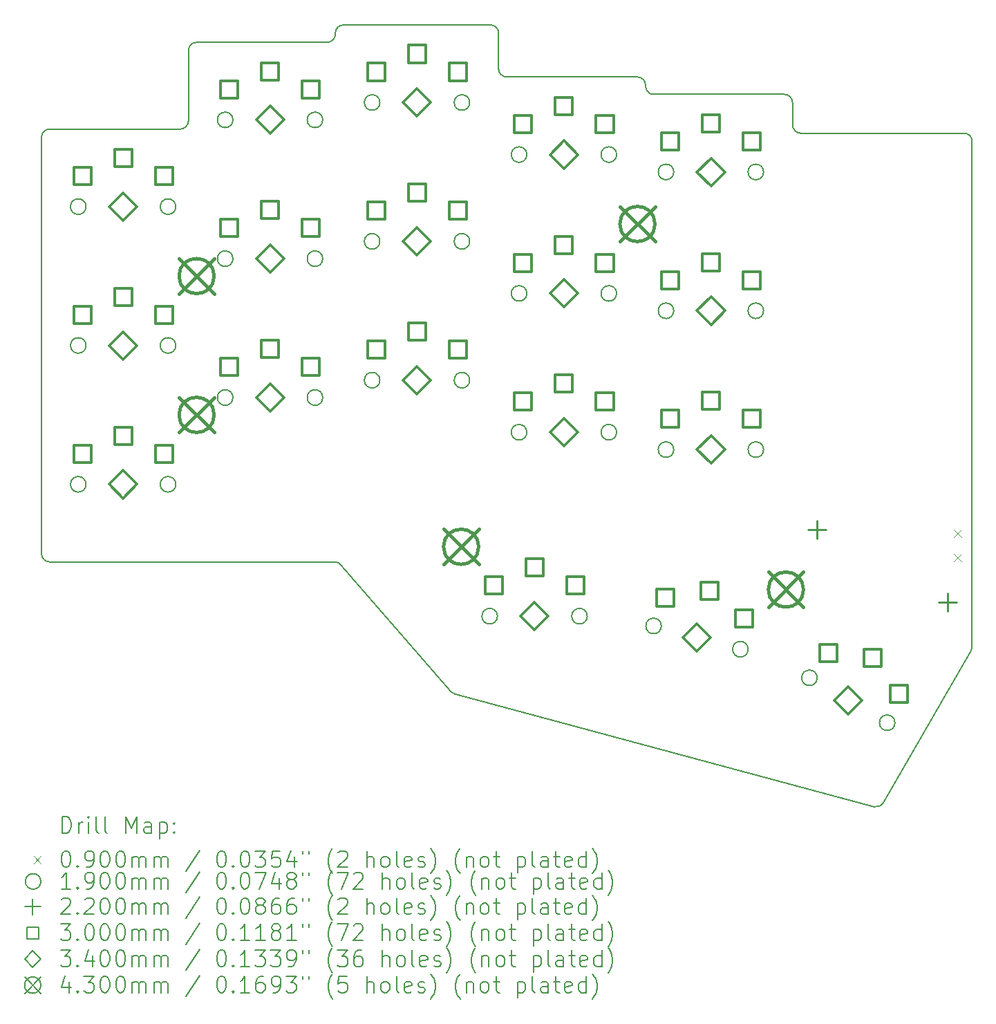
<source format=gbr>
%TF.GenerationSoftware,KiCad,Pcbnew,8.0.6+1*%
%TF.CreationDate,2024-12-31T16:22:39+00:00*%
%TF.ProjectId,corney_island_wireless_autorouted,636f726e-6579-45f6-9973-6c616e645f77,0.2*%
%TF.SameCoordinates,Original*%
%TF.FileFunction,Drillmap*%
%TF.FilePolarity,Positive*%
%FSLAX45Y45*%
G04 Gerber Fmt 4.5, Leading zero omitted, Abs format (unit mm)*
G04 Created by KiCad (PCBNEW 8.0.6+1) date 2024-12-31 16:22:39*
%MOMM*%
%LPD*%
G01*
G04 APERTURE LIST*
%ADD10C,0.150000*%
%ADD11C,0.200000*%
%ADD12C,0.100000*%
%ADD13C,0.190000*%
%ADD14C,0.220000*%
%ADD15C,0.300000*%
%ADD16C,0.340000*%
%ADD17C,0.430000*%
G04 APERTURE END LIST*
D10*
X18200000Y-5600000D02*
X18200000Y-5325000D01*
X14069557Y-12572920D02*
G75*
G02*
X14019938Y-12541894I25893J96600D01*
G01*
X10700000Y-5650000D02*
X9100000Y-5650000D01*
X20400000Y-11990591D02*
X20400000Y-5800000D01*
X12500000Y-4587500D02*
X10900000Y-4587500D01*
X14500000Y-4375000D02*
X12700000Y-4375000D01*
X19199997Y-13947617D02*
X14069557Y-12572920D01*
X9100000Y-10950000D02*
G75*
G02*
X9000000Y-10850000I0J100000D01*
G01*
X12600000Y-4475000D02*
G75*
G02*
X12700000Y-4375000I100000J0D01*
G01*
X9100000Y-10950000D02*
X12591898Y-10950000D01*
X18300000Y-5700000D02*
G75*
G02*
X18200000Y-5600000I0J100000D01*
G01*
X19312481Y-13901024D02*
X20386603Y-12040591D01*
X10800000Y-5550000D02*
G75*
G02*
X10700000Y-5650000I-100000J0D01*
G01*
X9000000Y-10850000D02*
X9000000Y-5750000D01*
X9000000Y-5750000D02*
G75*
G02*
X9100000Y-5650000I100000J0D01*
G01*
X19312481Y-13901024D02*
G75*
G02*
X19199996Y-13947620I-86611J50014D01*
G01*
X18300000Y-5700000D02*
X20300000Y-5700000D01*
X10800000Y-4687500D02*
G75*
G02*
X10900000Y-4587500I100000J0D01*
G01*
X12600000Y-4475000D02*
X12600000Y-4487500D01*
X14600000Y-4912500D02*
X14600000Y-4475000D01*
X14700000Y-5012500D02*
G75*
G02*
X14600000Y-4912500I0J100000D01*
G01*
X12600000Y-4487500D02*
G75*
G02*
X12500000Y-4587500I-100000J0D01*
G01*
X20400000Y-11990591D02*
G75*
G02*
X20386603Y-12040592I-100010J2D01*
G01*
X18100000Y-5225000D02*
X16500000Y-5225000D01*
X12591898Y-10950000D02*
G75*
G02*
X12667400Y-10984432I2J-99990D01*
G01*
X16400000Y-5125000D02*
X16400000Y-5112500D01*
X14019936Y-12541896D02*
X12667401Y-10984431D01*
X16300000Y-5012500D02*
X14700000Y-5012500D01*
X20300000Y-5700000D02*
G75*
G02*
X20400000Y-5800000I0J-100000D01*
G01*
X14500000Y-4375000D02*
G75*
G02*
X14600000Y-4475000I0J-100000D01*
G01*
X10800000Y-4687500D02*
X10800000Y-5550000D01*
X16300000Y-5012500D02*
G75*
G02*
X16400000Y-5112500I0J-100000D01*
G01*
X18100000Y-5225000D02*
G75*
G02*
X18200000Y-5325000I0J-100000D01*
G01*
X16500000Y-5225000D02*
G75*
G02*
X16400000Y-5125000I0J100000D01*
G01*
D11*
D12*
X20177500Y-10555000D02*
X20267500Y-10645000D01*
X20267500Y-10555000D02*
X20177500Y-10645000D01*
X20177500Y-10855000D02*
X20267500Y-10945000D01*
X20267500Y-10855000D02*
X20177500Y-10945000D01*
D13*
X9545000Y-6600000D02*
G75*
G02*
X9355000Y-6600000I-95000J0D01*
G01*
X9355000Y-6600000D02*
G75*
G02*
X9545000Y-6600000I95000J0D01*
G01*
X9545000Y-6600000D02*
G75*
G02*
X9355000Y-6600000I-95000J0D01*
G01*
X9355000Y-6600000D02*
G75*
G02*
X9545000Y-6600000I95000J0D01*
G01*
X9545000Y-8300000D02*
G75*
G02*
X9355000Y-8300000I-95000J0D01*
G01*
X9355000Y-8300000D02*
G75*
G02*
X9545000Y-8300000I95000J0D01*
G01*
X9545000Y-8300000D02*
G75*
G02*
X9355000Y-8300000I-95000J0D01*
G01*
X9355000Y-8300000D02*
G75*
G02*
X9545000Y-8300000I95000J0D01*
G01*
X9545000Y-10000000D02*
G75*
G02*
X9355000Y-10000000I-95000J0D01*
G01*
X9355000Y-10000000D02*
G75*
G02*
X9545000Y-10000000I95000J0D01*
G01*
X9545000Y-10000000D02*
G75*
G02*
X9355000Y-10000000I-95000J0D01*
G01*
X9355000Y-10000000D02*
G75*
G02*
X9545000Y-10000000I95000J0D01*
G01*
X10645000Y-6600000D02*
G75*
G02*
X10455000Y-6600000I-95000J0D01*
G01*
X10455000Y-6600000D02*
G75*
G02*
X10645000Y-6600000I95000J0D01*
G01*
X10645000Y-6600000D02*
G75*
G02*
X10455000Y-6600000I-95000J0D01*
G01*
X10455000Y-6600000D02*
G75*
G02*
X10645000Y-6600000I95000J0D01*
G01*
X10645000Y-8300000D02*
G75*
G02*
X10455000Y-8300000I-95000J0D01*
G01*
X10455000Y-8300000D02*
G75*
G02*
X10645000Y-8300000I95000J0D01*
G01*
X10645000Y-8300000D02*
G75*
G02*
X10455000Y-8300000I-95000J0D01*
G01*
X10455000Y-8300000D02*
G75*
G02*
X10645000Y-8300000I95000J0D01*
G01*
X10645000Y-10000000D02*
G75*
G02*
X10455000Y-10000000I-95000J0D01*
G01*
X10455000Y-10000000D02*
G75*
G02*
X10645000Y-10000000I95000J0D01*
G01*
X10645000Y-10000000D02*
G75*
G02*
X10455000Y-10000000I-95000J0D01*
G01*
X10455000Y-10000000D02*
G75*
G02*
X10645000Y-10000000I95000J0D01*
G01*
X11345000Y-5537500D02*
G75*
G02*
X11155000Y-5537500I-95000J0D01*
G01*
X11155000Y-5537500D02*
G75*
G02*
X11345000Y-5537500I95000J0D01*
G01*
X11345000Y-5537500D02*
G75*
G02*
X11155000Y-5537500I-95000J0D01*
G01*
X11155000Y-5537500D02*
G75*
G02*
X11345000Y-5537500I95000J0D01*
G01*
X11345000Y-7237500D02*
G75*
G02*
X11155000Y-7237500I-95000J0D01*
G01*
X11155000Y-7237500D02*
G75*
G02*
X11345000Y-7237500I95000J0D01*
G01*
X11345000Y-7237500D02*
G75*
G02*
X11155000Y-7237500I-95000J0D01*
G01*
X11155000Y-7237500D02*
G75*
G02*
X11345000Y-7237500I95000J0D01*
G01*
X11345000Y-8937500D02*
G75*
G02*
X11155000Y-8937500I-95000J0D01*
G01*
X11155000Y-8937500D02*
G75*
G02*
X11345000Y-8937500I95000J0D01*
G01*
X11345000Y-8937500D02*
G75*
G02*
X11155000Y-8937500I-95000J0D01*
G01*
X11155000Y-8937500D02*
G75*
G02*
X11345000Y-8937500I95000J0D01*
G01*
X12445000Y-5537500D02*
G75*
G02*
X12255000Y-5537500I-95000J0D01*
G01*
X12255000Y-5537500D02*
G75*
G02*
X12445000Y-5537500I95000J0D01*
G01*
X12445000Y-5537500D02*
G75*
G02*
X12255000Y-5537500I-95000J0D01*
G01*
X12255000Y-5537500D02*
G75*
G02*
X12445000Y-5537500I95000J0D01*
G01*
X12445000Y-7237500D02*
G75*
G02*
X12255000Y-7237500I-95000J0D01*
G01*
X12255000Y-7237500D02*
G75*
G02*
X12445000Y-7237500I95000J0D01*
G01*
X12445000Y-7237500D02*
G75*
G02*
X12255000Y-7237500I-95000J0D01*
G01*
X12255000Y-7237500D02*
G75*
G02*
X12445000Y-7237500I95000J0D01*
G01*
X12445000Y-8937500D02*
G75*
G02*
X12255000Y-8937500I-95000J0D01*
G01*
X12255000Y-8937500D02*
G75*
G02*
X12445000Y-8937500I95000J0D01*
G01*
X12445000Y-8937500D02*
G75*
G02*
X12255000Y-8937500I-95000J0D01*
G01*
X12255000Y-8937500D02*
G75*
G02*
X12445000Y-8937500I95000J0D01*
G01*
X13145000Y-5325000D02*
G75*
G02*
X12955000Y-5325000I-95000J0D01*
G01*
X12955000Y-5325000D02*
G75*
G02*
X13145000Y-5325000I95000J0D01*
G01*
X13145000Y-5325000D02*
G75*
G02*
X12955000Y-5325000I-95000J0D01*
G01*
X12955000Y-5325000D02*
G75*
G02*
X13145000Y-5325000I95000J0D01*
G01*
X13145000Y-7025000D02*
G75*
G02*
X12955000Y-7025000I-95000J0D01*
G01*
X12955000Y-7025000D02*
G75*
G02*
X13145000Y-7025000I95000J0D01*
G01*
X13145000Y-7025000D02*
G75*
G02*
X12955000Y-7025000I-95000J0D01*
G01*
X12955000Y-7025000D02*
G75*
G02*
X13145000Y-7025000I95000J0D01*
G01*
X13145000Y-8725000D02*
G75*
G02*
X12955000Y-8725000I-95000J0D01*
G01*
X12955000Y-8725000D02*
G75*
G02*
X13145000Y-8725000I95000J0D01*
G01*
X13145000Y-8725000D02*
G75*
G02*
X12955000Y-8725000I-95000J0D01*
G01*
X12955000Y-8725000D02*
G75*
G02*
X13145000Y-8725000I95000J0D01*
G01*
X14245000Y-5325000D02*
G75*
G02*
X14055000Y-5325000I-95000J0D01*
G01*
X14055000Y-5325000D02*
G75*
G02*
X14245000Y-5325000I95000J0D01*
G01*
X14245000Y-5325000D02*
G75*
G02*
X14055000Y-5325000I-95000J0D01*
G01*
X14055000Y-5325000D02*
G75*
G02*
X14245000Y-5325000I95000J0D01*
G01*
X14245000Y-7025000D02*
G75*
G02*
X14055000Y-7025000I-95000J0D01*
G01*
X14055000Y-7025000D02*
G75*
G02*
X14245000Y-7025000I95000J0D01*
G01*
X14245000Y-7025000D02*
G75*
G02*
X14055000Y-7025000I-95000J0D01*
G01*
X14055000Y-7025000D02*
G75*
G02*
X14245000Y-7025000I95000J0D01*
G01*
X14245000Y-8725000D02*
G75*
G02*
X14055000Y-8725000I-95000J0D01*
G01*
X14055000Y-8725000D02*
G75*
G02*
X14245000Y-8725000I95000J0D01*
G01*
X14245000Y-8725000D02*
G75*
G02*
X14055000Y-8725000I-95000J0D01*
G01*
X14055000Y-8725000D02*
G75*
G02*
X14245000Y-8725000I95000J0D01*
G01*
X14585000Y-11615000D02*
G75*
G02*
X14395000Y-11615000I-95000J0D01*
G01*
X14395000Y-11615000D02*
G75*
G02*
X14585000Y-11615000I95000J0D01*
G01*
X14585000Y-11615000D02*
G75*
G02*
X14395000Y-11615000I-95000J0D01*
G01*
X14395000Y-11615000D02*
G75*
G02*
X14585000Y-11615000I95000J0D01*
G01*
X14945000Y-5962500D02*
G75*
G02*
X14755000Y-5962500I-95000J0D01*
G01*
X14755000Y-5962500D02*
G75*
G02*
X14945000Y-5962500I95000J0D01*
G01*
X14945000Y-5962500D02*
G75*
G02*
X14755000Y-5962500I-95000J0D01*
G01*
X14755000Y-5962500D02*
G75*
G02*
X14945000Y-5962500I95000J0D01*
G01*
X14945000Y-7662500D02*
G75*
G02*
X14755000Y-7662500I-95000J0D01*
G01*
X14755000Y-7662500D02*
G75*
G02*
X14945000Y-7662500I95000J0D01*
G01*
X14945000Y-7662500D02*
G75*
G02*
X14755000Y-7662500I-95000J0D01*
G01*
X14755000Y-7662500D02*
G75*
G02*
X14945000Y-7662500I95000J0D01*
G01*
X14945000Y-9362500D02*
G75*
G02*
X14755000Y-9362500I-95000J0D01*
G01*
X14755000Y-9362500D02*
G75*
G02*
X14945000Y-9362500I95000J0D01*
G01*
X14945000Y-9362500D02*
G75*
G02*
X14755000Y-9362500I-95000J0D01*
G01*
X14755000Y-9362500D02*
G75*
G02*
X14945000Y-9362500I95000J0D01*
G01*
X15685000Y-11615000D02*
G75*
G02*
X15495000Y-11615000I-95000J0D01*
G01*
X15495000Y-11615000D02*
G75*
G02*
X15685000Y-11615000I95000J0D01*
G01*
X15685000Y-11615000D02*
G75*
G02*
X15495000Y-11615000I-95000J0D01*
G01*
X15495000Y-11615000D02*
G75*
G02*
X15685000Y-11615000I95000J0D01*
G01*
X16045000Y-5962500D02*
G75*
G02*
X15855000Y-5962500I-95000J0D01*
G01*
X15855000Y-5962500D02*
G75*
G02*
X16045000Y-5962500I95000J0D01*
G01*
X16045000Y-5962500D02*
G75*
G02*
X15855000Y-5962500I-95000J0D01*
G01*
X15855000Y-5962500D02*
G75*
G02*
X16045000Y-5962500I95000J0D01*
G01*
X16045000Y-7662500D02*
G75*
G02*
X15855000Y-7662500I-95000J0D01*
G01*
X15855000Y-7662500D02*
G75*
G02*
X16045000Y-7662500I95000J0D01*
G01*
X16045000Y-7662500D02*
G75*
G02*
X15855000Y-7662500I-95000J0D01*
G01*
X15855000Y-7662500D02*
G75*
G02*
X16045000Y-7662500I95000J0D01*
G01*
X16045000Y-9362500D02*
G75*
G02*
X15855000Y-9362500I-95000J0D01*
G01*
X15855000Y-9362500D02*
G75*
G02*
X16045000Y-9362500I95000J0D01*
G01*
X16045000Y-9362500D02*
G75*
G02*
X15855000Y-9362500I-95000J0D01*
G01*
X15855000Y-9362500D02*
G75*
G02*
X16045000Y-9362500I95000J0D01*
G01*
X16593071Y-11734549D02*
G75*
G02*
X16403071Y-11734549I-95000J0D01*
G01*
X16403071Y-11734549D02*
G75*
G02*
X16593071Y-11734549I95000J0D01*
G01*
X16593071Y-11734549D02*
G75*
G02*
X16403071Y-11734549I-95000J0D01*
G01*
X16403071Y-11734549D02*
G75*
G02*
X16593071Y-11734549I95000J0D01*
G01*
X16745000Y-6175000D02*
G75*
G02*
X16555000Y-6175000I-95000J0D01*
G01*
X16555000Y-6175000D02*
G75*
G02*
X16745000Y-6175000I95000J0D01*
G01*
X16745000Y-6175000D02*
G75*
G02*
X16555000Y-6175000I-95000J0D01*
G01*
X16555000Y-6175000D02*
G75*
G02*
X16745000Y-6175000I95000J0D01*
G01*
X16745000Y-7875000D02*
G75*
G02*
X16555000Y-7875000I-95000J0D01*
G01*
X16555000Y-7875000D02*
G75*
G02*
X16745000Y-7875000I95000J0D01*
G01*
X16745000Y-7875000D02*
G75*
G02*
X16555000Y-7875000I-95000J0D01*
G01*
X16555000Y-7875000D02*
G75*
G02*
X16745000Y-7875000I95000J0D01*
G01*
X16745000Y-9575000D02*
G75*
G02*
X16555000Y-9575000I-95000J0D01*
G01*
X16555000Y-9575000D02*
G75*
G02*
X16745000Y-9575000I95000J0D01*
G01*
X16745000Y-9575000D02*
G75*
G02*
X16555000Y-9575000I-95000J0D01*
G01*
X16555000Y-9575000D02*
G75*
G02*
X16745000Y-9575000I95000J0D01*
G01*
X17655589Y-12019250D02*
G75*
G02*
X17465589Y-12019250I-95000J0D01*
G01*
X17465589Y-12019250D02*
G75*
G02*
X17655589Y-12019250I95000J0D01*
G01*
X17655589Y-12019250D02*
G75*
G02*
X17465589Y-12019250I-95000J0D01*
G01*
X17465589Y-12019250D02*
G75*
G02*
X17655589Y-12019250I95000J0D01*
G01*
X17845000Y-6175000D02*
G75*
G02*
X17655000Y-6175000I-95000J0D01*
G01*
X17655000Y-6175000D02*
G75*
G02*
X17845000Y-6175000I95000J0D01*
G01*
X17845000Y-6175000D02*
G75*
G02*
X17655000Y-6175000I-95000J0D01*
G01*
X17655000Y-6175000D02*
G75*
G02*
X17845000Y-6175000I95000J0D01*
G01*
X17845000Y-7875000D02*
G75*
G02*
X17655000Y-7875000I-95000J0D01*
G01*
X17655000Y-7875000D02*
G75*
G02*
X17845000Y-7875000I95000J0D01*
G01*
X17845000Y-7875000D02*
G75*
G02*
X17655000Y-7875000I-95000J0D01*
G01*
X17655000Y-7875000D02*
G75*
G02*
X17845000Y-7875000I95000J0D01*
G01*
X17845000Y-9575000D02*
G75*
G02*
X17655000Y-9575000I-95000J0D01*
G01*
X17655000Y-9575000D02*
G75*
G02*
X17845000Y-9575000I95000J0D01*
G01*
X17845000Y-9575000D02*
G75*
G02*
X17655000Y-9575000I-95000J0D01*
G01*
X17655000Y-9575000D02*
G75*
G02*
X17845000Y-9575000I95000J0D01*
G01*
X18501776Y-12369750D02*
G75*
G02*
X18311776Y-12369750I-95000J0D01*
G01*
X18311776Y-12369750D02*
G75*
G02*
X18501776Y-12369750I95000J0D01*
G01*
X18501776Y-12369750D02*
G75*
G02*
X18311776Y-12369750I-95000J0D01*
G01*
X18311776Y-12369750D02*
G75*
G02*
X18501776Y-12369750I95000J0D01*
G01*
X19454404Y-12919750D02*
G75*
G02*
X19264404Y-12919750I-95000J0D01*
G01*
X19264404Y-12919750D02*
G75*
G02*
X19454404Y-12919750I95000J0D01*
G01*
X19454404Y-12919750D02*
G75*
G02*
X19264404Y-12919750I-95000J0D01*
G01*
X19264404Y-12919750D02*
G75*
G02*
X19454404Y-12919750I95000J0D01*
G01*
D14*
X18500000Y-10447500D02*
X18500000Y-10667500D01*
X18390000Y-10557500D02*
X18610000Y-10557500D01*
X20100000Y-11337500D02*
X20100000Y-11557500D01*
X19990000Y-11447500D02*
X20210000Y-11447500D01*
D15*
X9606067Y-6331067D02*
X9606067Y-6118933D01*
X9393933Y-6118933D01*
X9393933Y-6331067D01*
X9606067Y-6331067D01*
X9606067Y-8031067D02*
X9606067Y-7818933D01*
X9393933Y-7818933D01*
X9393933Y-8031067D01*
X9606067Y-8031067D01*
X9606067Y-9731067D02*
X9606067Y-9518933D01*
X9393933Y-9518933D01*
X9393933Y-9731067D01*
X9606067Y-9731067D01*
X10106067Y-6111067D02*
X10106067Y-5898933D01*
X9893933Y-5898933D01*
X9893933Y-6111067D01*
X10106067Y-6111067D01*
X10106067Y-6111067D02*
X10106067Y-5898933D01*
X9893933Y-5898933D01*
X9893933Y-6111067D01*
X10106067Y-6111067D01*
X10106067Y-7811067D02*
X10106067Y-7598933D01*
X9893933Y-7598933D01*
X9893933Y-7811067D01*
X10106067Y-7811067D01*
X10106067Y-7811067D02*
X10106067Y-7598933D01*
X9893933Y-7598933D01*
X9893933Y-7811067D01*
X10106067Y-7811067D01*
X10106067Y-9511067D02*
X10106067Y-9298933D01*
X9893933Y-9298933D01*
X9893933Y-9511067D01*
X10106067Y-9511067D01*
X10106067Y-9511067D02*
X10106067Y-9298933D01*
X9893933Y-9298933D01*
X9893933Y-9511067D01*
X10106067Y-9511067D01*
X10606067Y-6331067D02*
X10606067Y-6118933D01*
X10393933Y-6118933D01*
X10393933Y-6331067D01*
X10606067Y-6331067D01*
X10606067Y-8031067D02*
X10606067Y-7818933D01*
X10393933Y-7818933D01*
X10393933Y-8031067D01*
X10606067Y-8031067D01*
X10606067Y-9731067D02*
X10606067Y-9518933D01*
X10393933Y-9518933D01*
X10393933Y-9731067D01*
X10606067Y-9731067D01*
X11406067Y-5268567D02*
X11406067Y-5056433D01*
X11193933Y-5056433D01*
X11193933Y-5268567D01*
X11406067Y-5268567D01*
X11406067Y-6968567D02*
X11406067Y-6756433D01*
X11193933Y-6756433D01*
X11193933Y-6968567D01*
X11406067Y-6968567D01*
X11406067Y-8668567D02*
X11406067Y-8456433D01*
X11193933Y-8456433D01*
X11193933Y-8668567D01*
X11406067Y-8668567D01*
X11906067Y-5048567D02*
X11906067Y-4836433D01*
X11693933Y-4836433D01*
X11693933Y-5048567D01*
X11906067Y-5048567D01*
X11906067Y-5048567D02*
X11906067Y-4836433D01*
X11693933Y-4836433D01*
X11693933Y-5048567D01*
X11906067Y-5048567D01*
X11906067Y-6748567D02*
X11906067Y-6536433D01*
X11693933Y-6536433D01*
X11693933Y-6748567D01*
X11906067Y-6748567D01*
X11906067Y-6748567D02*
X11906067Y-6536433D01*
X11693933Y-6536433D01*
X11693933Y-6748567D01*
X11906067Y-6748567D01*
X11906067Y-8448567D02*
X11906067Y-8236433D01*
X11693933Y-8236433D01*
X11693933Y-8448567D01*
X11906067Y-8448567D01*
X11906067Y-8448567D02*
X11906067Y-8236433D01*
X11693933Y-8236433D01*
X11693933Y-8448567D01*
X11906067Y-8448567D01*
X12406067Y-5268567D02*
X12406067Y-5056433D01*
X12193933Y-5056433D01*
X12193933Y-5268567D01*
X12406067Y-5268567D01*
X12406067Y-6968567D02*
X12406067Y-6756433D01*
X12193933Y-6756433D01*
X12193933Y-6968567D01*
X12406067Y-6968567D01*
X12406067Y-8668567D02*
X12406067Y-8456433D01*
X12193933Y-8456433D01*
X12193933Y-8668567D01*
X12406067Y-8668567D01*
X13206067Y-5056067D02*
X13206067Y-4843933D01*
X12993933Y-4843933D01*
X12993933Y-5056067D01*
X13206067Y-5056067D01*
X13206067Y-6756067D02*
X13206067Y-6543933D01*
X12993933Y-6543933D01*
X12993933Y-6756067D01*
X13206067Y-6756067D01*
X13206067Y-8456067D02*
X13206067Y-8243933D01*
X12993933Y-8243933D01*
X12993933Y-8456067D01*
X13206067Y-8456067D01*
X13706067Y-4836067D02*
X13706067Y-4623933D01*
X13493933Y-4623933D01*
X13493933Y-4836067D01*
X13706067Y-4836067D01*
X13706067Y-4836067D02*
X13706067Y-4623933D01*
X13493933Y-4623933D01*
X13493933Y-4836067D01*
X13706067Y-4836067D01*
X13706067Y-6536067D02*
X13706067Y-6323933D01*
X13493933Y-6323933D01*
X13493933Y-6536067D01*
X13706067Y-6536067D01*
X13706067Y-6536067D02*
X13706067Y-6323933D01*
X13493933Y-6323933D01*
X13493933Y-6536067D01*
X13706067Y-6536067D01*
X13706067Y-8236067D02*
X13706067Y-8023933D01*
X13493933Y-8023933D01*
X13493933Y-8236067D01*
X13706067Y-8236067D01*
X13706067Y-8236067D02*
X13706067Y-8023933D01*
X13493933Y-8023933D01*
X13493933Y-8236067D01*
X13706067Y-8236067D01*
X14206067Y-5056067D02*
X14206067Y-4843933D01*
X13993933Y-4843933D01*
X13993933Y-5056067D01*
X14206067Y-5056067D01*
X14206067Y-6756067D02*
X14206067Y-6543933D01*
X13993933Y-6543933D01*
X13993933Y-6756067D01*
X14206067Y-6756067D01*
X14206067Y-8456067D02*
X14206067Y-8243933D01*
X13993933Y-8243933D01*
X13993933Y-8456067D01*
X14206067Y-8456067D01*
X14646067Y-11346067D02*
X14646067Y-11133933D01*
X14433933Y-11133933D01*
X14433933Y-11346067D01*
X14646067Y-11346067D01*
X15006067Y-5693567D02*
X15006067Y-5481433D01*
X14793933Y-5481433D01*
X14793933Y-5693567D01*
X15006067Y-5693567D01*
X15006067Y-7393567D02*
X15006067Y-7181433D01*
X14793933Y-7181433D01*
X14793933Y-7393567D01*
X15006067Y-7393567D01*
X15006067Y-9093567D02*
X15006067Y-8881433D01*
X14793933Y-8881433D01*
X14793933Y-9093567D01*
X15006067Y-9093567D01*
X15146067Y-11126067D02*
X15146067Y-10913933D01*
X14933933Y-10913933D01*
X14933933Y-11126067D01*
X15146067Y-11126067D01*
X15146067Y-11126067D02*
X15146067Y-10913933D01*
X14933933Y-10913933D01*
X14933933Y-11126067D01*
X15146067Y-11126067D01*
X15506067Y-5473567D02*
X15506067Y-5261433D01*
X15293933Y-5261433D01*
X15293933Y-5473567D01*
X15506067Y-5473567D01*
X15506067Y-5473567D02*
X15506067Y-5261433D01*
X15293933Y-5261433D01*
X15293933Y-5473567D01*
X15506067Y-5473567D01*
X15506067Y-7173567D02*
X15506067Y-6961433D01*
X15293933Y-6961433D01*
X15293933Y-7173567D01*
X15506067Y-7173567D01*
X15506067Y-7173567D02*
X15506067Y-6961433D01*
X15293933Y-6961433D01*
X15293933Y-7173567D01*
X15506067Y-7173567D01*
X15506067Y-8873567D02*
X15506067Y-8661433D01*
X15293933Y-8661433D01*
X15293933Y-8873567D01*
X15506067Y-8873567D01*
X15506067Y-8873567D02*
X15506067Y-8661433D01*
X15293933Y-8661433D01*
X15293933Y-8873567D01*
X15506067Y-8873567D01*
X15646067Y-11346067D02*
X15646067Y-11133933D01*
X15433933Y-11133933D01*
X15433933Y-11346067D01*
X15646067Y-11346067D01*
X16006067Y-5693567D02*
X16006067Y-5481433D01*
X15793933Y-5481433D01*
X15793933Y-5693567D01*
X16006067Y-5693567D01*
X16006067Y-7393567D02*
X16006067Y-7181433D01*
X15793933Y-7181433D01*
X15793933Y-7393567D01*
X16006067Y-7393567D01*
X16006067Y-9093567D02*
X16006067Y-8881433D01*
X15793933Y-8881433D01*
X15793933Y-9093567D01*
X16006067Y-9093567D01*
X16749491Y-11491335D02*
X16749491Y-11279201D01*
X16537357Y-11279201D01*
X16537357Y-11491335D01*
X16749491Y-11491335D01*
X16806067Y-5906067D02*
X16806067Y-5693933D01*
X16593933Y-5693933D01*
X16593933Y-5906067D01*
X16806067Y-5906067D01*
X16806067Y-7606067D02*
X16806067Y-7393933D01*
X16593933Y-7393933D01*
X16593933Y-7606067D01*
X16806067Y-7606067D01*
X16806067Y-9306067D02*
X16806067Y-9093933D01*
X16593933Y-9093933D01*
X16593933Y-9306067D01*
X16806067Y-9306067D01*
X17289394Y-11408241D02*
X17289394Y-11196107D01*
X17077260Y-11196107D01*
X17077260Y-11408241D01*
X17289394Y-11408241D01*
X17289394Y-11408241D02*
X17289394Y-11196107D01*
X17077260Y-11196107D01*
X17077260Y-11408241D01*
X17289394Y-11408241D01*
X17306067Y-5686067D02*
X17306067Y-5473933D01*
X17093933Y-5473933D01*
X17093933Y-5686067D01*
X17306067Y-5686067D01*
X17306067Y-5686067D02*
X17306067Y-5473933D01*
X17093933Y-5473933D01*
X17093933Y-5686067D01*
X17306067Y-5686067D01*
X17306067Y-7386067D02*
X17306067Y-7173933D01*
X17093933Y-7173933D01*
X17093933Y-7386067D01*
X17306067Y-7386067D01*
X17306067Y-7386067D02*
X17306067Y-7173933D01*
X17093933Y-7173933D01*
X17093933Y-7386067D01*
X17306067Y-7386067D01*
X17306067Y-9086067D02*
X17306067Y-8873933D01*
X17093933Y-8873933D01*
X17093933Y-9086067D01*
X17306067Y-9086067D01*
X17306067Y-9086067D02*
X17306067Y-8873933D01*
X17093933Y-8873933D01*
X17093933Y-9086067D01*
X17306067Y-9086067D01*
X17715417Y-11750154D02*
X17715417Y-11538020D01*
X17503283Y-11538020D01*
X17503283Y-11750154D01*
X17715417Y-11750154D01*
X17806067Y-5906067D02*
X17806067Y-5693933D01*
X17593933Y-5693933D01*
X17593933Y-5906067D01*
X17806067Y-5906067D01*
X17806067Y-7606067D02*
X17806067Y-7393933D01*
X17593933Y-7393933D01*
X17593933Y-7606067D01*
X17806067Y-7606067D01*
X17806067Y-9306067D02*
X17806067Y-9093933D01*
X17593933Y-9093933D01*
X17593933Y-9306067D01*
X17806067Y-9306067D01*
X18743644Y-12176057D02*
X18743644Y-11963923D01*
X18531510Y-11963923D01*
X18531510Y-12176057D01*
X18743644Y-12176057D01*
X19286657Y-12235532D02*
X19286657Y-12023398D01*
X19074523Y-12023398D01*
X19074523Y-12235532D01*
X19286657Y-12235532D01*
X19286657Y-12235532D02*
X19286657Y-12023398D01*
X19074523Y-12023398D01*
X19074523Y-12235532D01*
X19286657Y-12235532D01*
X19609670Y-12676057D02*
X19609670Y-12463923D01*
X19397536Y-12463923D01*
X19397536Y-12676057D01*
X19609670Y-12676057D01*
D16*
X10000000Y-6770000D02*
X10170000Y-6600000D01*
X10000000Y-6430000D01*
X9830000Y-6600000D01*
X10000000Y-6770000D01*
X10000000Y-6770000D02*
X10170000Y-6600000D01*
X10000000Y-6430000D01*
X9830000Y-6600000D01*
X10000000Y-6770000D01*
X10000000Y-8470000D02*
X10170000Y-8300000D01*
X10000000Y-8130000D01*
X9830000Y-8300000D01*
X10000000Y-8470000D01*
X10000000Y-8470000D02*
X10170000Y-8300000D01*
X10000000Y-8130000D01*
X9830000Y-8300000D01*
X10000000Y-8470000D01*
X10000000Y-10170000D02*
X10170000Y-10000000D01*
X10000000Y-9830000D01*
X9830000Y-10000000D01*
X10000000Y-10170000D01*
X10000000Y-10170000D02*
X10170000Y-10000000D01*
X10000000Y-9830000D01*
X9830000Y-10000000D01*
X10000000Y-10170000D01*
X11800000Y-5707500D02*
X11970000Y-5537500D01*
X11800000Y-5367500D01*
X11630000Y-5537500D01*
X11800000Y-5707500D01*
X11800000Y-5707500D02*
X11970000Y-5537500D01*
X11800000Y-5367500D01*
X11630000Y-5537500D01*
X11800000Y-5707500D01*
X11800000Y-7407500D02*
X11970000Y-7237500D01*
X11800000Y-7067500D01*
X11630000Y-7237500D01*
X11800000Y-7407500D01*
X11800000Y-7407500D02*
X11970000Y-7237500D01*
X11800000Y-7067500D01*
X11630000Y-7237500D01*
X11800000Y-7407500D01*
X11800000Y-9107500D02*
X11970000Y-8937500D01*
X11800000Y-8767500D01*
X11630000Y-8937500D01*
X11800000Y-9107500D01*
X11800000Y-9107500D02*
X11970000Y-8937500D01*
X11800000Y-8767500D01*
X11630000Y-8937500D01*
X11800000Y-9107500D01*
X13600000Y-5495000D02*
X13770000Y-5325000D01*
X13600000Y-5155000D01*
X13430000Y-5325000D01*
X13600000Y-5495000D01*
X13600000Y-5495000D02*
X13770000Y-5325000D01*
X13600000Y-5155000D01*
X13430000Y-5325000D01*
X13600000Y-5495000D01*
X13600000Y-7195000D02*
X13770000Y-7025000D01*
X13600000Y-6855000D01*
X13430000Y-7025000D01*
X13600000Y-7195000D01*
X13600000Y-7195000D02*
X13770000Y-7025000D01*
X13600000Y-6855000D01*
X13430000Y-7025000D01*
X13600000Y-7195000D01*
X13600000Y-8895000D02*
X13770000Y-8725000D01*
X13600000Y-8555000D01*
X13430000Y-8725000D01*
X13600000Y-8895000D01*
X13600000Y-8895000D02*
X13770000Y-8725000D01*
X13600000Y-8555000D01*
X13430000Y-8725000D01*
X13600000Y-8895000D01*
X15040000Y-11785000D02*
X15210000Y-11615000D01*
X15040000Y-11445000D01*
X14870000Y-11615000D01*
X15040000Y-11785000D01*
X15040000Y-11785000D02*
X15210000Y-11615000D01*
X15040000Y-11445000D01*
X14870000Y-11615000D01*
X15040000Y-11785000D01*
X15400000Y-6132500D02*
X15570000Y-5962500D01*
X15400000Y-5792500D01*
X15230000Y-5962500D01*
X15400000Y-6132500D01*
X15400000Y-6132500D02*
X15570000Y-5962500D01*
X15400000Y-5792500D01*
X15230000Y-5962500D01*
X15400000Y-6132500D01*
X15400000Y-7832500D02*
X15570000Y-7662500D01*
X15400000Y-7492500D01*
X15230000Y-7662500D01*
X15400000Y-7832500D01*
X15400000Y-7832500D02*
X15570000Y-7662500D01*
X15400000Y-7492500D01*
X15230000Y-7662500D01*
X15400000Y-7832500D01*
X15400000Y-9532500D02*
X15570000Y-9362500D01*
X15400000Y-9192500D01*
X15230000Y-9362500D01*
X15400000Y-9532500D01*
X15400000Y-9532500D02*
X15570000Y-9362500D01*
X15400000Y-9192500D01*
X15230000Y-9362500D01*
X15400000Y-9532500D01*
X17029330Y-12046900D02*
X17199330Y-11876900D01*
X17029330Y-11706900D01*
X16859330Y-11876900D01*
X17029330Y-12046900D01*
X17029330Y-12046900D02*
X17199330Y-11876900D01*
X17029330Y-11706900D01*
X16859330Y-11876900D01*
X17029330Y-12046900D01*
X17200000Y-6345000D02*
X17370000Y-6175000D01*
X17200000Y-6005000D01*
X17030000Y-6175000D01*
X17200000Y-6345000D01*
X17200000Y-6345000D02*
X17370000Y-6175000D01*
X17200000Y-6005000D01*
X17030000Y-6175000D01*
X17200000Y-6345000D01*
X17200000Y-8045000D02*
X17370000Y-7875000D01*
X17200000Y-7705000D01*
X17030000Y-7875000D01*
X17200000Y-8045000D01*
X17200000Y-8045000D02*
X17370000Y-7875000D01*
X17200000Y-7705000D01*
X17030000Y-7875000D01*
X17200000Y-8045000D01*
X17200000Y-9745000D02*
X17370000Y-9575000D01*
X17200000Y-9405000D01*
X17030000Y-9575000D01*
X17200000Y-9745000D01*
X17200000Y-9745000D02*
X17370000Y-9575000D01*
X17200000Y-9405000D01*
X17030000Y-9575000D01*
X17200000Y-9745000D01*
X18883090Y-12814750D02*
X19053090Y-12644750D01*
X18883090Y-12474750D01*
X18713090Y-12644750D01*
X18883090Y-12814750D01*
X18883090Y-12814750D02*
X19053090Y-12644750D01*
X18883090Y-12474750D01*
X18713090Y-12644750D01*
X18883090Y-12814750D01*
D17*
X10685000Y-7235000D02*
X11115000Y-7665000D01*
X11115000Y-7235000D02*
X10685000Y-7665000D01*
X11115000Y-7450000D02*
G75*
G02*
X10685000Y-7450000I-215000J0D01*
G01*
X10685000Y-7450000D02*
G75*
G02*
X11115000Y-7450000I215000J0D01*
G01*
X10685000Y-8935000D02*
X11115000Y-9365000D01*
X11115000Y-8935000D02*
X10685000Y-9365000D01*
X11115000Y-9150000D02*
G75*
G02*
X10685000Y-9150000I-215000J0D01*
G01*
X10685000Y-9150000D02*
G75*
G02*
X11115000Y-9150000I215000J0D01*
G01*
X13925000Y-10550000D02*
X14355000Y-10980000D01*
X14355000Y-10550000D02*
X13925000Y-10980000D01*
X14355000Y-10765000D02*
G75*
G02*
X13925000Y-10765000I-215000J0D01*
G01*
X13925000Y-10765000D02*
G75*
G02*
X14355000Y-10765000I215000J0D01*
G01*
X16085000Y-6597500D02*
X16515000Y-7027500D01*
X16515000Y-6597500D02*
X16085000Y-7027500D01*
X16515000Y-6812500D02*
G75*
G02*
X16085000Y-6812500I-215000J0D01*
G01*
X16085000Y-6812500D02*
G75*
G02*
X16515000Y-6812500I215000J0D01*
G01*
X17903660Y-11073800D02*
X18333660Y-11503800D01*
X18333660Y-11073800D02*
X17903660Y-11503800D01*
X18333660Y-11288800D02*
G75*
G02*
X17903660Y-11288800I-215000J0D01*
G01*
X17903660Y-11288800D02*
G75*
G02*
X18333660Y-11288800I215000J0D01*
G01*
D11*
X9253277Y-14270008D02*
X9253277Y-14070008D01*
X9253277Y-14070008D02*
X9300896Y-14070008D01*
X9300896Y-14070008D02*
X9329467Y-14079532D01*
X9329467Y-14079532D02*
X9348515Y-14098580D01*
X9348515Y-14098580D02*
X9358039Y-14117627D01*
X9358039Y-14117627D02*
X9367563Y-14155723D01*
X9367563Y-14155723D02*
X9367563Y-14184294D01*
X9367563Y-14184294D02*
X9358039Y-14222389D01*
X9358039Y-14222389D02*
X9348515Y-14241437D01*
X9348515Y-14241437D02*
X9329467Y-14260485D01*
X9329467Y-14260485D02*
X9300896Y-14270008D01*
X9300896Y-14270008D02*
X9253277Y-14270008D01*
X9453277Y-14270008D02*
X9453277Y-14136675D01*
X9453277Y-14174770D02*
X9462801Y-14155723D01*
X9462801Y-14155723D02*
X9472324Y-14146199D01*
X9472324Y-14146199D02*
X9491372Y-14136675D01*
X9491372Y-14136675D02*
X9510420Y-14136675D01*
X9577086Y-14270008D02*
X9577086Y-14136675D01*
X9577086Y-14070008D02*
X9567563Y-14079532D01*
X9567563Y-14079532D02*
X9577086Y-14089056D01*
X9577086Y-14089056D02*
X9586610Y-14079532D01*
X9586610Y-14079532D02*
X9577086Y-14070008D01*
X9577086Y-14070008D02*
X9577086Y-14089056D01*
X9700896Y-14270008D02*
X9681848Y-14260485D01*
X9681848Y-14260485D02*
X9672324Y-14241437D01*
X9672324Y-14241437D02*
X9672324Y-14070008D01*
X9805658Y-14270008D02*
X9786610Y-14260485D01*
X9786610Y-14260485D02*
X9777086Y-14241437D01*
X9777086Y-14241437D02*
X9777086Y-14070008D01*
X10034229Y-14270008D02*
X10034229Y-14070008D01*
X10034229Y-14070008D02*
X10100896Y-14212865D01*
X10100896Y-14212865D02*
X10167563Y-14070008D01*
X10167563Y-14070008D02*
X10167563Y-14270008D01*
X10348515Y-14270008D02*
X10348515Y-14165246D01*
X10348515Y-14165246D02*
X10338991Y-14146199D01*
X10338991Y-14146199D02*
X10319944Y-14136675D01*
X10319944Y-14136675D02*
X10281848Y-14136675D01*
X10281848Y-14136675D02*
X10262801Y-14146199D01*
X10348515Y-14260485D02*
X10329467Y-14270008D01*
X10329467Y-14270008D02*
X10281848Y-14270008D01*
X10281848Y-14270008D02*
X10262801Y-14260485D01*
X10262801Y-14260485D02*
X10253277Y-14241437D01*
X10253277Y-14241437D02*
X10253277Y-14222389D01*
X10253277Y-14222389D02*
X10262801Y-14203342D01*
X10262801Y-14203342D02*
X10281848Y-14193818D01*
X10281848Y-14193818D02*
X10329467Y-14193818D01*
X10329467Y-14193818D02*
X10348515Y-14184294D01*
X10443753Y-14136675D02*
X10443753Y-14336675D01*
X10443753Y-14146199D02*
X10462801Y-14136675D01*
X10462801Y-14136675D02*
X10500896Y-14136675D01*
X10500896Y-14136675D02*
X10519944Y-14146199D01*
X10519944Y-14146199D02*
X10529467Y-14155723D01*
X10529467Y-14155723D02*
X10538991Y-14174770D01*
X10538991Y-14174770D02*
X10538991Y-14231913D01*
X10538991Y-14231913D02*
X10529467Y-14250961D01*
X10529467Y-14250961D02*
X10519944Y-14260485D01*
X10519944Y-14260485D02*
X10500896Y-14270008D01*
X10500896Y-14270008D02*
X10462801Y-14270008D01*
X10462801Y-14270008D02*
X10443753Y-14260485D01*
X10624705Y-14250961D02*
X10634229Y-14260485D01*
X10634229Y-14260485D02*
X10624705Y-14270008D01*
X10624705Y-14270008D02*
X10615182Y-14260485D01*
X10615182Y-14260485D02*
X10624705Y-14250961D01*
X10624705Y-14250961D02*
X10624705Y-14270008D01*
X10624705Y-14146199D02*
X10634229Y-14155723D01*
X10634229Y-14155723D02*
X10624705Y-14165246D01*
X10624705Y-14165246D02*
X10615182Y-14155723D01*
X10615182Y-14155723D02*
X10624705Y-14146199D01*
X10624705Y-14146199D02*
X10624705Y-14165246D01*
D12*
X8902500Y-14553525D02*
X8992500Y-14643525D01*
X8992500Y-14553525D02*
X8902500Y-14643525D01*
D11*
X9291372Y-14490008D02*
X9310420Y-14490008D01*
X9310420Y-14490008D02*
X9329467Y-14499532D01*
X9329467Y-14499532D02*
X9338991Y-14509056D01*
X9338991Y-14509056D02*
X9348515Y-14528104D01*
X9348515Y-14528104D02*
X9358039Y-14566199D01*
X9358039Y-14566199D02*
X9358039Y-14613818D01*
X9358039Y-14613818D02*
X9348515Y-14651913D01*
X9348515Y-14651913D02*
X9338991Y-14670961D01*
X9338991Y-14670961D02*
X9329467Y-14680485D01*
X9329467Y-14680485D02*
X9310420Y-14690008D01*
X9310420Y-14690008D02*
X9291372Y-14690008D01*
X9291372Y-14690008D02*
X9272324Y-14680485D01*
X9272324Y-14680485D02*
X9262801Y-14670961D01*
X9262801Y-14670961D02*
X9253277Y-14651913D01*
X9253277Y-14651913D02*
X9243753Y-14613818D01*
X9243753Y-14613818D02*
X9243753Y-14566199D01*
X9243753Y-14566199D02*
X9253277Y-14528104D01*
X9253277Y-14528104D02*
X9262801Y-14509056D01*
X9262801Y-14509056D02*
X9272324Y-14499532D01*
X9272324Y-14499532D02*
X9291372Y-14490008D01*
X9443753Y-14670961D02*
X9453277Y-14680485D01*
X9453277Y-14680485D02*
X9443753Y-14690008D01*
X9443753Y-14690008D02*
X9434229Y-14680485D01*
X9434229Y-14680485D02*
X9443753Y-14670961D01*
X9443753Y-14670961D02*
X9443753Y-14690008D01*
X9548515Y-14690008D02*
X9586610Y-14690008D01*
X9586610Y-14690008D02*
X9605658Y-14680485D01*
X9605658Y-14680485D02*
X9615182Y-14670961D01*
X9615182Y-14670961D02*
X9634229Y-14642389D01*
X9634229Y-14642389D02*
X9643753Y-14604294D01*
X9643753Y-14604294D02*
X9643753Y-14528104D01*
X9643753Y-14528104D02*
X9634229Y-14509056D01*
X9634229Y-14509056D02*
X9624705Y-14499532D01*
X9624705Y-14499532D02*
X9605658Y-14490008D01*
X9605658Y-14490008D02*
X9567563Y-14490008D01*
X9567563Y-14490008D02*
X9548515Y-14499532D01*
X9548515Y-14499532D02*
X9538991Y-14509056D01*
X9538991Y-14509056D02*
X9529467Y-14528104D01*
X9529467Y-14528104D02*
X9529467Y-14575723D01*
X9529467Y-14575723D02*
X9538991Y-14594770D01*
X9538991Y-14594770D02*
X9548515Y-14604294D01*
X9548515Y-14604294D02*
X9567563Y-14613818D01*
X9567563Y-14613818D02*
X9605658Y-14613818D01*
X9605658Y-14613818D02*
X9624705Y-14604294D01*
X9624705Y-14604294D02*
X9634229Y-14594770D01*
X9634229Y-14594770D02*
X9643753Y-14575723D01*
X9767563Y-14490008D02*
X9786610Y-14490008D01*
X9786610Y-14490008D02*
X9805658Y-14499532D01*
X9805658Y-14499532D02*
X9815182Y-14509056D01*
X9815182Y-14509056D02*
X9824705Y-14528104D01*
X9824705Y-14528104D02*
X9834229Y-14566199D01*
X9834229Y-14566199D02*
X9834229Y-14613818D01*
X9834229Y-14613818D02*
X9824705Y-14651913D01*
X9824705Y-14651913D02*
X9815182Y-14670961D01*
X9815182Y-14670961D02*
X9805658Y-14680485D01*
X9805658Y-14680485D02*
X9786610Y-14690008D01*
X9786610Y-14690008D02*
X9767563Y-14690008D01*
X9767563Y-14690008D02*
X9748515Y-14680485D01*
X9748515Y-14680485D02*
X9738991Y-14670961D01*
X9738991Y-14670961D02*
X9729467Y-14651913D01*
X9729467Y-14651913D02*
X9719944Y-14613818D01*
X9719944Y-14613818D02*
X9719944Y-14566199D01*
X9719944Y-14566199D02*
X9729467Y-14528104D01*
X9729467Y-14528104D02*
X9738991Y-14509056D01*
X9738991Y-14509056D02*
X9748515Y-14499532D01*
X9748515Y-14499532D02*
X9767563Y-14490008D01*
X9958039Y-14490008D02*
X9977086Y-14490008D01*
X9977086Y-14490008D02*
X9996134Y-14499532D01*
X9996134Y-14499532D02*
X10005658Y-14509056D01*
X10005658Y-14509056D02*
X10015182Y-14528104D01*
X10015182Y-14528104D02*
X10024705Y-14566199D01*
X10024705Y-14566199D02*
X10024705Y-14613818D01*
X10024705Y-14613818D02*
X10015182Y-14651913D01*
X10015182Y-14651913D02*
X10005658Y-14670961D01*
X10005658Y-14670961D02*
X9996134Y-14680485D01*
X9996134Y-14680485D02*
X9977086Y-14690008D01*
X9977086Y-14690008D02*
X9958039Y-14690008D01*
X9958039Y-14690008D02*
X9938991Y-14680485D01*
X9938991Y-14680485D02*
X9929467Y-14670961D01*
X9929467Y-14670961D02*
X9919944Y-14651913D01*
X9919944Y-14651913D02*
X9910420Y-14613818D01*
X9910420Y-14613818D02*
X9910420Y-14566199D01*
X9910420Y-14566199D02*
X9919944Y-14528104D01*
X9919944Y-14528104D02*
X9929467Y-14509056D01*
X9929467Y-14509056D02*
X9938991Y-14499532D01*
X9938991Y-14499532D02*
X9958039Y-14490008D01*
X10110420Y-14690008D02*
X10110420Y-14556675D01*
X10110420Y-14575723D02*
X10119944Y-14566199D01*
X10119944Y-14566199D02*
X10138991Y-14556675D01*
X10138991Y-14556675D02*
X10167563Y-14556675D01*
X10167563Y-14556675D02*
X10186610Y-14566199D01*
X10186610Y-14566199D02*
X10196134Y-14585246D01*
X10196134Y-14585246D02*
X10196134Y-14690008D01*
X10196134Y-14585246D02*
X10205658Y-14566199D01*
X10205658Y-14566199D02*
X10224705Y-14556675D01*
X10224705Y-14556675D02*
X10253277Y-14556675D01*
X10253277Y-14556675D02*
X10272325Y-14566199D01*
X10272325Y-14566199D02*
X10281848Y-14585246D01*
X10281848Y-14585246D02*
X10281848Y-14690008D01*
X10377086Y-14690008D02*
X10377086Y-14556675D01*
X10377086Y-14575723D02*
X10386610Y-14566199D01*
X10386610Y-14566199D02*
X10405658Y-14556675D01*
X10405658Y-14556675D02*
X10434229Y-14556675D01*
X10434229Y-14556675D02*
X10453277Y-14566199D01*
X10453277Y-14566199D02*
X10462801Y-14585246D01*
X10462801Y-14585246D02*
X10462801Y-14690008D01*
X10462801Y-14585246D02*
X10472325Y-14566199D01*
X10472325Y-14566199D02*
X10491372Y-14556675D01*
X10491372Y-14556675D02*
X10519944Y-14556675D01*
X10519944Y-14556675D02*
X10538991Y-14566199D01*
X10538991Y-14566199D02*
X10548515Y-14585246D01*
X10548515Y-14585246D02*
X10548515Y-14690008D01*
X10938991Y-14480485D02*
X10767563Y-14737627D01*
X11196134Y-14490008D02*
X11215182Y-14490008D01*
X11215182Y-14490008D02*
X11234229Y-14499532D01*
X11234229Y-14499532D02*
X11243753Y-14509056D01*
X11243753Y-14509056D02*
X11253277Y-14528104D01*
X11253277Y-14528104D02*
X11262801Y-14566199D01*
X11262801Y-14566199D02*
X11262801Y-14613818D01*
X11262801Y-14613818D02*
X11253277Y-14651913D01*
X11253277Y-14651913D02*
X11243753Y-14670961D01*
X11243753Y-14670961D02*
X11234229Y-14680485D01*
X11234229Y-14680485D02*
X11215182Y-14690008D01*
X11215182Y-14690008D02*
X11196134Y-14690008D01*
X11196134Y-14690008D02*
X11177087Y-14680485D01*
X11177087Y-14680485D02*
X11167563Y-14670961D01*
X11167563Y-14670961D02*
X11158039Y-14651913D01*
X11158039Y-14651913D02*
X11148515Y-14613818D01*
X11148515Y-14613818D02*
X11148515Y-14566199D01*
X11148515Y-14566199D02*
X11158039Y-14528104D01*
X11158039Y-14528104D02*
X11167563Y-14509056D01*
X11167563Y-14509056D02*
X11177087Y-14499532D01*
X11177087Y-14499532D02*
X11196134Y-14490008D01*
X11348515Y-14670961D02*
X11358039Y-14680485D01*
X11358039Y-14680485D02*
X11348515Y-14690008D01*
X11348515Y-14690008D02*
X11338991Y-14680485D01*
X11338991Y-14680485D02*
X11348515Y-14670961D01*
X11348515Y-14670961D02*
X11348515Y-14690008D01*
X11481848Y-14490008D02*
X11500896Y-14490008D01*
X11500896Y-14490008D02*
X11519944Y-14499532D01*
X11519944Y-14499532D02*
X11529467Y-14509056D01*
X11529467Y-14509056D02*
X11538991Y-14528104D01*
X11538991Y-14528104D02*
X11548515Y-14566199D01*
X11548515Y-14566199D02*
X11548515Y-14613818D01*
X11548515Y-14613818D02*
X11538991Y-14651913D01*
X11538991Y-14651913D02*
X11529467Y-14670961D01*
X11529467Y-14670961D02*
X11519944Y-14680485D01*
X11519944Y-14680485D02*
X11500896Y-14690008D01*
X11500896Y-14690008D02*
X11481848Y-14690008D01*
X11481848Y-14690008D02*
X11462801Y-14680485D01*
X11462801Y-14680485D02*
X11453277Y-14670961D01*
X11453277Y-14670961D02*
X11443753Y-14651913D01*
X11443753Y-14651913D02*
X11434229Y-14613818D01*
X11434229Y-14613818D02*
X11434229Y-14566199D01*
X11434229Y-14566199D02*
X11443753Y-14528104D01*
X11443753Y-14528104D02*
X11453277Y-14509056D01*
X11453277Y-14509056D02*
X11462801Y-14499532D01*
X11462801Y-14499532D02*
X11481848Y-14490008D01*
X11615182Y-14490008D02*
X11738991Y-14490008D01*
X11738991Y-14490008D02*
X11672325Y-14566199D01*
X11672325Y-14566199D02*
X11700896Y-14566199D01*
X11700896Y-14566199D02*
X11719944Y-14575723D01*
X11719944Y-14575723D02*
X11729467Y-14585246D01*
X11729467Y-14585246D02*
X11738991Y-14604294D01*
X11738991Y-14604294D02*
X11738991Y-14651913D01*
X11738991Y-14651913D02*
X11729467Y-14670961D01*
X11729467Y-14670961D02*
X11719944Y-14680485D01*
X11719944Y-14680485D02*
X11700896Y-14690008D01*
X11700896Y-14690008D02*
X11643753Y-14690008D01*
X11643753Y-14690008D02*
X11624706Y-14680485D01*
X11624706Y-14680485D02*
X11615182Y-14670961D01*
X11919944Y-14490008D02*
X11824706Y-14490008D01*
X11824706Y-14490008D02*
X11815182Y-14585246D01*
X11815182Y-14585246D02*
X11824706Y-14575723D01*
X11824706Y-14575723D02*
X11843753Y-14566199D01*
X11843753Y-14566199D02*
X11891372Y-14566199D01*
X11891372Y-14566199D02*
X11910420Y-14575723D01*
X11910420Y-14575723D02*
X11919944Y-14585246D01*
X11919944Y-14585246D02*
X11929467Y-14604294D01*
X11929467Y-14604294D02*
X11929467Y-14651913D01*
X11929467Y-14651913D02*
X11919944Y-14670961D01*
X11919944Y-14670961D02*
X11910420Y-14680485D01*
X11910420Y-14680485D02*
X11891372Y-14690008D01*
X11891372Y-14690008D02*
X11843753Y-14690008D01*
X11843753Y-14690008D02*
X11824706Y-14680485D01*
X11824706Y-14680485D02*
X11815182Y-14670961D01*
X12100896Y-14556675D02*
X12100896Y-14690008D01*
X12053277Y-14480485D02*
X12005658Y-14623342D01*
X12005658Y-14623342D02*
X12129467Y-14623342D01*
X12196134Y-14490008D02*
X12196134Y-14528104D01*
X12272325Y-14490008D02*
X12272325Y-14528104D01*
X12567563Y-14766199D02*
X12558039Y-14756675D01*
X12558039Y-14756675D02*
X12538991Y-14728104D01*
X12538991Y-14728104D02*
X12529468Y-14709056D01*
X12529468Y-14709056D02*
X12519944Y-14680485D01*
X12519944Y-14680485D02*
X12510420Y-14632865D01*
X12510420Y-14632865D02*
X12510420Y-14594770D01*
X12510420Y-14594770D02*
X12519944Y-14547151D01*
X12519944Y-14547151D02*
X12529468Y-14518580D01*
X12529468Y-14518580D02*
X12538991Y-14499532D01*
X12538991Y-14499532D02*
X12558039Y-14470961D01*
X12558039Y-14470961D02*
X12567563Y-14461437D01*
X12634229Y-14509056D02*
X12643753Y-14499532D01*
X12643753Y-14499532D02*
X12662801Y-14490008D01*
X12662801Y-14490008D02*
X12710420Y-14490008D01*
X12710420Y-14490008D02*
X12729468Y-14499532D01*
X12729468Y-14499532D02*
X12738991Y-14509056D01*
X12738991Y-14509056D02*
X12748515Y-14528104D01*
X12748515Y-14528104D02*
X12748515Y-14547151D01*
X12748515Y-14547151D02*
X12738991Y-14575723D01*
X12738991Y-14575723D02*
X12624706Y-14690008D01*
X12624706Y-14690008D02*
X12748515Y-14690008D01*
X12986610Y-14690008D02*
X12986610Y-14490008D01*
X13072325Y-14690008D02*
X13072325Y-14585246D01*
X13072325Y-14585246D02*
X13062801Y-14566199D01*
X13062801Y-14566199D02*
X13043753Y-14556675D01*
X13043753Y-14556675D02*
X13015182Y-14556675D01*
X13015182Y-14556675D02*
X12996134Y-14566199D01*
X12996134Y-14566199D02*
X12986610Y-14575723D01*
X13196134Y-14690008D02*
X13177087Y-14680485D01*
X13177087Y-14680485D02*
X13167563Y-14670961D01*
X13167563Y-14670961D02*
X13158039Y-14651913D01*
X13158039Y-14651913D02*
X13158039Y-14594770D01*
X13158039Y-14594770D02*
X13167563Y-14575723D01*
X13167563Y-14575723D02*
X13177087Y-14566199D01*
X13177087Y-14566199D02*
X13196134Y-14556675D01*
X13196134Y-14556675D02*
X13224706Y-14556675D01*
X13224706Y-14556675D02*
X13243753Y-14566199D01*
X13243753Y-14566199D02*
X13253277Y-14575723D01*
X13253277Y-14575723D02*
X13262801Y-14594770D01*
X13262801Y-14594770D02*
X13262801Y-14651913D01*
X13262801Y-14651913D02*
X13253277Y-14670961D01*
X13253277Y-14670961D02*
X13243753Y-14680485D01*
X13243753Y-14680485D02*
X13224706Y-14690008D01*
X13224706Y-14690008D02*
X13196134Y-14690008D01*
X13377087Y-14690008D02*
X13358039Y-14680485D01*
X13358039Y-14680485D02*
X13348515Y-14661437D01*
X13348515Y-14661437D02*
X13348515Y-14490008D01*
X13529468Y-14680485D02*
X13510420Y-14690008D01*
X13510420Y-14690008D02*
X13472325Y-14690008D01*
X13472325Y-14690008D02*
X13453277Y-14680485D01*
X13453277Y-14680485D02*
X13443753Y-14661437D01*
X13443753Y-14661437D02*
X13443753Y-14585246D01*
X13443753Y-14585246D02*
X13453277Y-14566199D01*
X13453277Y-14566199D02*
X13472325Y-14556675D01*
X13472325Y-14556675D02*
X13510420Y-14556675D01*
X13510420Y-14556675D02*
X13529468Y-14566199D01*
X13529468Y-14566199D02*
X13538991Y-14585246D01*
X13538991Y-14585246D02*
X13538991Y-14604294D01*
X13538991Y-14604294D02*
X13443753Y-14623342D01*
X13615182Y-14680485D02*
X13634230Y-14690008D01*
X13634230Y-14690008D02*
X13672325Y-14690008D01*
X13672325Y-14690008D02*
X13691372Y-14680485D01*
X13691372Y-14680485D02*
X13700896Y-14661437D01*
X13700896Y-14661437D02*
X13700896Y-14651913D01*
X13700896Y-14651913D02*
X13691372Y-14632865D01*
X13691372Y-14632865D02*
X13672325Y-14623342D01*
X13672325Y-14623342D02*
X13643753Y-14623342D01*
X13643753Y-14623342D02*
X13624706Y-14613818D01*
X13624706Y-14613818D02*
X13615182Y-14594770D01*
X13615182Y-14594770D02*
X13615182Y-14585246D01*
X13615182Y-14585246D02*
X13624706Y-14566199D01*
X13624706Y-14566199D02*
X13643753Y-14556675D01*
X13643753Y-14556675D02*
X13672325Y-14556675D01*
X13672325Y-14556675D02*
X13691372Y-14566199D01*
X13767563Y-14766199D02*
X13777087Y-14756675D01*
X13777087Y-14756675D02*
X13796134Y-14728104D01*
X13796134Y-14728104D02*
X13805658Y-14709056D01*
X13805658Y-14709056D02*
X13815182Y-14680485D01*
X13815182Y-14680485D02*
X13824706Y-14632865D01*
X13824706Y-14632865D02*
X13824706Y-14594770D01*
X13824706Y-14594770D02*
X13815182Y-14547151D01*
X13815182Y-14547151D02*
X13805658Y-14518580D01*
X13805658Y-14518580D02*
X13796134Y-14499532D01*
X13796134Y-14499532D02*
X13777087Y-14470961D01*
X13777087Y-14470961D02*
X13767563Y-14461437D01*
X14129468Y-14766199D02*
X14119944Y-14756675D01*
X14119944Y-14756675D02*
X14100896Y-14728104D01*
X14100896Y-14728104D02*
X14091372Y-14709056D01*
X14091372Y-14709056D02*
X14081849Y-14680485D01*
X14081849Y-14680485D02*
X14072325Y-14632865D01*
X14072325Y-14632865D02*
X14072325Y-14594770D01*
X14072325Y-14594770D02*
X14081849Y-14547151D01*
X14081849Y-14547151D02*
X14091372Y-14518580D01*
X14091372Y-14518580D02*
X14100896Y-14499532D01*
X14100896Y-14499532D02*
X14119944Y-14470961D01*
X14119944Y-14470961D02*
X14129468Y-14461437D01*
X14205658Y-14556675D02*
X14205658Y-14690008D01*
X14205658Y-14575723D02*
X14215182Y-14566199D01*
X14215182Y-14566199D02*
X14234230Y-14556675D01*
X14234230Y-14556675D02*
X14262801Y-14556675D01*
X14262801Y-14556675D02*
X14281849Y-14566199D01*
X14281849Y-14566199D02*
X14291372Y-14585246D01*
X14291372Y-14585246D02*
X14291372Y-14690008D01*
X14415182Y-14690008D02*
X14396134Y-14680485D01*
X14396134Y-14680485D02*
X14386611Y-14670961D01*
X14386611Y-14670961D02*
X14377087Y-14651913D01*
X14377087Y-14651913D02*
X14377087Y-14594770D01*
X14377087Y-14594770D02*
X14386611Y-14575723D01*
X14386611Y-14575723D02*
X14396134Y-14566199D01*
X14396134Y-14566199D02*
X14415182Y-14556675D01*
X14415182Y-14556675D02*
X14443753Y-14556675D01*
X14443753Y-14556675D02*
X14462801Y-14566199D01*
X14462801Y-14566199D02*
X14472325Y-14575723D01*
X14472325Y-14575723D02*
X14481849Y-14594770D01*
X14481849Y-14594770D02*
X14481849Y-14651913D01*
X14481849Y-14651913D02*
X14472325Y-14670961D01*
X14472325Y-14670961D02*
X14462801Y-14680485D01*
X14462801Y-14680485D02*
X14443753Y-14690008D01*
X14443753Y-14690008D02*
X14415182Y-14690008D01*
X14538992Y-14556675D02*
X14615182Y-14556675D01*
X14567563Y-14490008D02*
X14567563Y-14661437D01*
X14567563Y-14661437D02*
X14577087Y-14680485D01*
X14577087Y-14680485D02*
X14596134Y-14690008D01*
X14596134Y-14690008D02*
X14615182Y-14690008D01*
X14834230Y-14556675D02*
X14834230Y-14756675D01*
X14834230Y-14566199D02*
X14853277Y-14556675D01*
X14853277Y-14556675D02*
X14891373Y-14556675D01*
X14891373Y-14556675D02*
X14910420Y-14566199D01*
X14910420Y-14566199D02*
X14919944Y-14575723D01*
X14919944Y-14575723D02*
X14929468Y-14594770D01*
X14929468Y-14594770D02*
X14929468Y-14651913D01*
X14929468Y-14651913D02*
X14919944Y-14670961D01*
X14919944Y-14670961D02*
X14910420Y-14680485D01*
X14910420Y-14680485D02*
X14891373Y-14690008D01*
X14891373Y-14690008D02*
X14853277Y-14690008D01*
X14853277Y-14690008D02*
X14834230Y-14680485D01*
X15043753Y-14690008D02*
X15024706Y-14680485D01*
X15024706Y-14680485D02*
X15015182Y-14661437D01*
X15015182Y-14661437D02*
X15015182Y-14490008D01*
X15205658Y-14690008D02*
X15205658Y-14585246D01*
X15205658Y-14585246D02*
X15196134Y-14566199D01*
X15196134Y-14566199D02*
X15177087Y-14556675D01*
X15177087Y-14556675D02*
X15138992Y-14556675D01*
X15138992Y-14556675D02*
X15119944Y-14566199D01*
X15205658Y-14680485D02*
X15186611Y-14690008D01*
X15186611Y-14690008D02*
X15138992Y-14690008D01*
X15138992Y-14690008D02*
X15119944Y-14680485D01*
X15119944Y-14680485D02*
X15110420Y-14661437D01*
X15110420Y-14661437D02*
X15110420Y-14642389D01*
X15110420Y-14642389D02*
X15119944Y-14623342D01*
X15119944Y-14623342D02*
X15138992Y-14613818D01*
X15138992Y-14613818D02*
X15186611Y-14613818D01*
X15186611Y-14613818D02*
X15205658Y-14604294D01*
X15272325Y-14556675D02*
X15348515Y-14556675D01*
X15300896Y-14490008D02*
X15300896Y-14661437D01*
X15300896Y-14661437D02*
X15310420Y-14680485D01*
X15310420Y-14680485D02*
X15329468Y-14690008D01*
X15329468Y-14690008D02*
X15348515Y-14690008D01*
X15491373Y-14680485D02*
X15472325Y-14690008D01*
X15472325Y-14690008D02*
X15434230Y-14690008D01*
X15434230Y-14690008D02*
X15415182Y-14680485D01*
X15415182Y-14680485D02*
X15405658Y-14661437D01*
X15405658Y-14661437D02*
X15405658Y-14585246D01*
X15405658Y-14585246D02*
X15415182Y-14566199D01*
X15415182Y-14566199D02*
X15434230Y-14556675D01*
X15434230Y-14556675D02*
X15472325Y-14556675D01*
X15472325Y-14556675D02*
X15491373Y-14566199D01*
X15491373Y-14566199D02*
X15500896Y-14585246D01*
X15500896Y-14585246D02*
X15500896Y-14604294D01*
X15500896Y-14604294D02*
X15405658Y-14623342D01*
X15672325Y-14690008D02*
X15672325Y-14490008D01*
X15672325Y-14680485D02*
X15653277Y-14690008D01*
X15653277Y-14690008D02*
X15615182Y-14690008D01*
X15615182Y-14690008D02*
X15596134Y-14680485D01*
X15596134Y-14680485D02*
X15586611Y-14670961D01*
X15586611Y-14670961D02*
X15577087Y-14651913D01*
X15577087Y-14651913D02*
X15577087Y-14594770D01*
X15577087Y-14594770D02*
X15586611Y-14575723D01*
X15586611Y-14575723D02*
X15596134Y-14566199D01*
X15596134Y-14566199D02*
X15615182Y-14556675D01*
X15615182Y-14556675D02*
X15653277Y-14556675D01*
X15653277Y-14556675D02*
X15672325Y-14566199D01*
X15748515Y-14766199D02*
X15758039Y-14756675D01*
X15758039Y-14756675D02*
X15777087Y-14728104D01*
X15777087Y-14728104D02*
X15786611Y-14709056D01*
X15786611Y-14709056D02*
X15796134Y-14680485D01*
X15796134Y-14680485D02*
X15805658Y-14632865D01*
X15805658Y-14632865D02*
X15805658Y-14594770D01*
X15805658Y-14594770D02*
X15796134Y-14547151D01*
X15796134Y-14547151D02*
X15786611Y-14518580D01*
X15786611Y-14518580D02*
X15777087Y-14499532D01*
X15777087Y-14499532D02*
X15758039Y-14470961D01*
X15758039Y-14470961D02*
X15748515Y-14461437D01*
D13*
X8992500Y-14862525D02*
G75*
G02*
X8802500Y-14862525I-95000J0D01*
G01*
X8802500Y-14862525D02*
G75*
G02*
X8992500Y-14862525I95000J0D01*
G01*
D11*
X9358039Y-14954008D02*
X9243753Y-14954008D01*
X9300896Y-14954008D02*
X9300896Y-14754008D01*
X9300896Y-14754008D02*
X9281848Y-14782580D01*
X9281848Y-14782580D02*
X9262801Y-14801627D01*
X9262801Y-14801627D02*
X9243753Y-14811151D01*
X9443753Y-14934961D02*
X9453277Y-14944485D01*
X9453277Y-14944485D02*
X9443753Y-14954008D01*
X9443753Y-14954008D02*
X9434229Y-14944485D01*
X9434229Y-14944485D02*
X9443753Y-14934961D01*
X9443753Y-14934961D02*
X9443753Y-14954008D01*
X9548515Y-14954008D02*
X9586610Y-14954008D01*
X9586610Y-14954008D02*
X9605658Y-14944485D01*
X9605658Y-14944485D02*
X9615182Y-14934961D01*
X9615182Y-14934961D02*
X9634229Y-14906389D01*
X9634229Y-14906389D02*
X9643753Y-14868294D01*
X9643753Y-14868294D02*
X9643753Y-14792104D01*
X9643753Y-14792104D02*
X9634229Y-14773056D01*
X9634229Y-14773056D02*
X9624705Y-14763532D01*
X9624705Y-14763532D02*
X9605658Y-14754008D01*
X9605658Y-14754008D02*
X9567563Y-14754008D01*
X9567563Y-14754008D02*
X9548515Y-14763532D01*
X9548515Y-14763532D02*
X9538991Y-14773056D01*
X9538991Y-14773056D02*
X9529467Y-14792104D01*
X9529467Y-14792104D02*
X9529467Y-14839723D01*
X9529467Y-14839723D02*
X9538991Y-14858770D01*
X9538991Y-14858770D02*
X9548515Y-14868294D01*
X9548515Y-14868294D02*
X9567563Y-14877818D01*
X9567563Y-14877818D02*
X9605658Y-14877818D01*
X9605658Y-14877818D02*
X9624705Y-14868294D01*
X9624705Y-14868294D02*
X9634229Y-14858770D01*
X9634229Y-14858770D02*
X9643753Y-14839723D01*
X9767563Y-14754008D02*
X9786610Y-14754008D01*
X9786610Y-14754008D02*
X9805658Y-14763532D01*
X9805658Y-14763532D02*
X9815182Y-14773056D01*
X9815182Y-14773056D02*
X9824705Y-14792104D01*
X9824705Y-14792104D02*
X9834229Y-14830199D01*
X9834229Y-14830199D02*
X9834229Y-14877818D01*
X9834229Y-14877818D02*
X9824705Y-14915913D01*
X9824705Y-14915913D02*
X9815182Y-14934961D01*
X9815182Y-14934961D02*
X9805658Y-14944485D01*
X9805658Y-14944485D02*
X9786610Y-14954008D01*
X9786610Y-14954008D02*
X9767563Y-14954008D01*
X9767563Y-14954008D02*
X9748515Y-14944485D01*
X9748515Y-14944485D02*
X9738991Y-14934961D01*
X9738991Y-14934961D02*
X9729467Y-14915913D01*
X9729467Y-14915913D02*
X9719944Y-14877818D01*
X9719944Y-14877818D02*
X9719944Y-14830199D01*
X9719944Y-14830199D02*
X9729467Y-14792104D01*
X9729467Y-14792104D02*
X9738991Y-14773056D01*
X9738991Y-14773056D02*
X9748515Y-14763532D01*
X9748515Y-14763532D02*
X9767563Y-14754008D01*
X9958039Y-14754008D02*
X9977086Y-14754008D01*
X9977086Y-14754008D02*
X9996134Y-14763532D01*
X9996134Y-14763532D02*
X10005658Y-14773056D01*
X10005658Y-14773056D02*
X10015182Y-14792104D01*
X10015182Y-14792104D02*
X10024705Y-14830199D01*
X10024705Y-14830199D02*
X10024705Y-14877818D01*
X10024705Y-14877818D02*
X10015182Y-14915913D01*
X10015182Y-14915913D02*
X10005658Y-14934961D01*
X10005658Y-14934961D02*
X9996134Y-14944485D01*
X9996134Y-14944485D02*
X9977086Y-14954008D01*
X9977086Y-14954008D02*
X9958039Y-14954008D01*
X9958039Y-14954008D02*
X9938991Y-14944485D01*
X9938991Y-14944485D02*
X9929467Y-14934961D01*
X9929467Y-14934961D02*
X9919944Y-14915913D01*
X9919944Y-14915913D02*
X9910420Y-14877818D01*
X9910420Y-14877818D02*
X9910420Y-14830199D01*
X9910420Y-14830199D02*
X9919944Y-14792104D01*
X9919944Y-14792104D02*
X9929467Y-14773056D01*
X9929467Y-14773056D02*
X9938991Y-14763532D01*
X9938991Y-14763532D02*
X9958039Y-14754008D01*
X10110420Y-14954008D02*
X10110420Y-14820675D01*
X10110420Y-14839723D02*
X10119944Y-14830199D01*
X10119944Y-14830199D02*
X10138991Y-14820675D01*
X10138991Y-14820675D02*
X10167563Y-14820675D01*
X10167563Y-14820675D02*
X10186610Y-14830199D01*
X10186610Y-14830199D02*
X10196134Y-14849246D01*
X10196134Y-14849246D02*
X10196134Y-14954008D01*
X10196134Y-14849246D02*
X10205658Y-14830199D01*
X10205658Y-14830199D02*
X10224705Y-14820675D01*
X10224705Y-14820675D02*
X10253277Y-14820675D01*
X10253277Y-14820675D02*
X10272325Y-14830199D01*
X10272325Y-14830199D02*
X10281848Y-14849246D01*
X10281848Y-14849246D02*
X10281848Y-14954008D01*
X10377086Y-14954008D02*
X10377086Y-14820675D01*
X10377086Y-14839723D02*
X10386610Y-14830199D01*
X10386610Y-14830199D02*
X10405658Y-14820675D01*
X10405658Y-14820675D02*
X10434229Y-14820675D01*
X10434229Y-14820675D02*
X10453277Y-14830199D01*
X10453277Y-14830199D02*
X10462801Y-14849246D01*
X10462801Y-14849246D02*
X10462801Y-14954008D01*
X10462801Y-14849246D02*
X10472325Y-14830199D01*
X10472325Y-14830199D02*
X10491372Y-14820675D01*
X10491372Y-14820675D02*
X10519944Y-14820675D01*
X10519944Y-14820675D02*
X10538991Y-14830199D01*
X10538991Y-14830199D02*
X10548515Y-14849246D01*
X10548515Y-14849246D02*
X10548515Y-14954008D01*
X10938991Y-14744485D02*
X10767563Y-15001627D01*
X11196134Y-14754008D02*
X11215182Y-14754008D01*
X11215182Y-14754008D02*
X11234229Y-14763532D01*
X11234229Y-14763532D02*
X11243753Y-14773056D01*
X11243753Y-14773056D02*
X11253277Y-14792104D01*
X11253277Y-14792104D02*
X11262801Y-14830199D01*
X11262801Y-14830199D02*
X11262801Y-14877818D01*
X11262801Y-14877818D02*
X11253277Y-14915913D01*
X11253277Y-14915913D02*
X11243753Y-14934961D01*
X11243753Y-14934961D02*
X11234229Y-14944485D01*
X11234229Y-14944485D02*
X11215182Y-14954008D01*
X11215182Y-14954008D02*
X11196134Y-14954008D01*
X11196134Y-14954008D02*
X11177087Y-14944485D01*
X11177087Y-14944485D02*
X11167563Y-14934961D01*
X11167563Y-14934961D02*
X11158039Y-14915913D01*
X11158039Y-14915913D02*
X11148515Y-14877818D01*
X11148515Y-14877818D02*
X11148515Y-14830199D01*
X11148515Y-14830199D02*
X11158039Y-14792104D01*
X11158039Y-14792104D02*
X11167563Y-14773056D01*
X11167563Y-14773056D02*
X11177087Y-14763532D01*
X11177087Y-14763532D02*
X11196134Y-14754008D01*
X11348515Y-14934961D02*
X11358039Y-14944485D01*
X11358039Y-14944485D02*
X11348515Y-14954008D01*
X11348515Y-14954008D02*
X11338991Y-14944485D01*
X11338991Y-14944485D02*
X11348515Y-14934961D01*
X11348515Y-14934961D02*
X11348515Y-14954008D01*
X11481848Y-14754008D02*
X11500896Y-14754008D01*
X11500896Y-14754008D02*
X11519944Y-14763532D01*
X11519944Y-14763532D02*
X11529467Y-14773056D01*
X11529467Y-14773056D02*
X11538991Y-14792104D01*
X11538991Y-14792104D02*
X11548515Y-14830199D01*
X11548515Y-14830199D02*
X11548515Y-14877818D01*
X11548515Y-14877818D02*
X11538991Y-14915913D01*
X11538991Y-14915913D02*
X11529467Y-14934961D01*
X11529467Y-14934961D02*
X11519944Y-14944485D01*
X11519944Y-14944485D02*
X11500896Y-14954008D01*
X11500896Y-14954008D02*
X11481848Y-14954008D01*
X11481848Y-14954008D02*
X11462801Y-14944485D01*
X11462801Y-14944485D02*
X11453277Y-14934961D01*
X11453277Y-14934961D02*
X11443753Y-14915913D01*
X11443753Y-14915913D02*
X11434229Y-14877818D01*
X11434229Y-14877818D02*
X11434229Y-14830199D01*
X11434229Y-14830199D02*
X11443753Y-14792104D01*
X11443753Y-14792104D02*
X11453277Y-14773056D01*
X11453277Y-14773056D02*
X11462801Y-14763532D01*
X11462801Y-14763532D02*
X11481848Y-14754008D01*
X11615182Y-14754008D02*
X11748515Y-14754008D01*
X11748515Y-14754008D02*
X11662801Y-14954008D01*
X11910420Y-14820675D02*
X11910420Y-14954008D01*
X11862801Y-14744485D02*
X11815182Y-14887342D01*
X11815182Y-14887342D02*
X11938991Y-14887342D01*
X12043753Y-14839723D02*
X12024706Y-14830199D01*
X12024706Y-14830199D02*
X12015182Y-14820675D01*
X12015182Y-14820675D02*
X12005658Y-14801627D01*
X12005658Y-14801627D02*
X12005658Y-14792104D01*
X12005658Y-14792104D02*
X12015182Y-14773056D01*
X12015182Y-14773056D02*
X12024706Y-14763532D01*
X12024706Y-14763532D02*
X12043753Y-14754008D01*
X12043753Y-14754008D02*
X12081848Y-14754008D01*
X12081848Y-14754008D02*
X12100896Y-14763532D01*
X12100896Y-14763532D02*
X12110420Y-14773056D01*
X12110420Y-14773056D02*
X12119944Y-14792104D01*
X12119944Y-14792104D02*
X12119944Y-14801627D01*
X12119944Y-14801627D02*
X12110420Y-14820675D01*
X12110420Y-14820675D02*
X12100896Y-14830199D01*
X12100896Y-14830199D02*
X12081848Y-14839723D01*
X12081848Y-14839723D02*
X12043753Y-14839723D01*
X12043753Y-14839723D02*
X12024706Y-14849246D01*
X12024706Y-14849246D02*
X12015182Y-14858770D01*
X12015182Y-14858770D02*
X12005658Y-14877818D01*
X12005658Y-14877818D02*
X12005658Y-14915913D01*
X12005658Y-14915913D02*
X12015182Y-14934961D01*
X12015182Y-14934961D02*
X12024706Y-14944485D01*
X12024706Y-14944485D02*
X12043753Y-14954008D01*
X12043753Y-14954008D02*
X12081848Y-14954008D01*
X12081848Y-14954008D02*
X12100896Y-14944485D01*
X12100896Y-14944485D02*
X12110420Y-14934961D01*
X12110420Y-14934961D02*
X12119944Y-14915913D01*
X12119944Y-14915913D02*
X12119944Y-14877818D01*
X12119944Y-14877818D02*
X12110420Y-14858770D01*
X12110420Y-14858770D02*
X12100896Y-14849246D01*
X12100896Y-14849246D02*
X12081848Y-14839723D01*
X12196134Y-14754008D02*
X12196134Y-14792104D01*
X12272325Y-14754008D02*
X12272325Y-14792104D01*
X12567563Y-15030199D02*
X12558039Y-15020675D01*
X12558039Y-15020675D02*
X12538991Y-14992104D01*
X12538991Y-14992104D02*
X12529468Y-14973056D01*
X12529468Y-14973056D02*
X12519944Y-14944485D01*
X12519944Y-14944485D02*
X12510420Y-14896865D01*
X12510420Y-14896865D02*
X12510420Y-14858770D01*
X12510420Y-14858770D02*
X12519944Y-14811151D01*
X12519944Y-14811151D02*
X12529468Y-14782580D01*
X12529468Y-14782580D02*
X12538991Y-14763532D01*
X12538991Y-14763532D02*
X12558039Y-14734961D01*
X12558039Y-14734961D02*
X12567563Y-14725437D01*
X12624706Y-14754008D02*
X12758039Y-14754008D01*
X12758039Y-14754008D02*
X12672325Y-14954008D01*
X12824706Y-14773056D02*
X12834229Y-14763532D01*
X12834229Y-14763532D02*
X12853277Y-14754008D01*
X12853277Y-14754008D02*
X12900896Y-14754008D01*
X12900896Y-14754008D02*
X12919944Y-14763532D01*
X12919944Y-14763532D02*
X12929468Y-14773056D01*
X12929468Y-14773056D02*
X12938991Y-14792104D01*
X12938991Y-14792104D02*
X12938991Y-14811151D01*
X12938991Y-14811151D02*
X12929468Y-14839723D01*
X12929468Y-14839723D02*
X12815182Y-14954008D01*
X12815182Y-14954008D02*
X12938991Y-14954008D01*
X13177087Y-14954008D02*
X13177087Y-14754008D01*
X13262801Y-14954008D02*
X13262801Y-14849246D01*
X13262801Y-14849246D02*
X13253277Y-14830199D01*
X13253277Y-14830199D02*
X13234230Y-14820675D01*
X13234230Y-14820675D02*
X13205658Y-14820675D01*
X13205658Y-14820675D02*
X13186610Y-14830199D01*
X13186610Y-14830199D02*
X13177087Y-14839723D01*
X13386610Y-14954008D02*
X13367563Y-14944485D01*
X13367563Y-14944485D02*
X13358039Y-14934961D01*
X13358039Y-14934961D02*
X13348515Y-14915913D01*
X13348515Y-14915913D02*
X13348515Y-14858770D01*
X13348515Y-14858770D02*
X13358039Y-14839723D01*
X13358039Y-14839723D02*
X13367563Y-14830199D01*
X13367563Y-14830199D02*
X13386610Y-14820675D01*
X13386610Y-14820675D02*
X13415182Y-14820675D01*
X13415182Y-14820675D02*
X13434230Y-14830199D01*
X13434230Y-14830199D02*
X13443753Y-14839723D01*
X13443753Y-14839723D02*
X13453277Y-14858770D01*
X13453277Y-14858770D02*
X13453277Y-14915913D01*
X13453277Y-14915913D02*
X13443753Y-14934961D01*
X13443753Y-14934961D02*
X13434230Y-14944485D01*
X13434230Y-14944485D02*
X13415182Y-14954008D01*
X13415182Y-14954008D02*
X13386610Y-14954008D01*
X13567563Y-14954008D02*
X13548515Y-14944485D01*
X13548515Y-14944485D02*
X13538991Y-14925437D01*
X13538991Y-14925437D02*
X13538991Y-14754008D01*
X13719944Y-14944485D02*
X13700896Y-14954008D01*
X13700896Y-14954008D02*
X13662801Y-14954008D01*
X13662801Y-14954008D02*
X13643753Y-14944485D01*
X13643753Y-14944485D02*
X13634230Y-14925437D01*
X13634230Y-14925437D02*
X13634230Y-14849246D01*
X13634230Y-14849246D02*
X13643753Y-14830199D01*
X13643753Y-14830199D02*
X13662801Y-14820675D01*
X13662801Y-14820675D02*
X13700896Y-14820675D01*
X13700896Y-14820675D02*
X13719944Y-14830199D01*
X13719944Y-14830199D02*
X13729468Y-14849246D01*
X13729468Y-14849246D02*
X13729468Y-14868294D01*
X13729468Y-14868294D02*
X13634230Y-14887342D01*
X13805658Y-14944485D02*
X13824706Y-14954008D01*
X13824706Y-14954008D02*
X13862801Y-14954008D01*
X13862801Y-14954008D02*
X13881849Y-14944485D01*
X13881849Y-14944485D02*
X13891372Y-14925437D01*
X13891372Y-14925437D02*
X13891372Y-14915913D01*
X13891372Y-14915913D02*
X13881849Y-14896865D01*
X13881849Y-14896865D02*
X13862801Y-14887342D01*
X13862801Y-14887342D02*
X13834230Y-14887342D01*
X13834230Y-14887342D02*
X13815182Y-14877818D01*
X13815182Y-14877818D02*
X13805658Y-14858770D01*
X13805658Y-14858770D02*
X13805658Y-14849246D01*
X13805658Y-14849246D02*
X13815182Y-14830199D01*
X13815182Y-14830199D02*
X13834230Y-14820675D01*
X13834230Y-14820675D02*
X13862801Y-14820675D01*
X13862801Y-14820675D02*
X13881849Y-14830199D01*
X13958039Y-15030199D02*
X13967563Y-15020675D01*
X13967563Y-15020675D02*
X13986611Y-14992104D01*
X13986611Y-14992104D02*
X13996134Y-14973056D01*
X13996134Y-14973056D02*
X14005658Y-14944485D01*
X14005658Y-14944485D02*
X14015182Y-14896865D01*
X14015182Y-14896865D02*
X14015182Y-14858770D01*
X14015182Y-14858770D02*
X14005658Y-14811151D01*
X14005658Y-14811151D02*
X13996134Y-14782580D01*
X13996134Y-14782580D02*
X13986611Y-14763532D01*
X13986611Y-14763532D02*
X13967563Y-14734961D01*
X13967563Y-14734961D02*
X13958039Y-14725437D01*
X14319944Y-15030199D02*
X14310420Y-15020675D01*
X14310420Y-15020675D02*
X14291372Y-14992104D01*
X14291372Y-14992104D02*
X14281849Y-14973056D01*
X14281849Y-14973056D02*
X14272325Y-14944485D01*
X14272325Y-14944485D02*
X14262801Y-14896865D01*
X14262801Y-14896865D02*
X14262801Y-14858770D01*
X14262801Y-14858770D02*
X14272325Y-14811151D01*
X14272325Y-14811151D02*
X14281849Y-14782580D01*
X14281849Y-14782580D02*
X14291372Y-14763532D01*
X14291372Y-14763532D02*
X14310420Y-14734961D01*
X14310420Y-14734961D02*
X14319944Y-14725437D01*
X14396134Y-14820675D02*
X14396134Y-14954008D01*
X14396134Y-14839723D02*
X14405658Y-14830199D01*
X14405658Y-14830199D02*
X14424706Y-14820675D01*
X14424706Y-14820675D02*
X14453277Y-14820675D01*
X14453277Y-14820675D02*
X14472325Y-14830199D01*
X14472325Y-14830199D02*
X14481849Y-14849246D01*
X14481849Y-14849246D02*
X14481849Y-14954008D01*
X14605658Y-14954008D02*
X14586611Y-14944485D01*
X14586611Y-14944485D02*
X14577087Y-14934961D01*
X14577087Y-14934961D02*
X14567563Y-14915913D01*
X14567563Y-14915913D02*
X14567563Y-14858770D01*
X14567563Y-14858770D02*
X14577087Y-14839723D01*
X14577087Y-14839723D02*
X14586611Y-14830199D01*
X14586611Y-14830199D02*
X14605658Y-14820675D01*
X14605658Y-14820675D02*
X14634230Y-14820675D01*
X14634230Y-14820675D02*
X14653277Y-14830199D01*
X14653277Y-14830199D02*
X14662801Y-14839723D01*
X14662801Y-14839723D02*
X14672325Y-14858770D01*
X14672325Y-14858770D02*
X14672325Y-14915913D01*
X14672325Y-14915913D02*
X14662801Y-14934961D01*
X14662801Y-14934961D02*
X14653277Y-14944485D01*
X14653277Y-14944485D02*
X14634230Y-14954008D01*
X14634230Y-14954008D02*
X14605658Y-14954008D01*
X14729468Y-14820675D02*
X14805658Y-14820675D01*
X14758039Y-14754008D02*
X14758039Y-14925437D01*
X14758039Y-14925437D02*
X14767563Y-14944485D01*
X14767563Y-14944485D02*
X14786611Y-14954008D01*
X14786611Y-14954008D02*
X14805658Y-14954008D01*
X15024706Y-14820675D02*
X15024706Y-15020675D01*
X15024706Y-14830199D02*
X15043753Y-14820675D01*
X15043753Y-14820675D02*
X15081849Y-14820675D01*
X15081849Y-14820675D02*
X15100896Y-14830199D01*
X15100896Y-14830199D02*
X15110420Y-14839723D01*
X15110420Y-14839723D02*
X15119944Y-14858770D01*
X15119944Y-14858770D02*
X15119944Y-14915913D01*
X15119944Y-14915913D02*
X15110420Y-14934961D01*
X15110420Y-14934961D02*
X15100896Y-14944485D01*
X15100896Y-14944485D02*
X15081849Y-14954008D01*
X15081849Y-14954008D02*
X15043753Y-14954008D01*
X15043753Y-14954008D02*
X15024706Y-14944485D01*
X15234230Y-14954008D02*
X15215182Y-14944485D01*
X15215182Y-14944485D02*
X15205658Y-14925437D01*
X15205658Y-14925437D02*
X15205658Y-14754008D01*
X15396134Y-14954008D02*
X15396134Y-14849246D01*
X15396134Y-14849246D02*
X15386611Y-14830199D01*
X15386611Y-14830199D02*
X15367563Y-14820675D01*
X15367563Y-14820675D02*
X15329468Y-14820675D01*
X15329468Y-14820675D02*
X15310420Y-14830199D01*
X15396134Y-14944485D02*
X15377087Y-14954008D01*
X15377087Y-14954008D02*
X15329468Y-14954008D01*
X15329468Y-14954008D02*
X15310420Y-14944485D01*
X15310420Y-14944485D02*
X15300896Y-14925437D01*
X15300896Y-14925437D02*
X15300896Y-14906389D01*
X15300896Y-14906389D02*
X15310420Y-14887342D01*
X15310420Y-14887342D02*
X15329468Y-14877818D01*
X15329468Y-14877818D02*
X15377087Y-14877818D01*
X15377087Y-14877818D02*
X15396134Y-14868294D01*
X15462801Y-14820675D02*
X15538992Y-14820675D01*
X15491373Y-14754008D02*
X15491373Y-14925437D01*
X15491373Y-14925437D02*
X15500896Y-14944485D01*
X15500896Y-14944485D02*
X15519944Y-14954008D01*
X15519944Y-14954008D02*
X15538992Y-14954008D01*
X15681849Y-14944485D02*
X15662801Y-14954008D01*
X15662801Y-14954008D02*
X15624706Y-14954008D01*
X15624706Y-14954008D02*
X15605658Y-14944485D01*
X15605658Y-14944485D02*
X15596134Y-14925437D01*
X15596134Y-14925437D02*
X15596134Y-14849246D01*
X15596134Y-14849246D02*
X15605658Y-14830199D01*
X15605658Y-14830199D02*
X15624706Y-14820675D01*
X15624706Y-14820675D02*
X15662801Y-14820675D01*
X15662801Y-14820675D02*
X15681849Y-14830199D01*
X15681849Y-14830199D02*
X15691373Y-14849246D01*
X15691373Y-14849246D02*
X15691373Y-14868294D01*
X15691373Y-14868294D02*
X15596134Y-14887342D01*
X15862801Y-14954008D02*
X15862801Y-14754008D01*
X15862801Y-14944485D02*
X15843754Y-14954008D01*
X15843754Y-14954008D02*
X15805658Y-14954008D01*
X15805658Y-14954008D02*
X15786611Y-14944485D01*
X15786611Y-14944485D02*
X15777087Y-14934961D01*
X15777087Y-14934961D02*
X15767563Y-14915913D01*
X15767563Y-14915913D02*
X15767563Y-14858770D01*
X15767563Y-14858770D02*
X15777087Y-14839723D01*
X15777087Y-14839723D02*
X15786611Y-14830199D01*
X15786611Y-14830199D02*
X15805658Y-14820675D01*
X15805658Y-14820675D02*
X15843754Y-14820675D01*
X15843754Y-14820675D02*
X15862801Y-14830199D01*
X15938992Y-15030199D02*
X15948515Y-15020675D01*
X15948515Y-15020675D02*
X15967563Y-14992104D01*
X15967563Y-14992104D02*
X15977087Y-14973056D01*
X15977087Y-14973056D02*
X15986611Y-14944485D01*
X15986611Y-14944485D02*
X15996134Y-14896865D01*
X15996134Y-14896865D02*
X15996134Y-14858770D01*
X15996134Y-14858770D02*
X15986611Y-14811151D01*
X15986611Y-14811151D02*
X15977087Y-14782580D01*
X15977087Y-14782580D02*
X15967563Y-14763532D01*
X15967563Y-14763532D02*
X15948515Y-14734961D01*
X15948515Y-14734961D02*
X15938992Y-14725437D01*
X8892500Y-15072525D02*
X8892500Y-15272525D01*
X8792500Y-15172525D02*
X8992500Y-15172525D01*
X9243753Y-15083056D02*
X9253277Y-15073532D01*
X9253277Y-15073532D02*
X9272324Y-15064008D01*
X9272324Y-15064008D02*
X9319944Y-15064008D01*
X9319944Y-15064008D02*
X9338991Y-15073532D01*
X9338991Y-15073532D02*
X9348515Y-15083056D01*
X9348515Y-15083056D02*
X9358039Y-15102104D01*
X9358039Y-15102104D02*
X9358039Y-15121151D01*
X9358039Y-15121151D02*
X9348515Y-15149723D01*
X9348515Y-15149723D02*
X9234229Y-15264008D01*
X9234229Y-15264008D02*
X9358039Y-15264008D01*
X9443753Y-15244961D02*
X9453277Y-15254485D01*
X9453277Y-15254485D02*
X9443753Y-15264008D01*
X9443753Y-15264008D02*
X9434229Y-15254485D01*
X9434229Y-15254485D02*
X9443753Y-15244961D01*
X9443753Y-15244961D02*
X9443753Y-15264008D01*
X9529467Y-15083056D02*
X9538991Y-15073532D01*
X9538991Y-15073532D02*
X9558039Y-15064008D01*
X9558039Y-15064008D02*
X9605658Y-15064008D01*
X9605658Y-15064008D02*
X9624705Y-15073532D01*
X9624705Y-15073532D02*
X9634229Y-15083056D01*
X9634229Y-15083056D02*
X9643753Y-15102104D01*
X9643753Y-15102104D02*
X9643753Y-15121151D01*
X9643753Y-15121151D02*
X9634229Y-15149723D01*
X9634229Y-15149723D02*
X9519944Y-15264008D01*
X9519944Y-15264008D02*
X9643753Y-15264008D01*
X9767563Y-15064008D02*
X9786610Y-15064008D01*
X9786610Y-15064008D02*
X9805658Y-15073532D01*
X9805658Y-15073532D02*
X9815182Y-15083056D01*
X9815182Y-15083056D02*
X9824705Y-15102104D01*
X9824705Y-15102104D02*
X9834229Y-15140199D01*
X9834229Y-15140199D02*
X9834229Y-15187818D01*
X9834229Y-15187818D02*
X9824705Y-15225913D01*
X9824705Y-15225913D02*
X9815182Y-15244961D01*
X9815182Y-15244961D02*
X9805658Y-15254485D01*
X9805658Y-15254485D02*
X9786610Y-15264008D01*
X9786610Y-15264008D02*
X9767563Y-15264008D01*
X9767563Y-15264008D02*
X9748515Y-15254485D01*
X9748515Y-15254485D02*
X9738991Y-15244961D01*
X9738991Y-15244961D02*
X9729467Y-15225913D01*
X9729467Y-15225913D02*
X9719944Y-15187818D01*
X9719944Y-15187818D02*
X9719944Y-15140199D01*
X9719944Y-15140199D02*
X9729467Y-15102104D01*
X9729467Y-15102104D02*
X9738991Y-15083056D01*
X9738991Y-15083056D02*
X9748515Y-15073532D01*
X9748515Y-15073532D02*
X9767563Y-15064008D01*
X9958039Y-15064008D02*
X9977086Y-15064008D01*
X9977086Y-15064008D02*
X9996134Y-15073532D01*
X9996134Y-15073532D02*
X10005658Y-15083056D01*
X10005658Y-15083056D02*
X10015182Y-15102104D01*
X10015182Y-15102104D02*
X10024705Y-15140199D01*
X10024705Y-15140199D02*
X10024705Y-15187818D01*
X10024705Y-15187818D02*
X10015182Y-15225913D01*
X10015182Y-15225913D02*
X10005658Y-15244961D01*
X10005658Y-15244961D02*
X9996134Y-15254485D01*
X9996134Y-15254485D02*
X9977086Y-15264008D01*
X9977086Y-15264008D02*
X9958039Y-15264008D01*
X9958039Y-15264008D02*
X9938991Y-15254485D01*
X9938991Y-15254485D02*
X9929467Y-15244961D01*
X9929467Y-15244961D02*
X9919944Y-15225913D01*
X9919944Y-15225913D02*
X9910420Y-15187818D01*
X9910420Y-15187818D02*
X9910420Y-15140199D01*
X9910420Y-15140199D02*
X9919944Y-15102104D01*
X9919944Y-15102104D02*
X9929467Y-15083056D01*
X9929467Y-15083056D02*
X9938991Y-15073532D01*
X9938991Y-15073532D02*
X9958039Y-15064008D01*
X10110420Y-15264008D02*
X10110420Y-15130675D01*
X10110420Y-15149723D02*
X10119944Y-15140199D01*
X10119944Y-15140199D02*
X10138991Y-15130675D01*
X10138991Y-15130675D02*
X10167563Y-15130675D01*
X10167563Y-15130675D02*
X10186610Y-15140199D01*
X10186610Y-15140199D02*
X10196134Y-15159246D01*
X10196134Y-15159246D02*
X10196134Y-15264008D01*
X10196134Y-15159246D02*
X10205658Y-15140199D01*
X10205658Y-15140199D02*
X10224705Y-15130675D01*
X10224705Y-15130675D02*
X10253277Y-15130675D01*
X10253277Y-15130675D02*
X10272325Y-15140199D01*
X10272325Y-15140199D02*
X10281848Y-15159246D01*
X10281848Y-15159246D02*
X10281848Y-15264008D01*
X10377086Y-15264008D02*
X10377086Y-15130675D01*
X10377086Y-15149723D02*
X10386610Y-15140199D01*
X10386610Y-15140199D02*
X10405658Y-15130675D01*
X10405658Y-15130675D02*
X10434229Y-15130675D01*
X10434229Y-15130675D02*
X10453277Y-15140199D01*
X10453277Y-15140199D02*
X10462801Y-15159246D01*
X10462801Y-15159246D02*
X10462801Y-15264008D01*
X10462801Y-15159246D02*
X10472325Y-15140199D01*
X10472325Y-15140199D02*
X10491372Y-15130675D01*
X10491372Y-15130675D02*
X10519944Y-15130675D01*
X10519944Y-15130675D02*
X10538991Y-15140199D01*
X10538991Y-15140199D02*
X10548515Y-15159246D01*
X10548515Y-15159246D02*
X10548515Y-15264008D01*
X10938991Y-15054485D02*
X10767563Y-15311627D01*
X11196134Y-15064008D02*
X11215182Y-15064008D01*
X11215182Y-15064008D02*
X11234229Y-15073532D01*
X11234229Y-15073532D02*
X11243753Y-15083056D01*
X11243753Y-15083056D02*
X11253277Y-15102104D01*
X11253277Y-15102104D02*
X11262801Y-15140199D01*
X11262801Y-15140199D02*
X11262801Y-15187818D01*
X11262801Y-15187818D02*
X11253277Y-15225913D01*
X11253277Y-15225913D02*
X11243753Y-15244961D01*
X11243753Y-15244961D02*
X11234229Y-15254485D01*
X11234229Y-15254485D02*
X11215182Y-15264008D01*
X11215182Y-15264008D02*
X11196134Y-15264008D01*
X11196134Y-15264008D02*
X11177087Y-15254485D01*
X11177087Y-15254485D02*
X11167563Y-15244961D01*
X11167563Y-15244961D02*
X11158039Y-15225913D01*
X11158039Y-15225913D02*
X11148515Y-15187818D01*
X11148515Y-15187818D02*
X11148515Y-15140199D01*
X11148515Y-15140199D02*
X11158039Y-15102104D01*
X11158039Y-15102104D02*
X11167563Y-15083056D01*
X11167563Y-15083056D02*
X11177087Y-15073532D01*
X11177087Y-15073532D02*
X11196134Y-15064008D01*
X11348515Y-15244961D02*
X11358039Y-15254485D01*
X11358039Y-15254485D02*
X11348515Y-15264008D01*
X11348515Y-15264008D02*
X11338991Y-15254485D01*
X11338991Y-15254485D02*
X11348515Y-15244961D01*
X11348515Y-15244961D02*
X11348515Y-15264008D01*
X11481848Y-15064008D02*
X11500896Y-15064008D01*
X11500896Y-15064008D02*
X11519944Y-15073532D01*
X11519944Y-15073532D02*
X11529467Y-15083056D01*
X11529467Y-15083056D02*
X11538991Y-15102104D01*
X11538991Y-15102104D02*
X11548515Y-15140199D01*
X11548515Y-15140199D02*
X11548515Y-15187818D01*
X11548515Y-15187818D02*
X11538991Y-15225913D01*
X11538991Y-15225913D02*
X11529467Y-15244961D01*
X11529467Y-15244961D02*
X11519944Y-15254485D01*
X11519944Y-15254485D02*
X11500896Y-15264008D01*
X11500896Y-15264008D02*
X11481848Y-15264008D01*
X11481848Y-15264008D02*
X11462801Y-15254485D01*
X11462801Y-15254485D02*
X11453277Y-15244961D01*
X11453277Y-15244961D02*
X11443753Y-15225913D01*
X11443753Y-15225913D02*
X11434229Y-15187818D01*
X11434229Y-15187818D02*
X11434229Y-15140199D01*
X11434229Y-15140199D02*
X11443753Y-15102104D01*
X11443753Y-15102104D02*
X11453277Y-15083056D01*
X11453277Y-15083056D02*
X11462801Y-15073532D01*
X11462801Y-15073532D02*
X11481848Y-15064008D01*
X11662801Y-15149723D02*
X11643753Y-15140199D01*
X11643753Y-15140199D02*
X11634229Y-15130675D01*
X11634229Y-15130675D02*
X11624706Y-15111627D01*
X11624706Y-15111627D02*
X11624706Y-15102104D01*
X11624706Y-15102104D02*
X11634229Y-15083056D01*
X11634229Y-15083056D02*
X11643753Y-15073532D01*
X11643753Y-15073532D02*
X11662801Y-15064008D01*
X11662801Y-15064008D02*
X11700896Y-15064008D01*
X11700896Y-15064008D02*
X11719944Y-15073532D01*
X11719944Y-15073532D02*
X11729467Y-15083056D01*
X11729467Y-15083056D02*
X11738991Y-15102104D01*
X11738991Y-15102104D02*
X11738991Y-15111627D01*
X11738991Y-15111627D02*
X11729467Y-15130675D01*
X11729467Y-15130675D02*
X11719944Y-15140199D01*
X11719944Y-15140199D02*
X11700896Y-15149723D01*
X11700896Y-15149723D02*
X11662801Y-15149723D01*
X11662801Y-15149723D02*
X11643753Y-15159246D01*
X11643753Y-15159246D02*
X11634229Y-15168770D01*
X11634229Y-15168770D02*
X11624706Y-15187818D01*
X11624706Y-15187818D02*
X11624706Y-15225913D01*
X11624706Y-15225913D02*
X11634229Y-15244961D01*
X11634229Y-15244961D02*
X11643753Y-15254485D01*
X11643753Y-15254485D02*
X11662801Y-15264008D01*
X11662801Y-15264008D02*
X11700896Y-15264008D01*
X11700896Y-15264008D02*
X11719944Y-15254485D01*
X11719944Y-15254485D02*
X11729467Y-15244961D01*
X11729467Y-15244961D02*
X11738991Y-15225913D01*
X11738991Y-15225913D02*
X11738991Y-15187818D01*
X11738991Y-15187818D02*
X11729467Y-15168770D01*
X11729467Y-15168770D02*
X11719944Y-15159246D01*
X11719944Y-15159246D02*
X11700896Y-15149723D01*
X11910420Y-15064008D02*
X11872325Y-15064008D01*
X11872325Y-15064008D02*
X11853277Y-15073532D01*
X11853277Y-15073532D02*
X11843753Y-15083056D01*
X11843753Y-15083056D02*
X11824706Y-15111627D01*
X11824706Y-15111627D02*
X11815182Y-15149723D01*
X11815182Y-15149723D02*
X11815182Y-15225913D01*
X11815182Y-15225913D02*
X11824706Y-15244961D01*
X11824706Y-15244961D02*
X11834229Y-15254485D01*
X11834229Y-15254485D02*
X11853277Y-15264008D01*
X11853277Y-15264008D02*
X11891372Y-15264008D01*
X11891372Y-15264008D02*
X11910420Y-15254485D01*
X11910420Y-15254485D02*
X11919944Y-15244961D01*
X11919944Y-15244961D02*
X11929467Y-15225913D01*
X11929467Y-15225913D02*
X11929467Y-15178294D01*
X11929467Y-15178294D02*
X11919944Y-15159246D01*
X11919944Y-15159246D02*
X11910420Y-15149723D01*
X11910420Y-15149723D02*
X11891372Y-15140199D01*
X11891372Y-15140199D02*
X11853277Y-15140199D01*
X11853277Y-15140199D02*
X11834229Y-15149723D01*
X11834229Y-15149723D02*
X11824706Y-15159246D01*
X11824706Y-15159246D02*
X11815182Y-15178294D01*
X12100896Y-15064008D02*
X12062801Y-15064008D01*
X12062801Y-15064008D02*
X12043753Y-15073532D01*
X12043753Y-15073532D02*
X12034229Y-15083056D01*
X12034229Y-15083056D02*
X12015182Y-15111627D01*
X12015182Y-15111627D02*
X12005658Y-15149723D01*
X12005658Y-15149723D02*
X12005658Y-15225913D01*
X12005658Y-15225913D02*
X12015182Y-15244961D01*
X12015182Y-15244961D02*
X12024706Y-15254485D01*
X12024706Y-15254485D02*
X12043753Y-15264008D01*
X12043753Y-15264008D02*
X12081848Y-15264008D01*
X12081848Y-15264008D02*
X12100896Y-15254485D01*
X12100896Y-15254485D02*
X12110420Y-15244961D01*
X12110420Y-15244961D02*
X12119944Y-15225913D01*
X12119944Y-15225913D02*
X12119944Y-15178294D01*
X12119944Y-15178294D02*
X12110420Y-15159246D01*
X12110420Y-15159246D02*
X12100896Y-15149723D01*
X12100896Y-15149723D02*
X12081848Y-15140199D01*
X12081848Y-15140199D02*
X12043753Y-15140199D01*
X12043753Y-15140199D02*
X12024706Y-15149723D01*
X12024706Y-15149723D02*
X12015182Y-15159246D01*
X12015182Y-15159246D02*
X12005658Y-15178294D01*
X12196134Y-15064008D02*
X12196134Y-15102104D01*
X12272325Y-15064008D02*
X12272325Y-15102104D01*
X12567563Y-15340199D02*
X12558039Y-15330675D01*
X12558039Y-15330675D02*
X12538991Y-15302104D01*
X12538991Y-15302104D02*
X12529468Y-15283056D01*
X12529468Y-15283056D02*
X12519944Y-15254485D01*
X12519944Y-15254485D02*
X12510420Y-15206865D01*
X12510420Y-15206865D02*
X12510420Y-15168770D01*
X12510420Y-15168770D02*
X12519944Y-15121151D01*
X12519944Y-15121151D02*
X12529468Y-15092580D01*
X12529468Y-15092580D02*
X12538991Y-15073532D01*
X12538991Y-15073532D02*
X12558039Y-15044961D01*
X12558039Y-15044961D02*
X12567563Y-15035437D01*
X12634229Y-15083056D02*
X12643753Y-15073532D01*
X12643753Y-15073532D02*
X12662801Y-15064008D01*
X12662801Y-15064008D02*
X12710420Y-15064008D01*
X12710420Y-15064008D02*
X12729468Y-15073532D01*
X12729468Y-15073532D02*
X12738991Y-15083056D01*
X12738991Y-15083056D02*
X12748515Y-15102104D01*
X12748515Y-15102104D02*
X12748515Y-15121151D01*
X12748515Y-15121151D02*
X12738991Y-15149723D01*
X12738991Y-15149723D02*
X12624706Y-15264008D01*
X12624706Y-15264008D02*
X12748515Y-15264008D01*
X12986610Y-15264008D02*
X12986610Y-15064008D01*
X13072325Y-15264008D02*
X13072325Y-15159246D01*
X13072325Y-15159246D02*
X13062801Y-15140199D01*
X13062801Y-15140199D02*
X13043753Y-15130675D01*
X13043753Y-15130675D02*
X13015182Y-15130675D01*
X13015182Y-15130675D02*
X12996134Y-15140199D01*
X12996134Y-15140199D02*
X12986610Y-15149723D01*
X13196134Y-15264008D02*
X13177087Y-15254485D01*
X13177087Y-15254485D02*
X13167563Y-15244961D01*
X13167563Y-15244961D02*
X13158039Y-15225913D01*
X13158039Y-15225913D02*
X13158039Y-15168770D01*
X13158039Y-15168770D02*
X13167563Y-15149723D01*
X13167563Y-15149723D02*
X13177087Y-15140199D01*
X13177087Y-15140199D02*
X13196134Y-15130675D01*
X13196134Y-15130675D02*
X13224706Y-15130675D01*
X13224706Y-15130675D02*
X13243753Y-15140199D01*
X13243753Y-15140199D02*
X13253277Y-15149723D01*
X13253277Y-15149723D02*
X13262801Y-15168770D01*
X13262801Y-15168770D02*
X13262801Y-15225913D01*
X13262801Y-15225913D02*
X13253277Y-15244961D01*
X13253277Y-15244961D02*
X13243753Y-15254485D01*
X13243753Y-15254485D02*
X13224706Y-15264008D01*
X13224706Y-15264008D02*
X13196134Y-15264008D01*
X13377087Y-15264008D02*
X13358039Y-15254485D01*
X13358039Y-15254485D02*
X13348515Y-15235437D01*
X13348515Y-15235437D02*
X13348515Y-15064008D01*
X13529468Y-15254485D02*
X13510420Y-15264008D01*
X13510420Y-15264008D02*
X13472325Y-15264008D01*
X13472325Y-15264008D02*
X13453277Y-15254485D01*
X13453277Y-15254485D02*
X13443753Y-15235437D01*
X13443753Y-15235437D02*
X13443753Y-15159246D01*
X13443753Y-15159246D02*
X13453277Y-15140199D01*
X13453277Y-15140199D02*
X13472325Y-15130675D01*
X13472325Y-15130675D02*
X13510420Y-15130675D01*
X13510420Y-15130675D02*
X13529468Y-15140199D01*
X13529468Y-15140199D02*
X13538991Y-15159246D01*
X13538991Y-15159246D02*
X13538991Y-15178294D01*
X13538991Y-15178294D02*
X13443753Y-15197342D01*
X13615182Y-15254485D02*
X13634230Y-15264008D01*
X13634230Y-15264008D02*
X13672325Y-15264008D01*
X13672325Y-15264008D02*
X13691372Y-15254485D01*
X13691372Y-15254485D02*
X13700896Y-15235437D01*
X13700896Y-15235437D02*
X13700896Y-15225913D01*
X13700896Y-15225913D02*
X13691372Y-15206865D01*
X13691372Y-15206865D02*
X13672325Y-15197342D01*
X13672325Y-15197342D02*
X13643753Y-15197342D01*
X13643753Y-15197342D02*
X13624706Y-15187818D01*
X13624706Y-15187818D02*
X13615182Y-15168770D01*
X13615182Y-15168770D02*
X13615182Y-15159246D01*
X13615182Y-15159246D02*
X13624706Y-15140199D01*
X13624706Y-15140199D02*
X13643753Y-15130675D01*
X13643753Y-15130675D02*
X13672325Y-15130675D01*
X13672325Y-15130675D02*
X13691372Y-15140199D01*
X13767563Y-15340199D02*
X13777087Y-15330675D01*
X13777087Y-15330675D02*
X13796134Y-15302104D01*
X13796134Y-15302104D02*
X13805658Y-15283056D01*
X13805658Y-15283056D02*
X13815182Y-15254485D01*
X13815182Y-15254485D02*
X13824706Y-15206865D01*
X13824706Y-15206865D02*
X13824706Y-15168770D01*
X13824706Y-15168770D02*
X13815182Y-15121151D01*
X13815182Y-15121151D02*
X13805658Y-15092580D01*
X13805658Y-15092580D02*
X13796134Y-15073532D01*
X13796134Y-15073532D02*
X13777087Y-15044961D01*
X13777087Y-15044961D02*
X13767563Y-15035437D01*
X14129468Y-15340199D02*
X14119944Y-15330675D01*
X14119944Y-15330675D02*
X14100896Y-15302104D01*
X14100896Y-15302104D02*
X14091372Y-15283056D01*
X14091372Y-15283056D02*
X14081849Y-15254485D01*
X14081849Y-15254485D02*
X14072325Y-15206865D01*
X14072325Y-15206865D02*
X14072325Y-15168770D01*
X14072325Y-15168770D02*
X14081849Y-15121151D01*
X14081849Y-15121151D02*
X14091372Y-15092580D01*
X14091372Y-15092580D02*
X14100896Y-15073532D01*
X14100896Y-15073532D02*
X14119944Y-15044961D01*
X14119944Y-15044961D02*
X14129468Y-15035437D01*
X14205658Y-15130675D02*
X14205658Y-15264008D01*
X14205658Y-15149723D02*
X14215182Y-15140199D01*
X14215182Y-15140199D02*
X14234230Y-15130675D01*
X14234230Y-15130675D02*
X14262801Y-15130675D01*
X14262801Y-15130675D02*
X14281849Y-15140199D01*
X14281849Y-15140199D02*
X14291372Y-15159246D01*
X14291372Y-15159246D02*
X14291372Y-15264008D01*
X14415182Y-15264008D02*
X14396134Y-15254485D01*
X14396134Y-15254485D02*
X14386611Y-15244961D01*
X14386611Y-15244961D02*
X14377087Y-15225913D01*
X14377087Y-15225913D02*
X14377087Y-15168770D01*
X14377087Y-15168770D02*
X14386611Y-15149723D01*
X14386611Y-15149723D02*
X14396134Y-15140199D01*
X14396134Y-15140199D02*
X14415182Y-15130675D01*
X14415182Y-15130675D02*
X14443753Y-15130675D01*
X14443753Y-15130675D02*
X14462801Y-15140199D01*
X14462801Y-15140199D02*
X14472325Y-15149723D01*
X14472325Y-15149723D02*
X14481849Y-15168770D01*
X14481849Y-15168770D02*
X14481849Y-15225913D01*
X14481849Y-15225913D02*
X14472325Y-15244961D01*
X14472325Y-15244961D02*
X14462801Y-15254485D01*
X14462801Y-15254485D02*
X14443753Y-15264008D01*
X14443753Y-15264008D02*
X14415182Y-15264008D01*
X14538992Y-15130675D02*
X14615182Y-15130675D01*
X14567563Y-15064008D02*
X14567563Y-15235437D01*
X14567563Y-15235437D02*
X14577087Y-15254485D01*
X14577087Y-15254485D02*
X14596134Y-15264008D01*
X14596134Y-15264008D02*
X14615182Y-15264008D01*
X14834230Y-15130675D02*
X14834230Y-15330675D01*
X14834230Y-15140199D02*
X14853277Y-15130675D01*
X14853277Y-15130675D02*
X14891373Y-15130675D01*
X14891373Y-15130675D02*
X14910420Y-15140199D01*
X14910420Y-15140199D02*
X14919944Y-15149723D01*
X14919944Y-15149723D02*
X14929468Y-15168770D01*
X14929468Y-15168770D02*
X14929468Y-15225913D01*
X14929468Y-15225913D02*
X14919944Y-15244961D01*
X14919944Y-15244961D02*
X14910420Y-15254485D01*
X14910420Y-15254485D02*
X14891373Y-15264008D01*
X14891373Y-15264008D02*
X14853277Y-15264008D01*
X14853277Y-15264008D02*
X14834230Y-15254485D01*
X15043753Y-15264008D02*
X15024706Y-15254485D01*
X15024706Y-15254485D02*
X15015182Y-15235437D01*
X15015182Y-15235437D02*
X15015182Y-15064008D01*
X15205658Y-15264008D02*
X15205658Y-15159246D01*
X15205658Y-15159246D02*
X15196134Y-15140199D01*
X15196134Y-15140199D02*
X15177087Y-15130675D01*
X15177087Y-15130675D02*
X15138992Y-15130675D01*
X15138992Y-15130675D02*
X15119944Y-15140199D01*
X15205658Y-15254485D02*
X15186611Y-15264008D01*
X15186611Y-15264008D02*
X15138992Y-15264008D01*
X15138992Y-15264008D02*
X15119944Y-15254485D01*
X15119944Y-15254485D02*
X15110420Y-15235437D01*
X15110420Y-15235437D02*
X15110420Y-15216389D01*
X15110420Y-15216389D02*
X15119944Y-15197342D01*
X15119944Y-15197342D02*
X15138992Y-15187818D01*
X15138992Y-15187818D02*
X15186611Y-15187818D01*
X15186611Y-15187818D02*
X15205658Y-15178294D01*
X15272325Y-15130675D02*
X15348515Y-15130675D01*
X15300896Y-15064008D02*
X15300896Y-15235437D01*
X15300896Y-15235437D02*
X15310420Y-15254485D01*
X15310420Y-15254485D02*
X15329468Y-15264008D01*
X15329468Y-15264008D02*
X15348515Y-15264008D01*
X15491373Y-15254485D02*
X15472325Y-15264008D01*
X15472325Y-15264008D02*
X15434230Y-15264008D01*
X15434230Y-15264008D02*
X15415182Y-15254485D01*
X15415182Y-15254485D02*
X15405658Y-15235437D01*
X15405658Y-15235437D02*
X15405658Y-15159246D01*
X15405658Y-15159246D02*
X15415182Y-15140199D01*
X15415182Y-15140199D02*
X15434230Y-15130675D01*
X15434230Y-15130675D02*
X15472325Y-15130675D01*
X15472325Y-15130675D02*
X15491373Y-15140199D01*
X15491373Y-15140199D02*
X15500896Y-15159246D01*
X15500896Y-15159246D02*
X15500896Y-15178294D01*
X15500896Y-15178294D02*
X15405658Y-15197342D01*
X15672325Y-15264008D02*
X15672325Y-15064008D01*
X15672325Y-15254485D02*
X15653277Y-15264008D01*
X15653277Y-15264008D02*
X15615182Y-15264008D01*
X15615182Y-15264008D02*
X15596134Y-15254485D01*
X15596134Y-15254485D02*
X15586611Y-15244961D01*
X15586611Y-15244961D02*
X15577087Y-15225913D01*
X15577087Y-15225913D02*
X15577087Y-15168770D01*
X15577087Y-15168770D02*
X15586611Y-15149723D01*
X15586611Y-15149723D02*
X15596134Y-15140199D01*
X15596134Y-15140199D02*
X15615182Y-15130675D01*
X15615182Y-15130675D02*
X15653277Y-15130675D01*
X15653277Y-15130675D02*
X15672325Y-15140199D01*
X15748515Y-15340199D02*
X15758039Y-15330675D01*
X15758039Y-15330675D02*
X15777087Y-15302104D01*
X15777087Y-15302104D02*
X15786611Y-15283056D01*
X15786611Y-15283056D02*
X15796134Y-15254485D01*
X15796134Y-15254485D02*
X15805658Y-15206865D01*
X15805658Y-15206865D02*
X15805658Y-15168770D01*
X15805658Y-15168770D02*
X15796134Y-15121151D01*
X15796134Y-15121151D02*
X15786611Y-15092580D01*
X15786611Y-15092580D02*
X15777087Y-15073532D01*
X15777087Y-15073532D02*
X15758039Y-15044961D01*
X15758039Y-15044961D02*
X15748515Y-15035437D01*
X8963211Y-15563236D02*
X8963211Y-15421813D01*
X8821789Y-15421813D01*
X8821789Y-15563236D01*
X8963211Y-15563236D01*
X9234229Y-15384008D02*
X9358039Y-15384008D01*
X9358039Y-15384008D02*
X9291372Y-15460199D01*
X9291372Y-15460199D02*
X9319944Y-15460199D01*
X9319944Y-15460199D02*
X9338991Y-15469723D01*
X9338991Y-15469723D02*
X9348515Y-15479246D01*
X9348515Y-15479246D02*
X9358039Y-15498294D01*
X9358039Y-15498294D02*
X9358039Y-15545913D01*
X9358039Y-15545913D02*
X9348515Y-15564961D01*
X9348515Y-15564961D02*
X9338991Y-15574485D01*
X9338991Y-15574485D02*
X9319944Y-15584008D01*
X9319944Y-15584008D02*
X9262801Y-15584008D01*
X9262801Y-15584008D02*
X9243753Y-15574485D01*
X9243753Y-15574485D02*
X9234229Y-15564961D01*
X9443753Y-15564961D02*
X9453277Y-15574485D01*
X9453277Y-15574485D02*
X9443753Y-15584008D01*
X9443753Y-15584008D02*
X9434229Y-15574485D01*
X9434229Y-15574485D02*
X9443753Y-15564961D01*
X9443753Y-15564961D02*
X9443753Y-15584008D01*
X9577086Y-15384008D02*
X9596134Y-15384008D01*
X9596134Y-15384008D02*
X9615182Y-15393532D01*
X9615182Y-15393532D02*
X9624705Y-15403056D01*
X9624705Y-15403056D02*
X9634229Y-15422104D01*
X9634229Y-15422104D02*
X9643753Y-15460199D01*
X9643753Y-15460199D02*
X9643753Y-15507818D01*
X9643753Y-15507818D02*
X9634229Y-15545913D01*
X9634229Y-15545913D02*
X9624705Y-15564961D01*
X9624705Y-15564961D02*
X9615182Y-15574485D01*
X9615182Y-15574485D02*
X9596134Y-15584008D01*
X9596134Y-15584008D02*
X9577086Y-15584008D01*
X9577086Y-15584008D02*
X9558039Y-15574485D01*
X9558039Y-15574485D02*
X9548515Y-15564961D01*
X9548515Y-15564961D02*
X9538991Y-15545913D01*
X9538991Y-15545913D02*
X9529467Y-15507818D01*
X9529467Y-15507818D02*
X9529467Y-15460199D01*
X9529467Y-15460199D02*
X9538991Y-15422104D01*
X9538991Y-15422104D02*
X9548515Y-15403056D01*
X9548515Y-15403056D02*
X9558039Y-15393532D01*
X9558039Y-15393532D02*
X9577086Y-15384008D01*
X9767563Y-15384008D02*
X9786610Y-15384008D01*
X9786610Y-15384008D02*
X9805658Y-15393532D01*
X9805658Y-15393532D02*
X9815182Y-15403056D01*
X9815182Y-15403056D02*
X9824705Y-15422104D01*
X9824705Y-15422104D02*
X9834229Y-15460199D01*
X9834229Y-15460199D02*
X9834229Y-15507818D01*
X9834229Y-15507818D02*
X9824705Y-15545913D01*
X9824705Y-15545913D02*
X9815182Y-15564961D01*
X9815182Y-15564961D02*
X9805658Y-15574485D01*
X9805658Y-15574485D02*
X9786610Y-15584008D01*
X9786610Y-15584008D02*
X9767563Y-15584008D01*
X9767563Y-15584008D02*
X9748515Y-15574485D01*
X9748515Y-15574485D02*
X9738991Y-15564961D01*
X9738991Y-15564961D02*
X9729467Y-15545913D01*
X9729467Y-15545913D02*
X9719944Y-15507818D01*
X9719944Y-15507818D02*
X9719944Y-15460199D01*
X9719944Y-15460199D02*
X9729467Y-15422104D01*
X9729467Y-15422104D02*
X9738991Y-15403056D01*
X9738991Y-15403056D02*
X9748515Y-15393532D01*
X9748515Y-15393532D02*
X9767563Y-15384008D01*
X9958039Y-15384008D02*
X9977086Y-15384008D01*
X9977086Y-15384008D02*
X9996134Y-15393532D01*
X9996134Y-15393532D02*
X10005658Y-15403056D01*
X10005658Y-15403056D02*
X10015182Y-15422104D01*
X10015182Y-15422104D02*
X10024705Y-15460199D01*
X10024705Y-15460199D02*
X10024705Y-15507818D01*
X10024705Y-15507818D02*
X10015182Y-15545913D01*
X10015182Y-15545913D02*
X10005658Y-15564961D01*
X10005658Y-15564961D02*
X9996134Y-15574485D01*
X9996134Y-15574485D02*
X9977086Y-15584008D01*
X9977086Y-15584008D02*
X9958039Y-15584008D01*
X9958039Y-15584008D02*
X9938991Y-15574485D01*
X9938991Y-15574485D02*
X9929467Y-15564961D01*
X9929467Y-15564961D02*
X9919944Y-15545913D01*
X9919944Y-15545913D02*
X9910420Y-15507818D01*
X9910420Y-15507818D02*
X9910420Y-15460199D01*
X9910420Y-15460199D02*
X9919944Y-15422104D01*
X9919944Y-15422104D02*
X9929467Y-15403056D01*
X9929467Y-15403056D02*
X9938991Y-15393532D01*
X9938991Y-15393532D02*
X9958039Y-15384008D01*
X10110420Y-15584008D02*
X10110420Y-15450675D01*
X10110420Y-15469723D02*
X10119944Y-15460199D01*
X10119944Y-15460199D02*
X10138991Y-15450675D01*
X10138991Y-15450675D02*
X10167563Y-15450675D01*
X10167563Y-15450675D02*
X10186610Y-15460199D01*
X10186610Y-15460199D02*
X10196134Y-15479246D01*
X10196134Y-15479246D02*
X10196134Y-15584008D01*
X10196134Y-15479246D02*
X10205658Y-15460199D01*
X10205658Y-15460199D02*
X10224705Y-15450675D01*
X10224705Y-15450675D02*
X10253277Y-15450675D01*
X10253277Y-15450675D02*
X10272325Y-15460199D01*
X10272325Y-15460199D02*
X10281848Y-15479246D01*
X10281848Y-15479246D02*
X10281848Y-15584008D01*
X10377086Y-15584008D02*
X10377086Y-15450675D01*
X10377086Y-15469723D02*
X10386610Y-15460199D01*
X10386610Y-15460199D02*
X10405658Y-15450675D01*
X10405658Y-15450675D02*
X10434229Y-15450675D01*
X10434229Y-15450675D02*
X10453277Y-15460199D01*
X10453277Y-15460199D02*
X10462801Y-15479246D01*
X10462801Y-15479246D02*
X10462801Y-15584008D01*
X10462801Y-15479246D02*
X10472325Y-15460199D01*
X10472325Y-15460199D02*
X10491372Y-15450675D01*
X10491372Y-15450675D02*
X10519944Y-15450675D01*
X10519944Y-15450675D02*
X10538991Y-15460199D01*
X10538991Y-15460199D02*
X10548515Y-15479246D01*
X10548515Y-15479246D02*
X10548515Y-15584008D01*
X10938991Y-15374485D02*
X10767563Y-15631627D01*
X11196134Y-15384008D02*
X11215182Y-15384008D01*
X11215182Y-15384008D02*
X11234229Y-15393532D01*
X11234229Y-15393532D02*
X11243753Y-15403056D01*
X11243753Y-15403056D02*
X11253277Y-15422104D01*
X11253277Y-15422104D02*
X11262801Y-15460199D01*
X11262801Y-15460199D02*
X11262801Y-15507818D01*
X11262801Y-15507818D02*
X11253277Y-15545913D01*
X11253277Y-15545913D02*
X11243753Y-15564961D01*
X11243753Y-15564961D02*
X11234229Y-15574485D01*
X11234229Y-15574485D02*
X11215182Y-15584008D01*
X11215182Y-15584008D02*
X11196134Y-15584008D01*
X11196134Y-15584008D02*
X11177087Y-15574485D01*
X11177087Y-15574485D02*
X11167563Y-15564961D01*
X11167563Y-15564961D02*
X11158039Y-15545913D01*
X11158039Y-15545913D02*
X11148515Y-15507818D01*
X11148515Y-15507818D02*
X11148515Y-15460199D01*
X11148515Y-15460199D02*
X11158039Y-15422104D01*
X11158039Y-15422104D02*
X11167563Y-15403056D01*
X11167563Y-15403056D02*
X11177087Y-15393532D01*
X11177087Y-15393532D02*
X11196134Y-15384008D01*
X11348515Y-15564961D02*
X11358039Y-15574485D01*
X11358039Y-15574485D02*
X11348515Y-15584008D01*
X11348515Y-15584008D02*
X11338991Y-15574485D01*
X11338991Y-15574485D02*
X11348515Y-15564961D01*
X11348515Y-15564961D02*
X11348515Y-15584008D01*
X11548515Y-15584008D02*
X11434229Y-15584008D01*
X11491372Y-15584008D02*
X11491372Y-15384008D01*
X11491372Y-15384008D02*
X11472325Y-15412580D01*
X11472325Y-15412580D02*
X11453277Y-15431627D01*
X11453277Y-15431627D02*
X11434229Y-15441151D01*
X11738991Y-15584008D02*
X11624706Y-15584008D01*
X11681848Y-15584008D02*
X11681848Y-15384008D01*
X11681848Y-15384008D02*
X11662801Y-15412580D01*
X11662801Y-15412580D02*
X11643753Y-15431627D01*
X11643753Y-15431627D02*
X11624706Y-15441151D01*
X11853277Y-15469723D02*
X11834229Y-15460199D01*
X11834229Y-15460199D02*
X11824706Y-15450675D01*
X11824706Y-15450675D02*
X11815182Y-15431627D01*
X11815182Y-15431627D02*
X11815182Y-15422104D01*
X11815182Y-15422104D02*
X11824706Y-15403056D01*
X11824706Y-15403056D02*
X11834229Y-15393532D01*
X11834229Y-15393532D02*
X11853277Y-15384008D01*
X11853277Y-15384008D02*
X11891372Y-15384008D01*
X11891372Y-15384008D02*
X11910420Y-15393532D01*
X11910420Y-15393532D02*
X11919944Y-15403056D01*
X11919944Y-15403056D02*
X11929467Y-15422104D01*
X11929467Y-15422104D02*
X11929467Y-15431627D01*
X11929467Y-15431627D02*
X11919944Y-15450675D01*
X11919944Y-15450675D02*
X11910420Y-15460199D01*
X11910420Y-15460199D02*
X11891372Y-15469723D01*
X11891372Y-15469723D02*
X11853277Y-15469723D01*
X11853277Y-15469723D02*
X11834229Y-15479246D01*
X11834229Y-15479246D02*
X11824706Y-15488770D01*
X11824706Y-15488770D02*
X11815182Y-15507818D01*
X11815182Y-15507818D02*
X11815182Y-15545913D01*
X11815182Y-15545913D02*
X11824706Y-15564961D01*
X11824706Y-15564961D02*
X11834229Y-15574485D01*
X11834229Y-15574485D02*
X11853277Y-15584008D01*
X11853277Y-15584008D02*
X11891372Y-15584008D01*
X11891372Y-15584008D02*
X11910420Y-15574485D01*
X11910420Y-15574485D02*
X11919944Y-15564961D01*
X11919944Y-15564961D02*
X11929467Y-15545913D01*
X11929467Y-15545913D02*
X11929467Y-15507818D01*
X11929467Y-15507818D02*
X11919944Y-15488770D01*
X11919944Y-15488770D02*
X11910420Y-15479246D01*
X11910420Y-15479246D02*
X11891372Y-15469723D01*
X12119944Y-15584008D02*
X12005658Y-15584008D01*
X12062801Y-15584008D02*
X12062801Y-15384008D01*
X12062801Y-15384008D02*
X12043753Y-15412580D01*
X12043753Y-15412580D02*
X12024706Y-15431627D01*
X12024706Y-15431627D02*
X12005658Y-15441151D01*
X12196134Y-15384008D02*
X12196134Y-15422104D01*
X12272325Y-15384008D02*
X12272325Y-15422104D01*
X12567563Y-15660199D02*
X12558039Y-15650675D01*
X12558039Y-15650675D02*
X12538991Y-15622104D01*
X12538991Y-15622104D02*
X12529468Y-15603056D01*
X12529468Y-15603056D02*
X12519944Y-15574485D01*
X12519944Y-15574485D02*
X12510420Y-15526865D01*
X12510420Y-15526865D02*
X12510420Y-15488770D01*
X12510420Y-15488770D02*
X12519944Y-15441151D01*
X12519944Y-15441151D02*
X12529468Y-15412580D01*
X12529468Y-15412580D02*
X12538991Y-15393532D01*
X12538991Y-15393532D02*
X12558039Y-15364961D01*
X12558039Y-15364961D02*
X12567563Y-15355437D01*
X12624706Y-15384008D02*
X12758039Y-15384008D01*
X12758039Y-15384008D02*
X12672325Y-15584008D01*
X12824706Y-15403056D02*
X12834229Y-15393532D01*
X12834229Y-15393532D02*
X12853277Y-15384008D01*
X12853277Y-15384008D02*
X12900896Y-15384008D01*
X12900896Y-15384008D02*
X12919944Y-15393532D01*
X12919944Y-15393532D02*
X12929468Y-15403056D01*
X12929468Y-15403056D02*
X12938991Y-15422104D01*
X12938991Y-15422104D02*
X12938991Y-15441151D01*
X12938991Y-15441151D02*
X12929468Y-15469723D01*
X12929468Y-15469723D02*
X12815182Y-15584008D01*
X12815182Y-15584008D02*
X12938991Y-15584008D01*
X13177087Y-15584008D02*
X13177087Y-15384008D01*
X13262801Y-15584008D02*
X13262801Y-15479246D01*
X13262801Y-15479246D02*
X13253277Y-15460199D01*
X13253277Y-15460199D02*
X13234230Y-15450675D01*
X13234230Y-15450675D02*
X13205658Y-15450675D01*
X13205658Y-15450675D02*
X13186610Y-15460199D01*
X13186610Y-15460199D02*
X13177087Y-15469723D01*
X13386610Y-15584008D02*
X13367563Y-15574485D01*
X13367563Y-15574485D02*
X13358039Y-15564961D01*
X13358039Y-15564961D02*
X13348515Y-15545913D01*
X13348515Y-15545913D02*
X13348515Y-15488770D01*
X13348515Y-15488770D02*
X13358039Y-15469723D01*
X13358039Y-15469723D02*
X13367563Y-15460199D01*
X13367563Y-15460199D02*
X13386610Y-15450675D01*
X13386610Y-15450675D02*
X13415182Y-15450675D01*
X13415182Y-15450675D02*
X13434230Y-15460199D01*
X13434230Y-15460199D02*
X13443753Y-15469723D01*
X13443753Y-15469723D02*
X13453277Y-15488770D01*
X13453277Y-15488770D02*
X13453277Y-15545913D01*
X13453277Y-15545913D02*
X13443753Y-15564961D01*
X13443753Y-15564961D02*
X13434230Y-15574485D01*
X13434230Y-15574485D02*
X13415182Y-15584008D01*
X13415182Y-15584008D02*
X13386610Y-15584008D01*
X13567563Y-15584008D02*
X13548515Y-15574485D01*
X13548515Y-15574485D02*
X13538991Y-15555437D01*
X13538991Y-15555437D02*
X13538991Y-15384008D01*
X13719944Y-15574485D02*
X13700896Y-15584008D01*
X13700896Y-15584008D02*
X13662801Y-15584008D01*
X13662801Y-15584008D02*
X13643753Y-15574485D01*
X13643753Y-15574485D02*
X13634230Y-15555437D01*
X13634230Y-15555437D02*
X13634230Y-15479246D01*
X13634230Y-15479246D02*
X13643753Y-15460199D01*
X13643753Y-15460199D02*
X13662801Y-15450675D01*
X13662801Y-15450675D02*
X13700896Y-15450675D01*
X13700896Y-15450675D02*
X13719944Y-15460199D01*
X13719944Y-15460199D02*
X13729468Y-15479246D01*
X13729468Y-15479246D02*
X13729468Y-15498294D01*
X13729468Y-15498294D02*
X13634230Y-15517342D01*
X13805658Y-15574485D02*
X13824706Y-15584008D01*
X13824706Y-15584008D02*
X13862801Y-15584008D01*
X13862801Y-15584008D02*
X13881849Y-15574485D01*
X13881849Y-15574485D02*
X13891372Y-15555437D01*
X13891372Y-15555437D02*
X13891372Y-15545913D01*
X13891372Y-15545913D02*
X13881849Y-15526865D01*
X13881849Y-15526865D02*
X13862801Y-15517342D01*
X13862801Y-15517342D02*
X13834230Y-15517342D01*
X13834230Y-15517342D02*
X13815182Y-15507818D01*
X13815182Y-15507818D02*
X13805658Y-15488770D01*
X13805658Y-15488770D02*
X13805658Y-15479246D01*
X13805658Y-15479246D02*
X13815182Y-15460199D01*
X13815182Y-15460199D02*
X13834230Y-15450675D01*
X13834230Y-15450675D02*
X13862801Y-15450675D01*
X13862801Y-15450675D02*
X13881849Y-15460199D01*
X13958039Y-15660199D02*
X13967563Y-15650675D01*
X13967563Y-15650675D02*
X13986611Y-15622104D01*
X13986611Y-15622104D02*
X13996134Y-15603056D01*
X13996134Y-15603056D02*
X14005658Y-15574485D01*
X14005658Y-15574485D02*
X14015182Y-15526865D01*
X14015182Y-15526865D02*
X14015182Y-15488770D01*
X14015182Y-15488770D02*
X14005658Y-15441151D01*
X14005658Y-15441151D02*
X13996134Y-15412580D01*
X13996134Y-15412580D02*
X13986611Y-15393532D01*
X13986611Y-15393532D02*
X13967563Y-15364961D01*
X13967563Y-15364961D02*
X13958039Y-15355437D01*
X14319944Y-15660199D02*
X14310420Y-15650675D01*
X14310420Y-15650675D02*
X14291372Y-15622104D01*
X14291372Y-15622104D02*
X14281849Y-15603056D01*
X14281849Y-15603056D02*
X14272325Y-15574485D01*
X14272325Y-15574485D02*
X14262801Y-15526865D01*
X14262801Y-15526865D02*
X14262801Y-15488770D01*
X14262801Y-15488770D02*
X14272325Y-15441151D01*
X14272325Y-15441151D02*
X14281849Y-15412580D01*
X14281849Y-15412580D02*
X14291372Y-15393532D01*
X14291372Y-15393532D02*
X14310420Y-15364961D01*
X14310420Y-15364961D02*
X14319944Y-15355437D01*
X14396134Y-15450675D02*
X14396134Y-15584008D01*
X14396134Y-15469723D02*
X14405658Y-15460199D01*
X14405658Y-15460199D02*
X14424706Y-15450675D01*
X14424706Y-15450675D02*
X14453277Y-15450675D01*
X14453277Y-15450675D02*
X14472325Y-15460199D01*
X14472325Y-15460199D02*
X14481849Y-15479246D01*
X14481849Y-15479246D02*
X14481849Y-15584008D01*
X14605658Y-15584008D02*
X14586611Y-15574485D01*
X14586611Y-15574485D02*
X14577087Y-15564961D01*
X14577087Y-15564961D02*
X14567563Y-15545913D01*
X14567563Y-15545913D02*
X14567563Y-15488770D01*
X14567563Y-15488770D02*
X14577087Y-15469723D01*
X14577087Y-15469723D02*
X14586611Y-15460199D01*
X14586611Y-15460199D02*
X14605658Y-15450675D01*
X14605658Y-15450675D02*
X14634230Y-15450675D01*
X14634230Y-15450675D02*
X14653277Y-15460199D01*
X14653277Y-15460199D02*
X14662801Y-15469723D01*
X14662801Y-15469723D02*
X14672325Y-15488770D01*
X14672325Y-15488770D02*
X14672325Y-15545913D01*
X14672325Y-15545913D02*
X14662801Y-15564961D01*
X14662801Y-15564961D02*
X14653277Y-15574485D01*
X14653277Y-15574485D02*
X14634230Y-15584008D01*
X14634230Y-15584008D02*
X14605658Y-15584008D01*
X14729468Y-15450675D02*
X14805658Y-15450675D01*
X14758039Y-15384008D02*
X14758039Y-15555437D01*
X14758039Y-15555437D02*
X14767563Y-15574485D01*
X14767563Y-15574485D02*
X14786611Y-15584008D01*
X14786611Y-15584008D02*
X14805658Y-15584008D01*
X15024706Y-15450675D02*
X15024706Y-15650675D01*
X15024706Y-15460199D02*
X15043753Y-15450675D01*
X15043753Y-15450675D02*
X15081849Y-15450675D01*
X15081849Y-15450675D02*
X15100896Y-15460199D01*
X15100896Y-15460199D02*
X15110420Y-15469723D01*
X15110420Y-15469723D02*
X15119944Y-15488770D01*
X15119944Y-15488770D02*
X15119944Y-15545913D01*
X15119944Y-15545913D02*
X15110420Y-15564961D01*
X15110420Y-15564961D02*
X15100896Y-15574485D01*
X15100896Y-15574485D02*
X15081849Y-15584008D01*
X15081849Y-15584008D02*
X15043753Y-15584008D01*
X15043753Y-15584008D02*
X15024706Y-15574485D01*
X15234230Y-15584008D02*
X15215182Y-15574485D01*
X15215182Y-15574485D02*
X15205658Y-15555437D01*
X15205658Y-15555437D02*
X15205658Y-15384008D01*
X15396134Y-15584008D02*
X15396134Y-15479246D01*
X15396134Y-15479246D02*
X15386611Y-15460199D01*
X15386611Y-15460199D02*
X15367563Y-15450675D01*
X15367563Y-15450675D02*
X15329468Y-15450675D01*
X15329468Y-15450675D02*
X15310420Y-15460199D01*
X15396134Y-15574485D02*
X15377087Y-15584008D01*
X15377087Y-15584008D02*
X15329468Y-15584008D01*
X15329468Y-15584008D02*
X15310420Y-15574485D01*
X15310420Y-15574485D02*
X15300896Y-15555437D01*
X15300896Y-15555437D02*
X15300896Y-15536389D01*
X15300896Y-15536389D02*
X15310420Y-15517342D01*
X15310420Y-15517342D02*
X15329468Y-15507818D01*
X15329468Y-15507818D02*
X15377087Y-15507818D01*
X15377087Y-15507818D02*
X15396134Y-15498294D01*
X15462801Y-15450675D02*
X15538992Y-15450675D01*
X15491373Y-15384008D02*
X15491373Y-15555437D01*
X15491373Y-15555437D02*
X15500896Y-15574485D01*
X15500896Y-15574485D02*
X15519944Y-15584008D01*
X15519944Y-15584008D02*
X15538992Y-15584008D01*
X15681849Y-15574485D02*
X15662801Y-15584008D01*
X15662801Y-15584008D02*
X15624706Y-15584008D01*
X15624706Y-15584008D02*
X15605658Y-15574485D01*
X15605658Y-15574485D02*
X15596134Y-15555437D01*
X15596134Y-15555437D02*
X15596134Y-15479246D01*
X15596134Y-15479246D02*
X15605658Y-15460199D01*
X15605658Y-15460199D02*
X15624706Y-15450675D01*
X15624706Y-15450675D02*
X15662801Y-15450675D01*
X15662801Y-15450675D02*
X15681849Y-15460199D01*
X15681849Y-15460199D02*
X15691373Y-15479246D01*
X15691373Y-15479246D02*
X15691373Y-15498294D01*
X15691373Y-15498294D02*
X15596134Y-15517342D01*
X15862801Y-15584008D02*
X15862801Y-15384008D01*
X15862801Y-15574485D02*
X15843754Y-15584008D01*
X15843754Y-15584008D02*
X15805658Y-15584008D01*
X15805658Y-15584008D02*
X15786611Y-15574485D01*
X15786611Y-15574485D02*
X15777087Y-15564961D01*
X15777087Y-15564961D02*
X15767563Y-15545913D01*
X15767563Y-15545913D02*
X15767563Y-15488770D01*
X15767563Y-15488770D02*
X15777087Y-15469723D01*
X15777087Y-15469723D02*
X15786611Y-15460199D01*
X15786611Y-15460199D02*
X15805658Y-15450675D01*
X15805658Y-15450675D02*
X15843754Y-15450675D01*
X15843754Y-15450675D02*
X15862801Y-15460199D01*
X15938992Y-15660199D02*
X15948515Y-15650675D01*
X15948515Y-15650675D02*
X15967563Y-15622104D01*
X15967563Y-15622104D02*
X15977087Y-15603056D01*
X15977087Y-15603056D02*
X15986611Y-15574485D01*
X15986611Y-15574485D02*
X15996134Y-15526865D01*
X15996134Y-15526865D02*
X15996134Y-15488770D01*
X15996134Y-15488770D02*
X15986611Y-15441151D01*
X15986611Y-15441151D02*
X15977087Y-15412580D01*
X15977087Y-15412580D02*
X15967563Y-15393532D01*
X15967563Y-15393532D02*
X15948515Y-15364961D01*
X15948515Y-15364961D02*
X15938992Y-15355437D01*
X8892500Y-15912525D02*
X8992500Y-15812525D01*
X8892500Y-15712525D01*
X8792500Y-15812525D01*
X8892500Y-15912525D01*
X9234229Y-15704008D02*
X9358039Y-15704008D01*
X9358039Y-15704008D02*
X9291372Y-15780199D01*
X9291372Y-15780199D02*
X9319944Y-15780199D01*
X9319944Y-15780199D02*
X9338991Y-15789723D01*
X9338991Y-15789723D02*
X9348515Y-15799246D01*
X9348515Y-15799246D02*
X9358039Y-15818294D01*
X9358039Y-15818294D02*
X9358039Y-15865913D01*
X9358039Y-15865913D02*
X9348515Y-15884961D01*
X9348515Y-15884961D02*
X9338991Y-15894485D01*
X9338991Y-15894485D02*
X9319944Y-15904008D01*
X9319944Y-15904008D02*
X9262801Y-15904008D01*
X9262801Y-15904008D02*
X9243753Y-15894485D01*
X9243753Y-15894485D02*
X9234229Y-15884961D01*
X9443753Y-15884961D02*
X9453277Y-15894485D01*
X9453277Y-15894485D02*
X9443753Y-15904008D01*
X9443753Y-15904008D02*
X9434229Y-15894485D01*
X9434229Y-15894485D02*
X9443753Y-15884961D01*
X9443753Y-15884961D02*
X9443753Y-15904008D01*
X9624705Y-15770675D02*
X9624705Y-15904008D01*
X9577086Y-15694485D02*
X9529467Y-15837342D01*
X9529467Y-15837342D02*
X9653277Y-15837342D01*
X9767563Y-15704008D02*
X9786610Y-15704008D01*
X9786610Y-15704008D02*
X9805658Y-15713532D01*
X9805658Y-15713532D02*
X9815182Y-15723056D01*
X9815182Y-15723056D02*
X9824705Y-15742104D01*
X9824705Y-15742104D02*
X9834229Y-15780199D01*
X9834229Y-15780199D02*
X9834229Y-15827818D01*
X9834229Y-15827818D02*
X9824705Y-15865913D01*
X9824705Y-15865913D02*
X9815182Y-15884961D01*
X9815182Y-15884961D02*
X9805658Y-15894485D01*
X9805658Y-15894485D02*
X9786610Y-15904008D01*
X9786610Y-15904008D02*
X9767563Y-15904008D01*
X9767563Y-15904008D02*
X9748515Y-15894485D01*
X9748515Y-15894485D02*
X9738991Y-15884961D01*
X9738991Y-15884961D02*
X9729467Y-15865913D01*
X9729467Y-15865913D02*
X9719944Y-15827818D01*
X9719944Y-15827818D02*
X9719944Y-15780199D01*
X9719944Y-15780199D02*
X9729467Y-15742104D01*
X9729467Y-15742104D02*
X9738991Y-15723056D01*
X9738991Y-15723056D02*
X9748515Y-15713532D01*
X9748515Y-15713532D02*
X9767563Y-15704008D01*
X9958039Y-15704008D02*
X9977086Y-15704008D01*
X9977086Y-15704008D02*
X9996134Y-15713532D01*
X9996134Y-15713532D02*
X10005658Y-15723056D01*
X10005658Y-15723056D02*
X10015182Y-15742104D01*
X10015182Y-15742104D02*
X10024705Y-15780199D01*
X10024705Y-15780199D02*
X10024705Y-15827818D01*
X10024705Y-15827818D02*
X10015182Y-15865913D01*
X10015182Y-15865913D02*
X10005658Y-15884961D01*
X10005658Y-15884961D02*
X9996134Y-15894485D01*
X9996134Y-15894485D02*
X9977086Y-15904008D01*
X9977086Y-15904008D02*
X9958039Y-15904008D01*
X9958039Y-15904008D02*
X9938991Y-15894485D01*
X9938991Y-15894485D02*
X9929467Y-15884961D01*
X9929467Y-15884961D02*
X9919944Y-15865913D01*
X9919944Y-15865913D02*
X9910420Y-15827818D01*
X9910420Y-15827818D02*
X9910420Y-15780199D01*
X9910420Y-15780199D02*
X9919944Y-15742104D01*
X9919944Y-15742104D02*
X9929467Y-15723056D01*
X9929467Y-15723056D02*
X9938991Y-15713532D01*
X9938991Y-15713532D02*
X9958039Y-15704008D01*
X10110420Y-15904008D02*
X10110420Y-15770675D01*
X10110420Y-15789723D02*
X10119944Y-15780199D01*
X10119944Y-15780199D02*
X10138991Y-15770675D01*
X10138991Y-15770675D02*
X10167563Y-15770675D01*
X10167563Y-15770675D02*
X10186610Y-15780199D01*
X10186610Y-15780199D02*
X10196134Y-15799246D01*
X10196134Y-15799246D02*
X10196134Y-15904008D01*
X10196134Y-15799246D02*
X10205658Y-15780199D01*
X10205658Y-15780199D02*
X10224705Y-15770675D01*
X10224705Y-15770675D02*
X10253277Y-15770675D01*
X10253277Y-15770675D02*
X10272325Y-15780199D01*
X10272325Y-15780199D02*
X10281848Y-15799246D01*
X10281848Y-15799246D02*
X10281848Y-15904008D01*
X10377086Y-15904008D02*
X10377086Y-15770675D01*
X10377086Y-15789723D02*
X10386610Y-15780199D01*
X10386610Y-15780199D02*
X10405658Y-15770675D01*
X10405658Y-15770675D02*
X10434229Y-15770675D01*
X10434229Y-15770675D02*
X10453277Y-15780199D01*
X10453277Y-15780199D02*
X10462801Y-15799246D01*
X10462801Y-15799246D02*
X10462801Y-15904008D01*
X10462801Y-15799246D02*
X10472325Y-15780199D01*
X10472325Y-15780199D02*
X10491372Y-15770675D01*
X10491372Y-15770675D02*
X10519944Y-15770675D01*
X10519944Y-15770675D02*
X10538991Y-15780199D01*
X10538991Y-15780199D02*
X10548515Y-15799246D01*
X10548515Y-15799246D02*
X10548515Y-15904008D01*
X10938991Y-15694485D02*
X10767563Y-15951627D01*
X11196134Y-15704008D02*
X11215182Y-15704008D01*
X11215182Y-15704008D02*
X11234229Y-15713532D01*
X11234229Y-15713532D02*
X11243753Y-15723056D01*
X11243753Y-15723056D02*
X11253277Y-15742104D01*
X11253277Y-15742104D02*
X11262801Y-15780199D01*
X11262801Y-15780199D02*
X11262801Y-15827818D01*
X11262801Y-15827818D02*
X11253277Y-15865913D01*
X11253277Y-15865913D02*
X11243753Y-15884961D01*
X11243753Y-15884961D02*
X11234229Y-15894485D01*
X11234229Y-15894485D02*
X11215182Y-15904008D01*
X11215182Y-15904008D02*
X11196134Y-15904008D01*
X11196134Y-15904008D02*
X11177087Y-15894485D01*
X11177087Y-15894485D02*
X11167563Y-15884961D01*
X11167563Y-15884961D02*
X11158039Y-15865913D01*
X11158039Y-15865913D02*
X11148515Y-15827818D01*
X11148515Y-15827818D02*
X11148515Y-15780199D01*
X11148515Y-15780199D02*
X11158039Y-15742104D01*
X11158039Y-15742104D02*
X11167563Y-15723056D01*
X11167563Y-15723056D02*
X11177087Y-15713532D01*
X11177087Y-15713532D02*
X11196134Y-15704008D01*
X11348515Y-15884961D02*
X11358039Y-15894485D01*
X11358039Y-15894485D02*
X11348515Y-15904008D01*
X11348515Y-15904008D02*
X11338991Y-15894485D01*
X11338991Y-15894485D02*
X11348515Y-15884961D01*
X11348515Y-15884961D02*
X11348515Y-15904008D01*
X11548515Y-15904008D02*
X11434229Y-15904008D01*
X11491372Y-15904008D02*
X11491372Y-15704008D01*
X11491372Y-15704008D02*
X11472325Y-15732580D01*
X11472325Y-15732580D02*
X11453277Y-15751627D01*
X11453277Y-15751627D02*
X11434229Y-15761151D01*
X11615182Y-15704008D02*
X11738991Y-15704008D01*
X11738991Y-15704008D02*
X11672325Y-15780199D01*
X11672325Y-15780199D02*
X11700896Y-15780199D01*
X11700896Y-15780199D02*
X11719944Y-15789723D01*
X11719944Y-15789723D02*
X11729467Y-15799246D01*
X11729467Y-15799246D02*
X11738991Y-15818294D01*
X11738991Y-15818294D02*
X11738991Y-15865913D01*
X11738991Y-15865913D02*
X11729467Y-15884961D01*
X11729467Y-15884961D02*
X11719944Y-15894485D01*
X11719944Y-15894485D02*
X11700896Y-15904008D01*
X11700896Y-15904008D02*
X11643753Y-15904008D01*
X11643753Y-15904008D02*
X11624706Y-15894485D01*
X11624706Y-15894485D02*
X11615182Y-15884961D01*
X11805658Y-15704008D02*
X11929467Y-15704008D01*
X11929467Y-15704008D02*
X11862801Y-15780199D01*
X11862801Y-15780199D02*
X11891372Y-15780199D01*
X11891372Y-15780199D02*
X11910420Y-15789723D01*
X11910420Y-15789723D02*
X11919944Y-15799246D01*
X11919944Y-15799246D02*
X11929467Y-15818294D01*
X11929467Y-15818294D02*
X11929467Y-15865913D01*
X11929467Y-15865913D02*
X11919944Y-15884961D01*
X11919944Y-15884961D02*
X11910420Y-15894485D01*
X11910420Y-15894485D02*
X11891372Y-15904008D01*
X11891372Y-15904008D02*
X11834229Y-15904008D01*
X11834229Y-15904008D02*
X11815182Y-15894485D01*
X11815182Y-15894485D02*
X11805658Y-15884961D01*
X12024706Y-15904008D02*
X12062801Y-15904008D01*
X12062801Y-15904008D02*
X12081848Y-15894485D01*
X12081848Y-15894485D02*
X12091372Y-15884961D01*
X12091372Y-15884961D02*
X12110420Y-15856389D01*
X12110420Y-15856389D02*
X12119944Y-15818294D01*
X12119944Y-15818294D02*
X12119944Y-15742104D01*
X12119944Y-15742104D02*
X12110420Y-15723056D01*
X12110420Y-15723056D02*
X12100896Y-15713532D01*
X12100896Y-15713532D02*
X12081848Y-15704008D01*
X12081848Y-15704008D02*
X12043753Y-15704008D01*
X12043753Y-15704008D02*
X12024706Y-15713532D01*
X12024706Y-15713532D02*
X12015182Y-15723056D01*
X12015182Y-15723056D02*
X12005658Y-15742104D01*
X12005658Y-15742104D02*
X12005658Y-15789723D01*
X12005658Y-15789723D02*
X12015182Y-15808770D01*
X12015182Y-15808770D02*
X12024706Y-15818294D01*
X12024706Y-15818294D02*
X12043753Y-15827818D01*
X12043753Y-15827818D02*
X12081848Y-15827818D01*
X12081848Y-15827818D02*
X12100896Y-15818294D01*
X12100896Y-15818294D02*
X12110420Y-15808770D01*
X12110420Y-15808770D02*
X12119944Y-15789723D01*
X12196134Y-15704008D02*
X12196134Y-15742104D01*
X12272325Y-15704008D02*
X12272325Y-15742104D01*
X12567563Y-15980199D02*
X12558039Y-15970675D01*
X12558039Y-15970675D02*
X12538991Y-15942104D01*
X12538991Y-15942104D02*
X12529468Y-15923056D01*
X12529468Y-15923056D02*
X12519944Y-15894485D01*
X12519944Y-15894485D02*
X12510420Y-15846865D01*
X12510420Y-15846865D02*
X12510420Y-15808770D01*
X12510420Y-15808770D02*
X12519944Y-15761151D01*
X12519944Y-15761151D02*
X12529468Y-15732580D01*
X12529468Y-15732580D02*
X12538991Y-15713532D01*
X12538991Y-15713532D02*
X12558039Y-15684961D01*
X12558039Y-15684961D02*
X12567563Y-15675437D01*
X12624706Y-15704008D02*
X12748515Y-15704008D01*
X12748515Y-15704008D02*
X12681848Y-15780199D01*
X12681848Y-15780199D02*
X12710420Y-15780199D01*
X12710420Y-15780199D02*
X12729468Y-15789723D01*
X12729468Y-15789723D02*
X12738991Y-15799246D01*
X12738991Y-15799246D02*
X12748515Y-15818294D01*
X12748515Y-15818294D02*
X12748515Y-15865913D01*
X12748515Y-15865913D02*
X12738991Y-15884961D01*
X12738991Y-15884961D02*
X12729468Y-15894485D01*
X12729468Y-15894485D02*
X12710420Y-15904008D01*
X12710420Y-15904008D02*
X12653277Y-15904008D01*
X12653277Y-15904008D02*
X12634229Y-15894485D01*
X12634229Y-15894485D02*
X12624706Y-15884961D01*
X12919944Y-15704008D02*
X12881848Y-15704008D01*
X12881848Y-15704008D02*
X12862801Y-15713532D01*
X12862801Y-15713532D02*
X12853277Y-15723056D01*
X12853277Y-15723056D02*
X12834229Y-15751627D01*
X12834229Y-15751627D02*
X12824706Y-15789723D01*
X12824706Y-15789723D02*
X12824706Y-15865913D01*
X12824706Y-15865913D02*
X12834229Y-15884961D01*
X12834229Y-15884961D02*
X12843753Y-15894485D01*
X12843753Y-15894485D02*
X12862801Y-15904008D01*
X12862801Y-15904008D02*
X12900896Y-15904008D01*
X12900896Y-15904008D02*
X12919944Y-15894485D01*
X12919944Y-15894485D02*
X12929468Y-15884961D01*
X12929468Y-15884961D02*
X12938991Y-15865913D01*
X12938991Y-15865913D02*
X12938991Y-15818294D01*
X12938991Y-15818294D02*
X12929468Y-15799246D01*
X12929468Y-15799246D02*
X12919944Y-15789723D01*
X12919944Y-15789723D02*
X12900896Y-15780199D01*
X12900896Y-15780199D02*
X12862801Y-15780199D01*
X12862801Y-15780199D02*
X12843753Y-15789723D01*
X12843753Y-15789723D02*
X12834229Y-15799246D01*
X12834229Y-15799246D02*
X12824706Y-15818294D01*
X13177087Y-15904008D02*
X13177087Y-15704008D01*
X13262801Y-15904008D02*
X13262801Y-15799246D01*
X13262801Y-15799246D02*
X13253277Y-15780199D01*
X13253277Y-15780199D02*
X13234230Y-15770675D01*
X13234230Y-15770675D02*
X13205658Y-15770675D01*
X13205658Y-15770675D02*
X13186610Y-15780199D01*
X13186610Y-15780199D02*
X13177087Y-15789723D01*
X13386610Y-15904008D02*
X13367563Y-15894485D01*
X13367563Y-15894485D02*
X13358039Y-15884961D01*
X13358039Y-15884961D02*
X13348515Y-15865913D01*
X13348515Y-15865913D02*
X13348515Y-15808770D01*
X13348515Y-15808770D02*
X13358039Y-15789723D01*
X13358039Y-15789723D02*
X13367563Y-15780199D01*
X13367563Y-15780199D02*
X13386610Y-15770675D01*
X13386610Y-15770675D02*
X13415182Y-15770675D01*
X13415182Y-15770675D02*
X13434230Y-15780199D01*
X13434230Y-15780199D02*
X13443753Y-15789723D01*
X13443753Y-15789723D02*
X13453277Y-15808770D01*
X13453277Y-15808770D02*
X13453277Y-15865913D01*
X13453277Y-15865913D02*
X13443753Y-15884961D01*
X13443753Y-15884961D02*
X13434230Y-15894485D01*
X13434230Y-15894485D02*
X13415182Y-15904008D01*
X13415182Y-15904008D02*
X13386610Y-15904008D01*
X13567563Y-15904008D02*
X13548515Y-15894485D01*
X13548515Y-15894485D02*
X13538991Y-15875437D01*
X13538991Y-15875437D02*
X13538991Y-15704008D01*
X13719944Y-15894485D02*
X13700896Y-15904008D01*
X13700896Y-15904008D02*
X13662801Y-15904008D01*
X13662801Y-15904008D02*
X13643753Y-15894485D01*
X13643753Y-15894485D02*
X13634230Y-15875437D01*
X13634230Y-15875437D02*
X13634230Y-15799246D01*
X13634230Y-15799246D02*
X13643753Y-15780199D01*
X13643753Y-15780199D02*
X13662801Y-15770675D01*
X13662801Y-15770675D02*
X13700896Y-15770675D01*
X13700896Y-15770675D02*
X13719944Y-15780199D01*
X13719944Y-15780199D02*
X13729468Y-15799246D01*
X13729468Y-15799246D02*
X13729468Y-15818294D01*
X13729468Y-15818294D02*
X13634230Y-15837342D01*
X13805658Y-15894485D02*
X13824706Y-15904008D01*
X13824706Y-15904008D02*
X13862801Y-15904008D01*
X13862801Y-15904008D02*
X13881849Y-15894485D01*
X13881849Y-15894485D02*
X13891372Y-15875437D01*
X13891372Y-15875437D02*
X13891372Y-15865913D01*
X13891372Y-15865913D02*
X13881849Y-15846865D01*
X13881849Y-15846865D02*
X13862801Y-15837342D01*
X13862801Y-15837342D02*
X13834230Y-15837342D01*
X13834230Y-15837342D02*
X13815182Y-15827818D01*
X13815182Y-15827818D02*
X13805658Y-15808770D01*
X13805658Y-15808770D02*
X13805658Y-15799246D01*
X13805658Y-15799246D02*
X13815182Y-15780199D01*
X13815182Y-15780199D02*
X13834230Y-15770675D01*
X13834230Y-15770675D02*
X13862801Y-15770675D01*
X13862801Y-15770675D02*
X13881849Y-15780199D01*
X13958039Y-15980199D02*
X13967563Y-15970675D01*
X13967563Y-15970675D02*
X13986611Y-15942104D01*
X13986611Y-15942104D02*
X13996134Y-15923056D01*
X13996134Y-15923056D02*
X14005658Y-15894485D01*
X14005658Y-15894485D02*
X14015182Y-15846865D01*
X14015182Y-15846865D02*
X14015182Y-15808770D01*
X14015182Y-15808770D02*
X14005658Y-15761151D01*
X14005658Y-15761151D02*
X13996134Y-15732580D01*
X13996134Y-15732580D02*
X13986611Y-15713532D01*
X13986611Y-15713532D02*
X13967563Y-15684961D01*
X13967563Y-15684961D02*
X13958039Y-15675437D01*
X14319944Y-15980199D02*
X14310420Y-15970675D01*
X14310420Y-15970675D02*
X14291372Y-15942104D01*
X14291372Y-15942104D02*
X14281849Y-15923056D01*
X14281849Y-15923056D02*
X14272325Y-15894485D01*
X14272325Y-15894485D02*
X14262801Y-15846865D01*
X14262801Y-15846865D02*
X14262801Y-15808770D01*
X14262801Y-15808770D02*
X14272325Y-15761151D01*
X14272325Y-15761151D02*
X14281849Y-15732580D01*
X14281849Y-15732580D02*
X14291372Y-15713532D01*
X14291372Y-15713532D02*
X14310420Y-15684961D01*
X14310420Y-15684961D02*
X14319944Y-15675437D01*
X14396134Y-15770675D02*
X14396134Y-15904008D01*
X14396134Y-15789723D02*
X14405658Y-15780199D01*
X14405658Y-15780199D02*
X14424706Y-15770675D01*
X14424706Y-15770675D02*
X14453277Y-15770675D01*
X14453277Y-15770675D02*
X14472325Y-15780199D01*
X14472325Y-15780199D02*
X14481849Y-15799246D01*
X14481849Y-15799246D02*
X14481849Y-15904008D01*
X14605658Y-15904008D02*
X14586611Y-15894485D01*
X14586611Y-15894485D02*
X14577087Y-15884961D01*
X14577087Y-15884961D02*
X14567563Y-15865913D01*
X14567563Y-15865913D02*
X14567563Y-15808770D01*
X14567563Y-15808770D02*
X14577087Y-15789723D01*
X14577087Y-15789723D02*
X14586611Y-15780199D01*
X14586611Y-15780199D02*
X14605658Y-15770675D01*
X14605658Y-15770675D02*
X14634230Y-15770675D01*
X14634230Y-15770675D02*
X14653277Y-15780199D01*
X14653277Y-15780199D02*
X14662801Y-15789723D01*
X14662801Y-15789723D02*
X14672325Y-15808770D01*
X14672325Y-15808770D02*
X14672325Y-15865913D01*
X14672325Y-15865913D02*
X14662801Y-15884961D01*
X14662801Y-15884961D02*
X14653277Y-15894485D01*
X14653277Y-15894485D02*
X14634230Y-15904008D01*
X14634230Y-15904008D02*
X14605658Y-15904008D01*
X14729468Y-15770675D02*
X14805658Y-15770675D01*
X14758039Y-15704008D02*
X14758039Y-15875437D01*
X14758039Y-15875437D02*
X14767563Y-15894485D01*
X14767563Y-15894485D02*
X14786611Y-15904008D01*
X14786611Y-15904008D02*
X14805658Y-15904008D01*
X15024706Y-15770675D02*
X15024706Y-15970675D01*
X15024706Y-15780199D02*
X15043753Y-15770675D01*
X15043753Y-15770675D02*
X15081849Y-15770675D01*
X15081849Y-15770675D02*
X15100896Y-15780199D01*
X15100896Y-15780199D02*
X15110420Y-15789723D01*
X15110420Y-15789723D02*
X15119944Y-15808770D01*
X15119944Y-15808770D02*
X15119944Y-15865913D01*
X15119944Y-15865913D02*
X15110420Y-15884961D01*
X15110420Y-15884961D02*
X15100896Y-15894485D01*
X15100896Y-15894485D02*
X15081849Y-15904008D01*
X15081849Y-15904008D02*
X15043753Y-15904008D01*
X15043753Y-15904008D02*
X15024706Y-15894485D01*
X15234230Y-15904008D02*
X15215182Y-15894485D01*
X15215182Y-15894485D02*
X15205658Y-15875437D01*
X15205658Y-15875437D02*
X15205658Y-15704008D01*
X15396134Y-15904008D02*
X15396134Y-15799246D01*
X15396134Y-15799246D02*
X15386611Y-15780199D01*
X15386611Y-15780199D02*
X15367563Y-15770675D01*
X15367563Y-15770675D02*
X15329468Y-15770675D01*
X15329468Y-15770675D02*
X15310420Y-15780199D01*
X15396134Y-15894485D02*
X15377087Y-15904008D01*
X15377087Y-15904008D02*
X15329468Y-15904008D01*
X15329468Y-15904008D02*
X15310420Y-15894485D01*
X15310420Y-15894485D02*
X15300896Y-15875437D01*
X15300896Y-15875437D02*
X15300896Y-15856389D01*
X15300896Y-15856389D02*
X15310420Y-15837342D01*
X15310420Y-15837342D02*
X15329468Y-15827818D01*
X15329468Y-15827818D02*
X15377087Y-15827818D01*
X15377087Y-15827818D02*
X15396134Y-15818294D01*
X15462801Y-15770675D02*
X15538992Y-15770675D01*
X15491373Y-15704008D02*
X15491373Y-15875437D01*
X15491373Y-15875437D02*
X15500896Y-15894485D01*
X15500896Y-15894485D02*
X15519944Y-15904008D01*
X15519944Y-15904008D02*
X15538992Y-15904008D01*
X15681849Y-15894485D02*
X15662801Y-15904008D01*
X15662801Y-15904008D02*
X15624706Y-15904008D01*
X15624706Y-15904008D02*
X15605658Y-15894485D01*
X15605658Y-15894485D02*
X15596134Y-15875437D01*
X15596134Y-15875437D02*
X15596134Y-15799246D01*
X15596134Y-15799246D02*
X15605658Y-15780199D01*
X15605658Y-15780199D02*
X15624706Y-15770675D01*
X15624706Y-15770675D02*
X15662801Y-15770675D01*
X15662801Y-15770675D02*
X15681849Y-15780199D01*
X15681849Y-15780199D02*
X15691373Y-15799246D01*
X15691373Y-15799246D02*
X15691373Y-15818294D01*
X15691373Y-15818294D02*
X15596134Y-15837342D01*
X15862801Y-15904008D02*
X15862801Y-15704008D01*
X15862801Y-15894485D02*
X15843754Y-15904008D01*
X15843754Y-15904008D02*
X15805658Y-15904008D01*
X15805658Y-15904008D02*
X15786611Y-15894485D01*
X15786611Y-15894485D02*
X15777087Y-15884961D01*
X15777087Y-15884961D02*
X15767563Y-15865913D01*
X15767563Y-15865913D02*
X15767563Y-15808770D01*
X15767563Y-15808770D02*
X15777087Y-15789723D01*
X15777087Y-15789723D02*
X15786611Y-15780199D01*
X15786611Y-15780199D02*
X15805658Y-15770675D01*
X15805658Y-15770675D02*
X15843754Y-15770675D01*
X15843754Y-15770675D02*
X15862801Y-15780199D01*
X15938992Y-15980199D02*
X15948515Y-15970675D01*
X15948515Y-15970675D02*
X15967563Y-15942104D01*
X15967563Y-15942104D02*
X15977087Y-15923056D01*
X15977087Y-15923056D02*
X15986611Y-15894485D01*
X15986611Y-15894485D02*
X15996134Y-15846865D01*
X15996134Y-15846865D02*
X15996134Y-15808770D01*
X15996134Y-15808770D02*
X15986611Y-15761151D01*
X15986611Y-15761151D02*
X15977087Y-15732580D01*
X15977087Y-15732580D02*
X15967563Y-15713532D01*
X15967563Y-15713532D02*
X15948515Y-15684961D01*
X15948515Y-15684961D02*
X15938992Y-15675437D01*
X8792500Y-16032525D02*
X8992500Y-16232525D01*
X8992500Y-16032525D02*
X8792500Y-16232525D01*
X8992500Y-16132525D02*
G75*
G02*
X8792500Y-16132525I-100000J0D01*
G01*
X8792500Y-16132525D02*
G75*
G02*
X8992500Y-16132525I100000J0D01*
G01*
X9338991Y-16090675D02*
X9338991Y-16224008D01*
X9291372Y-16014485D02*
X9243753Y-16157342D01*
X9243753Y-16157342D02*
X9367563Y-16157342D01*
X9443753Y-16204961D02*
X9453277Y-16214485D01*
X9453277Y-16214485D02*
X9443753Y-16224008D01*
X9443753Y-16224008D02*
X9434229Y-16214485D01*
X9434229Y-16214485D02*
X9443753Y-16204961D01*
X9443753Y-16204961D02*
X9443753Y-16224008D01*
X9519944Y-16024008D02*
X9643753Y-16024008D01*
X9643753Y-16024008D02*
X9577086Y-16100199D01*
X9577086Y-16100199D02*
X9605658Y-16100199D01*
X9605658Y-16100199D02*
X9624705Y-16109723D01*
X9624705Y-16109723D02*
X9634229Y-16119246D01*
X9634229Y-16119246D02*
X9643753Y-16138294D01*
X9643753Y-16138294D02*
X9643753Y-16185913D01*
X9643753Y-16185913D02*
X9634229Y-16204961D01*
X9634229Y-16204961D02*
X9624705Y-16214485D01*
X9624705Y-16214485D02*
X9605658Y-16224008D01*
X9605658Y-16224008D02*
X9548515Y-16224008D01*
X9548515Y-16224008D02*
X9529467Y-16214485D01*
X9529467Y-16214485D02*
X9519944Y-16204961D01*
X9767563Y-16024008D02*
X9786610Y-16024008D01*
X9786610Y-16024008D02*
X9805658Y-16033532D01*
X9805658Y-16033532D02*
X9815182Y-16043056D01*
X9815182Y-16043056D02*
X9824705Y-16062104D01*
X9824705Y-16062104D02*
X9834229Y-16100199D01*
X9834229Y-16100199D02*
X9834229Y-16147818D01*
X9834229Y-16147818D02*
X9824705Y-16185913D01*
X9824705Y-16185913D02*
X9815182Y-16204961D01*
X9815182Y-16204961D02*
X9805658Y-16214485D01*
X9805658Y-16214485D02*
X9786610Y-16224008D01*
X9786610Y-16224008D02*
X9767563Y-16224008D01*
X9767563Y-16224008D02*
X9748515Y-16214485D01*
X9748515Y-16214485D02*
X9738991Y-16204961D01*
X9738991Y-16204961D02*
X9729467Y-16185913D01*
X9729467Y-16185913D02*
X9719944Y-16147818D01*
X9719944Y-16147818D02*
X9719944Y-16100199D01*
X9719944Y-16100199D02*
X9729467Y-16062104D01*
X9729467Y-16062104D02*
X9738991Y-16043056D01*
X9738991Y-16043056D02*
X9748515Y-16033532D01*
X9748515Y-16033532D02*
X9767563Y-16024008D01*
X9958039Y-16024008D02*
X9977086Y-16024008D01*
X9977086Y-16024008D02*
X9996134Y-16033532D01*
X9996134Y-16033532D02*
X10005658Y-16043056D01*
X10005658Y-16043056D02*
X10015182Y-16062104D01*
X10015182Y-16062104D02*
X10024705Y-16100199D01*
X10024705Y-16100199D02*
X10024705Y-16147818D01*
X10024705Y-16147818D02*
X10015182Y-16185913D01*
X10015182Y-16185913D02*
X10005658Y-16204961D01*
X10005658Y-16204961D02*
X9996134Y-16214485D01*
X9996134Y-16214485D02*
X9977086Y-16224008D01*
X9977086Y-16224008D02*
X9958039Y-16224008D01*
X9958039Y-16224008D02*
X9938991Y-16214485D01*
X9938991Y-16214485D02*
X9929467Y-16204961D01*
X9929467Y-16204961D02*
X9919944Y-16185913D01*
X9919944Y-16185913D02*
X9910420Y-16147818D01*
X9910420Y-16147818D02*
X9910420Y-16100199D01*
X9910420Y-16100199D02*
X9919944Y-16062104D01*
X9919944Y-16062104D02*
X9929467Y-16043056D01*
X9929467Y-16043056D02*
X9938991Y-16033532D01*
X9938991Y-16033532D02*
X9958039Y-16024008D01*
X10110420Y-16224008D02*
X10110420Y-16090675D01*
X10110420Y-16109723D02*
X10119944Y-16100199D01*
X10119944Y-16100199D02*
X10138991Y-16090675D01*
X10138991Y-16090675D02*
X10167563Y-16090675D01*
X10167563Y-16090675D02*
X10186610Y-16100199D01*
X10186610Y-16100199D02*
X10196134Y-16119246D01*
X10196134Y-16119246D02*
X10196134Y-16224008D01*
X10196134Y-16119246D02*
X10205658Y-16100199D01*
X10205658Y-16100199D02*
X10224705Y-16090675D01*
X10224705Y-16090675D02*
X10253277Y-16090675D01*
X10253277Y-16090675D02*
X10272325Y-16100199D01*
X10272325Y-16100199D02*
X10281848Y-16119246D01*
X10281848Y-16119246D02*
X10281848Y-16224008D01*
X10377086Y-16224008D02*
X10377086Y-16090675D01*
X10377086Y-16109723D02*
X10386610Y-16100199D01*
X10386610Y-16100199D02*
X10405658Y-16090675D01*
X10405658Y-16090675D02*
X10434229Y-16090675D01*
X10434229Y-16090675D02*
X10453277Y-16100199D01*
X10453277Y-16100199D02*
X10462801Y-16119246D01*
X10462801Y-16119246D02*
X10462801Y-16224008D01*
X10462801Y-16119246D02*
X10472325Y-16100199D01*
X10472325Y-16100199D02*
X10491372Y-16090675D01*
X10491372Y-16090675D02*
X10519944Y-16090675D01*
X10519944Y-16090675D02*
X10538991Y-16100199D01*
X10538991Y-16100199D02*
X10548515Y-16119246D01*
X10548515Y-16119246D02*
X10548515Y-16224008D01*
X10938991Y-16014485D02*
X10767563Y-16271627D01*
X11196134Y-16024008D02*
X11215182Y-16024008D01*
X11215182Y-16024008D02*
X11234229Y-16033532D01*
X11234229Y-16033532D02*
X11243753Y-16043056D01*
X11243753Y-16043056D02*
X11253277Y-16062104D01*
X11253277Y-16062104D02*
X11262801Y-16100199D01*
X11262801Y-16100199D02*
X11262801Y-16147818D01*
X11262801Y-16147818D02*
X11253277Y-16185913D01*
X11253277Y-16185913D02*
X11243753Y-16204961D01*
X11243753Y-16204961D02*
X11234229Y-16214485D01*
X11234229Y-16214485D02*
X11215182Y-16224008D01*
X11215182Y-16224008D02*
X11196134Y-16224008D01*
X11196134Y-16224008D02*
X11177087Y-16214485D01*
X11177087Y-16214485D02*
X11167563Y-16204961D01*
X11167563Y-16204961D02*
X11158039Y-16185913D01*
X11158039Y-16185913D02*
X11148515Y-16147818D01*
X11148515Y-16147818D02*
X11148515Y-16100199D01*
X11148515Y-16100199D02*
X11158039Y-16062104D01*
X11158039Y-16062104D02*
X11167563Y-16043056D01*
X11167563Y-16043056D02*
X11177087Y-16033532D01*
X11177087Y-16033532D02*
X11196134Y-16024008D01*
X11348515Y-16204961D02*
X11358039Y-16214485D01*
X11358039Y-16214485D02*
X11348515Y-16224008D01*
X11348515Y-16224008D02*
X11338991Y-16214485D01*
X11338991Y-16214485D02*
X11348515Y-16204961D01*
X11348515Y-16204961D02*
X11348515Y-16224008D01*
X11548515Y-16224008D02*
X11434229Y-16224008D01*
X11491372Y-16224008D02*
X11491372Y-16024008D01*
X11491372Y-16024008D02*
X11472325Y-16052580D01*
X11472325Y-16052580D02*
X11453277Y-16071627D01*
X11453277Y-16071627D02*
X11434229Y-16081151D01*
X11719944Y-16024008D02*
X11681848Y-16024008D01*
X11681848Y-16024008D02*
X11662801Y-16033532D01*
X11662801Y-16033532D02*
X11653277Y-16043056D01*
X11653277Y-16043056D02*
X11634229Y-16071627D01*
X11634229Y-16071627D02*
X11624706Y-16109723D01*
X11624706Y-16109723D02*
X11624706Y-16185913D01*
X11624706Y-16185913D02*
X11634229Y-16204961D01*
X11634229Y-16204961D02*
X11643753Y-16214485D01*
X11643753Y-16214485D02*
X11662801Y-16224008D01*
X11662801Y-16224008D02*
X11700896Y-16224008D01*
X11700896Y-16224008D02*
X11719944Y-16214485D01*
X11719944Y-16214485D02*
X11729467Y-16204961D01*
X11729467Y-16204961D02*
X11738991Y-16185913D01*
X11738991Y-16185913D02*
X11738991Y-16138294D01*
X11738991Y-16138294D02*
X11729467Y-16119246D01*
X11729467Y-16119246D02*
X11719944Y-16109723D01*
X11719944Y-16109723D02*
X11700896Y-16100199D01*
X11700896Y-16100199D02*
X11662801Y-16100199D01*
X11662801Y-16100199D02*
X11643753Y-16109723D01*
X11643753Y-16109723D02*
X11634229Y-16119246D01*
X11634229Y-16119246D02*
X11624706Y-16138294D01*
X11834229Y-16224008D02*
X11872325Y-16224008D01*
X11872325Y-16224008D02*
X11891372Y-16214485D01*
X11891372Y-16214485D02*
X11900896Y-16204961D01*
X11900896Y-16204961D02*
X11919944Y-16176389D01*
X11919944Y-16176389D02*
X11929467Y-16138294D01*
X11929467Y-16138294D02*
X11929467Y-16062104D01*
X11929467Y-16062104D02*
X11919944Y-16043056D01*
X11919944Y-16043056D02*
X11910420Y-16033532D01*
X11910420Y-16033532D02*
X11891372Y-16024008D01*
X11891372Y-16024008D02*
X11853277Y-16024008D01*
X11853277Y-16024008D02*
X11834229Y-16033532D01*
X11834229Y-16033532D02*
X11824706Y-16043056D01*
X11824706Y-16043056D02*
X11815182Y-16062104D01*
X11815182Y-16062104D02*
X11815182Y-16109723D01*
X11815182Y-16109723D02*
X11824706Y-16128770D01*
X11824706Y-16128770D02*
X11834229Y-16138294D01*
X11834229Y-16138294D02*
X11853277Y-16147818D01*
X11853277Y-16147818D02*
X11891372Y-16147818D01*
X11891372Y-16147818D02*
X11910420Y-16138294D01*
X11910420Y-16138294D02*
X11919944Y-16128770D01*
X11919944Y-16128770D02*
X11929467Y-16109723D01*
X11996134Y-16024008D02*
X12119944Y-16024008D01*
X12119944Y-16024008D02*
X12053277Y-16100199D01*
X12053277Y-16100199D02*
X12081848Y-16100199D01*
X12081848Y-16100199D02*
X12100896Y-16109723D01*
X12100896Y-16109723D02*
X12110420Y-16119246D01*
X12110420Y-16119246D02*
X12119944Y-16138294D01*
X12119944Y-16138294D02*
X12119944Y-16185913D01*
X12119944Y-16185913D02*
X12110420Y-16204961D01*
X12110420Y-16204961D02*
X12100896Y-16214485D01*
X12100896Y-16214485D02*
X12081848Y-16224008D01*
X12081848Y-16224008D02*
X12024706Y-16224008D01*
X12024706Y-16224008D02*
X12005658Y-16214485D01*
X12005658Y-16214485D02*
X11996134Y-16204961D01*
X12196134Y-16024008D02*
X12196134Y-16062104D01*
X12272325Y-16024008D02*
X12272325Y-16062104D01*
X12567563Y-16300199D02*
X12558039Y-16290675D01*
X12558039Y-16290675D02*
X12538991Y-16262104D01*
X12538991Y-16262104D02*
X12529468Y-16243056D01*
X12529468Y-16243056D02*
X12519944Y-16214485D01*
X12519944Y-16214485D02*
X12510420Y-16166865D01*
X12510420Y-16166865D02*
X12510420Y-16128770D01*
X12510420Y-16128770D02*
X12519944Y-16081151D01*
X12519944Y-16081151D02*
X12529468Y-16052580D01*
X12529468Y-16052580D02*
X12538991Y-16033532D01*
X12538991Y-16033532D02*
X12558039Y-16004961D01*
X12558039Y-16004961D02*
X12567563Y-15995437D01*
X12738991Y-16024008D02*
X12643753Y-16024008D01*
X12643753Y-16024008D02*
X12634229Y-16119246D01*
X12634229Y-16119246D02*
X12643753Y-16109723D01*
X12643753Y-16109723D02*
X12662801Y-16100199D01*
X12662801Y-16100199D02*
X12710420Y-16100199D01*
X12710420Y-16100199D02*
X12729468Y-16109723D01*
X12729468Y-16109723D02*
X12738991Y-16119246D01*
X12738991Y-16119246D02*
X12748515Y-16138294D01*
X12748515Y-16138294D02*
X12748515Y-16185913D01*
X12748515Y-16185913D02*
X12738991Y-16204961D01*
X12738991Y-16204961D02*
X12729468Y-16214485D01*
X12729468Y-16214485D02*
X12710420Y-16224008D01*
X12710420Y-16224008D02*
X12662801Y-16224008D01*
X12662801Y-16224008D02*
X12643753Y-16214485D01*
X12643753Y-16214485D02*
X12634229Y-16204961D01*
X12986610Y-16224008D02*
X12986610Y-16024008D01*
X13072325Y-16224008D02*
X13072325Y-16119246D01*
X13072325Y-16119246D02*
X13062801Y-16100199D01*
X13062801Y-16100199D02*
X13043753Y-16090675D01*
X13043753Y-16090675D02*
X13015182Y-16090675D01*
X13015182Y-16090675D02*
X12996134Y-16100199D01*
X12996134Y-16100199D02*
X12986610Y-16109723D01*
X13196134Y-16224008D02*
X13177087Y-16214485D01*
X13177087Y-16214485D02*
X13167563Y-16204961D01*
X13167563Y-16204961D02*
X13158039Y-16185913D01*
X13158039Y-16185913D02*
X13158039Y-16128770D01*
X13158039Y-16128770D02*
X13167563Y-16109723D01*
X13167563Y-16109723D02*
X13177087Y-16100199D01*
X13177087Y-16100199D02*
X13196134Y-16090675D01*
X13196134Y-16090675D02*
X13224706Y-16090675D01*
X13224706Y-16090675D02*
X13243753Y-16100199D01*
X13243753Y-16100199D02*
X13253277Y-16109723D01*
X13253277Y-16109723D02*
X13262801Y-16128770D01*
X13262801Y-16128770D02*
X13262801Y-16185913D01*
X13262801Y-16185913D02*
X13253277Y-16204961D01*
X13253277Y-16204961D02*
X13243753Y-16214485D01*
X13243753Y-16214485D02*
X13224706Y-16224008D01*
X13224706Y-16224008D02*
X13196134Y-16224008D01*
X13377087Y-16224008D02*
X13358039Y-16214485D01*
X13358039Y-16214485D02*
X13348515Y-16195437D01*
X13348515Y-16195437D02*
X13348515Y-16024008D01*
X13529468Y-16214485D02*
X13510420Y-16224008D01*
X13510420Y-16224008D02*
X13472325Y-16224008D01*
X13472325Y-16224008D02*
X13453277Y-16214485D01*
X13453277Y-16214485D02*
X13443753Y-16195437D01*
X13443753Y-16195437D02*
X13443753Y-16119246D01*
X13443753Y-16119246D02*
X13453277Y-16100199D01*
X13453277Y-16100199D02*
X13472325Y-16090675D01*
X13472325Y-16090675D02*
X13510420Y-16090675D01*
X13510420Y-16090675D02*
X13529468Y-16100199D01*
X13529468Y-16100199D02*
X13538991Y-16119246D01*
X13538991Y-16119246D02*
X13538991Y-16138294D01*
X13538991Y-16138294D02*
X13443753Y-16157342D01*
X13615182Y-16214485D02*
X13634230Y-16224008D01*
X13634230Y-16224008D02*
X13672325Y-16224008D01*
X13672325Y-16224008D02*
X13691372Y-16214485D01*
X13691372Y-16214485D02*
X13700896Y-16195437D01*
X13700896Y-16195437D02*
X13700896Y-16185913D01*
X13700896Y-16185913D02*
X13691372Y-16166865D01*
X13691372Y-16166865D02*
X13672325Y-16157342D01*
X13672325Y-16157342D02*
X13643753Y-16157342D01*
X13643753Y-16157342D02*
X13624706Y-16147818D01*
X13624706Y-16147818D02*
X13615182Y-16128770D01*
X13615182Y-16128770D02*
X13615182Y-16119246D01*
X13615182Y-16119246D02*
X13624706Y-16100199D01*
X13624706Y-16100199D02*
X13643753Y-16090675D01*
X13643753Y-16090675D02*
X13672325Y-16090675D01*
X13672325Y-16090675D02*
X13691372Y-16100199D01*
X13767563Y-16300199D02*
X13777087Y-16290675D01*
X13777087Y-16290675D02*
X13796134Y-16262104D01*
X13796134Y-16262104D02*
X13805658Y-16243056D01*
X13805658Y-16243056D02*
X13815182Y-16214485D01*
X13815182Y-16214485D02*
X13824706Y-16166865D01*
X13824706Y-16166865D02*
X13824706Y-16128770D01*
X13824706Y-16128770D02*
X13815182Y-16081151D01*
X13815182Y-16081151D02*
X13805658Y-16052580D01*
X13805658Y-16052580D02*
X13796134Y-16033532D01*
X13796134Y-16033532D02*
X13777087Y-16004961D01*
X13777087Y-16004961D02*
X13767563Y-15995437D01*
X14129468Y-16300199D02*
X14119944Y-16290675D01*
X14119944Y-16290675D02*
X14100896Y-16262104D01*
X14100896Y-16262104D02*
X14091372Y-16243056D01*
X14091372Y-16243056D02*
X14081849Y-16214485D01*
X14081849Y-16214485D02*
X14072325Y-16166865D01*
X14072325Y-16166865D02*
X14072325Y-16128770D01*
X14072325Y-16128770D02*
X14081849Y-16081151D01*
X14081849Y-16081151D02*
X14091372Y-16052580D01*
X14091372Y-16052580D02*
X14100896Y-16033532D01*
X14100896Y-16033532D02*
X14119944Y-16004961D01*
X14119944Y-16004961D02*
X14129468Y-15995437D01*
X14205658Y-16090675D02*
X14205658Y-16224008D01*
X14205658Y-16109723D02*
X14215182Y-16100199D01*
X14215182Y-16100199D02*
X14234230Y-16090675D01*
X14234230Y-16090675D02*
X14262801Y-16090675D01*
X14262801Y-16090675D02*
X14281849Y-16100199D01*
X14281849Y-16100199D02*
X14291372Y-16119246D01*
X14291372Y-16119246D02*
X14291372Y-16224008D01*
X14415182Y-16224008D02*
X14396134Y-16214485D01*
X14396134Y-16214485D02*
X14386611Y-16204961D01*
X14386611Y-16204961D02*
X14377087Y-16185913D01*
X14377087Y-16185913D02*
X14377087Y-16128770D01*
X14377087Y-16128770D02*
X14386611Y-16109723D01*
X14386611Y-16109723D02*
X14396134Y-16100199D01*
X14396134Y-16100199D02*
X14415182Y-16090675D01*
X14415182Y-16090675D02*
X14443753Y-16090675D01*
X14443753Y-16090675D02*
X14462801Y-16100199D01*
X14462801Y-16100199D02*
X14472325Y-16109723D01*
X14472325Y-16109723D02*
X14481849Y-16128770D01*
X14481849Y-16128770D02*
X14481849Y-16185913D01*
X14481849Y-16185913D02*
X14472325Y-16204961D01*
X14472325Y-16204961D02*
X14462801Y-16214485D01*
X14462801Y-16214485D02*
X14443753Y-16224008D01*
X14443753Y-16224008D02*
X14415182Y-16224008D01*
X14538992Y-16090675D02*
X14615182Y-16090675D01*
X14567563Y-16024008D02*
X14567563Y-16195437D01*
X14567563Y-16195437D02*
X14577087Y-16214485D01*
X14577087Y-16214485D02*
X14596134Y-16224008D01*
X14596134Y-16224008D02*
X14615182Y-16224008D01*
X14834230Y-16090675D02*
X14834230Y-16290675D01*
X14834230Y-16100199D02*
X14853277Y-16090675D01*
X14853277Y-16090675D02*
X14891373Y-16090675D01*
X14891373Y-16090675D02*
X14910420Y-16100199D01*
X14910420Y-16100199D02*
X14919944Y-16109723D01*
X14919944Y-16109723D02*
X14929468Y-16128770D01*
X14929468Y-16128770D02*
X14929468Y-16185913D01*
X14929468Y-16185913D02*
X14919944Y-16204961D01*
X14919944Y-16204961D02*
X14910420Y-16214485D01*
X14910420Y-16214485D02*
X14891373Y-16224008D01*
X14891373Y-16224008D02*
X14853277Y-16224008D01*
X14853277Y-16224008D02*
X14834230Y-16214485D01*
X15043753Y-16224008D02*
X15024706Y-16214485D01*
X15024706Y-16214485D02*
X15015182Y-16195437D01*
X15015182Y-16195437D02*
X15015182Y-16024008D01*
X15205658Y-16224008D02*
X15205658Y-16119246D01*
X15205658Y-16119246D02*
X15196134Y-16100199D01*
X15196134Y-16100199D02*
X15177087Y-16090675D01*
X15177087Y-16090675D02*
X15138992Y-16090675D01*
X15138992Y-16090675D02*
X15119944Y-16100199D01*
X15205658Y-16214485D02*
X15186611Y-16224008D01*
X15186611Y-16224008D02*
X15138992Y-16224008D01*
X15138992Y-16224008D02*
X15119944Y-16214485D01*
X15119944Y-16214485D02*
X15110420Y-16195437D01*
X15110420Y-16195437D02*
X15110420Y-16176389D01*
X15110420Y-16176389D02*
X15119944Y-16157342D01*
X15119944Y-16157342D02*
X15138992Y-16147818D01*
X15138992Y-16147818D02*
X15186611Y-16147818D01*
X15186611Y-16147818D02*
X15205658Y-16138294D01*
X15272325Y-16090675D02*
X15348515Y-16090675D01*
X15300896Y-16024008D02*
X15300896Y-16195437D01*
X15300896Y-16195437D02*
X15310420Y-16214485D01*
X15310420Y-16214485D02*
X15329468Y-16224008D01*
X15329468Y-16224008D02*
X15348515Y-16224008D01*
X15491373Y-16214485D02*
X15472325Y-16224008D01*
X15472325Y-16224008D02*
X15434230Y-16224008D01*
X15434230Y-16224008D02*
X15415182Y-16214485D01*
X15415182Y-16214485D02*
X15405658Y-16195437D01*
X15405658Y-16195437D02*
X15405658Y-16119246D01*
X15405658Y-16119246D02*
X15415182Y-16100199D01*
X15415182Y-16100199D02*
X15434230Y-16090675D01*
X15434230Y-16090675D02*
X15472325Y-16090675D01*
X15472325Y-16090675D02*
X15491373Y-16100199D01*
X15491373Y-16100199D02*
X15500896Y-16119246D01*
X15500896Y-16119246D02*
X15500896Y-16138294D01*
X15500896Y-16138294D02*
X15405658Y-16157342D01*
X15672325Y-16224008D02*
X15672325Y-16024008D01*
X15672325Y-16214485D02*
X15653277Y-16224008D01*
X15653277Y-16224008D02*
X15615182Y-16224008D01*
X15615182Y-16224008D02*
X15596134Y-16214485D01*
X15596134Y-16214485D02*
X15586611Y-16204961D01*
X15586611Y-16204961D02*
X15577087Y-16185913D01*
X15577087Y-16185913D02*
X15577087Y-16128770D01*
X15577087Y-16128770D02*
X15586611Y-16109723D01*
X15586611Y-16109723D02*
X15596134Y-16100199D01*
X15596134Y-16100199D02*
X15615182Y-16090675D01*
X15615182Y-16090675D02*
X15653277Y-16090675D01*
X15653277Y-16090675D02*
X15672325Y-16100199D01*
X15748515Y-16300199D02*
X15758039Y-16290675D01*
X15758039Y-16290675D02*
X15777087Y-16262104D01*
X15777087Y-16262104D02*
X15786611Y-16243056D01*
X15786611Y-16243056D02*
X15796134Y-16214485D01*
X15796134Y-16214485D02*
X15805658Y-16166865D01*
X15805658Y-16166865D02*
X15805658Y-16128770D01*
X15805658Y-16128770D02*
X15796134Y-16081151D01*
X15796134Y-16081151D02*
X15786611Y-16052580D01*
X15786611Y-16052580D02*
X15777087Y-16033532D01*
X15777087Y-16033532D02*
X15758039Y-16004961D01*
X15758039Y-16004961D02*
X15748515Y-15995437D01*
M02*

</source>
